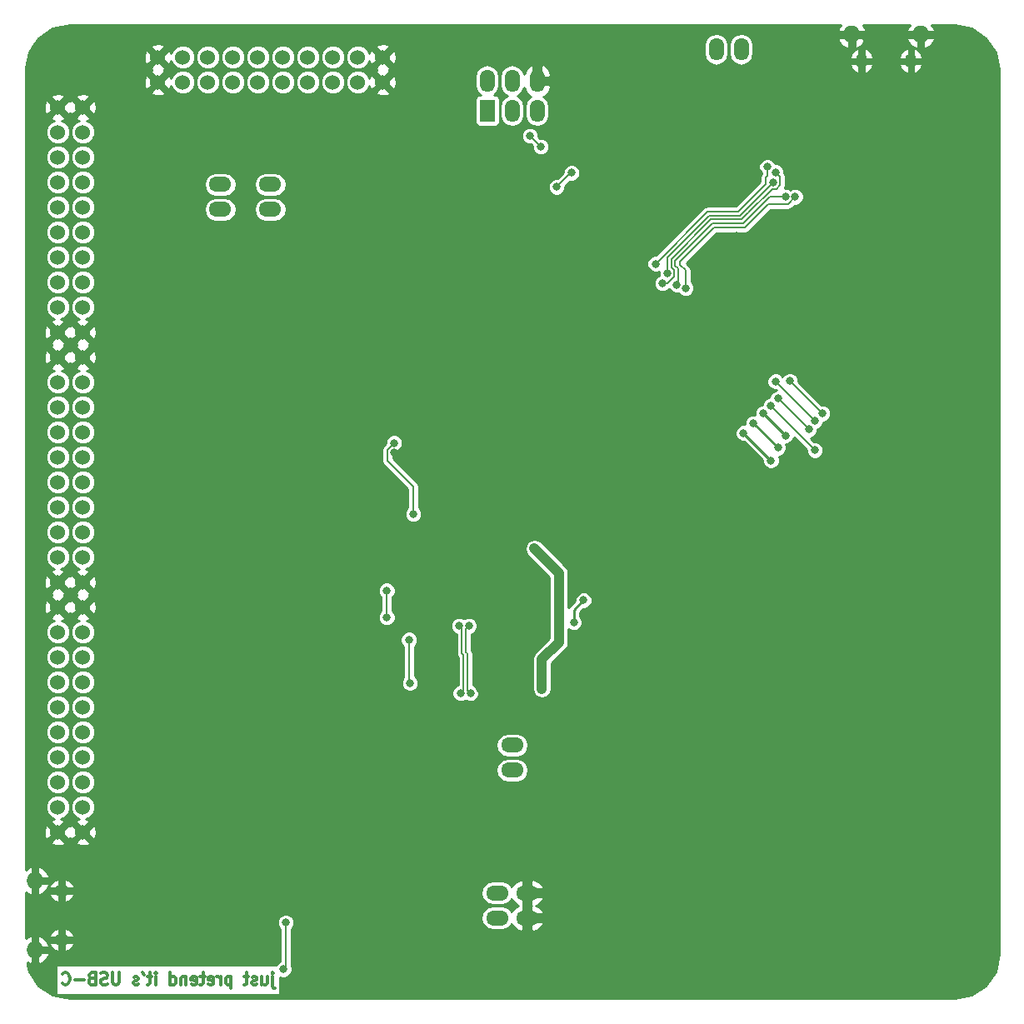
<source format=gbl>
G04 #@! TF.FileFunction,Copper,L2,Bot,Signal*
%FSLAX46Y46*%
G04 Gerber Fmt 4.6, Leading zero omitted, Abs format (unit mm)*
G04 Created by KiCad (PCBNEW (2016-03-18 BZR 6629, Git 60d93d0)-product) date Tue 22 Mar 2016 11:04:14 AM EDT*
%MOMM*%
G01*
G04 APERTURE LIST*
%ADD10C,0.100000*%
%ADD11C,0.300000*%
%ADD12O,1.750000X1.750000*%
%ADD13O,1.450000X1.250000*%
%ADD14O,1.250000X1.450000*%
%ADD15O,2.286000X1.524000*%
%ADD16O,1.524000X2.286000*%
%ADD17C,1.524000*%
%ADD18R,1.524000X2.286000*%
%ADD19C,0.800000*%
%ADD20C,0.250000*%
%ADD21C,0.200000*%
%ADD22C,1.000000*%
G04 APERTURE END LIST*
D10*
D11*
X25657143Y-97242857D02*
X25657143Y-98271429D01*
X25714286Y-98385714D01*
X25828571Y-98442857D01*
X25885714Y-98442857D01*
X25657143Y-96842857D02*
X25714286Y-96900000D01*
X25657143Y-96957143D01*
X25600000Y-96900000D01*
X25657143Y-96842857D01*
X25657143Y-96957143D01*
X24571428Y-97242857D02*
X24571428Y-98042857D01*
X25085714Y-97242857D02*
X25085714Y-97871429D01*
X25028571Y-97985714D01*
X24914285Y-98042857D01*
X24742857Y-98042857D01*
X24628571Y-97985714D01*
X24571428Y-97928571D01*
X24057143Y-97985714D02*
X23942857Y-98042857D01*
X23714285Y-98042857D01*
X23600000Y-97985714D01*
X23542857Y-97871429D01*
X23542857Y-97814286D01*
X23600000Y-97700000D01*
X23714285Y-97642857D01*
X23885714Y-97642857D01*
X24000000Y-97585714D01*
X24057143Y-97471429D01*
X24057143Y-97414286D01*
X24000000Y-97300000D01*
X23885714Y-97242857D01*
X23714285Y-97242857D01*
X23600000Y-97300000D01*
X23199999Y-97242857D02*
X22742856Y-97242857D01*
X23028571Y-96842857D02*
X23028571Y-97871429D01*
X22971428Y-97985714D01*
X22857142Y-98042857D01*
X22742856Y-98042857D01*
X21428571Y-97242857D02*
X21428571Y-98442857D01*
X21428571Y-97300000D02*
X21314285Y-97242857D01*
X21085714Y-97242857D01*
X20971428Y-97300000D01*
X20914285Y-97357143D01*
X20857142Y-97471429D01*
X20857142Y-97814286D01*
X20914285Y-97928571D01*
X20971428Y-97985714D01*
X21085714Y-98042857D01*
X21314285Y-98042857D01*
X21428571Y-97985714D01*
X20342857Y-98042857D02*
X20342857Y-97242857D01*
X20342857Y-97471429D02*
X20285714Y-97357143D01*
X20228571Y-97300000D01*
X20114285Y-97242857D01*
X20000000Y-97242857D01*
X19142857Y-97985714D02*
X19257143Y-98042857D01*
X19485714Y-98042857D01*
X19600000Y-97985714D01*
X19657143Y-97871429D01*
X19657143Y-97414286D01*
X19600000Y-97300000D01*
X19485714Y-97242857D01*
X19257143Y-97242857D01*
X19142857Y-97300000D01*
X19085714Y-97414286D01*
X19085714Y-97528571D01*
X19657143Y-97642857D01*
X18742857Y-97242857D02*
X18285714Y-97242857D01*
X18571429Y-96842857D02*
X18571429Y-97871429D01*
X18514286Y-97985714D01*
X18400000Y-98042857D01*
X18285714Y-98042857D01*
X17428572Y-97985714D02*
X17542858Y-98042857D01*
X17771429Y-98042857D01*
X17885715Y-97985714D01*
X17942858Y-97871429D01*
X17942858Y-97414286D01*
X17885715Y-97300000D01*
X17771429Y-97242857D01*
X17542858Y-97242857D01*
X17428572Y-97300000D01*
X17371429Y-97414286D01*
X17371429Y-97528571D01*
X17942858Y-97642857D01*
X16857144Y-97242857D02*
X16857144Y-98042857D01*
X16857144Y-97357143D02*
X16800001Y-97300000D01*
X16685715Y-97242857D01*
X16514287Y-97242857D01*
X16400001Y-97300000D01*
X16342858Y-97414286D01*
X16342858Y-98042857D01*
X15257144Y-98042857D02*
X15257144Y-96842857D01*
X15257144Y-97985714D02*
X15371430Y-98042857D01*
X15600001Y-98042857D01*
X15714287Y-97985714D01*
X15771430Y-97928571D01*
X15828573Y-97814286D01*
X15828573Y-97471429D01*
X15771430Y-97357143D01*
X15714287Y-97300000D01*
X15600001Y-97242857D01*
X15371430Y-97242857D01*
X15257144Y-97300000D01*
X13771430Y-98042857D02*
X13771430Y-97242857D01*
X13771430Y-96842857D02*
X13828573Y-96900000D01*
X13771430Y-96957143D01*
X13714287Y-96900000D01*
X13771430Y-96842857D01*
X13771430Y-96957143D01*
X13371429Y-97242857D02*
X12914286Y-97242857D01*
X13200001Y-96842857D02*
X13200001Y-97871429D01*
X13142858Y-97985714D01*
X13028572Y-98042857D01*
X12914286Y-98042857D01*
X12457144Y-96842857D02*
X12571430Y-97071429D01*
X12000001Y-97985714D02*
X11885715Y-98042857D01*
X11657143Y-98042857D01*
X11542858Y-97985714D01*
X11485715Y-97871429D01*
X11485715Y-97814286D01*
X11542858Y-97700000D01*
X11657143Y-97642857D01*
X11828572Y-97642857D01*
X11942858Y-97585714D01*
X12000001Y-97471429D01*
X12000001Y-97414286D01*
X11942858Y-97300000D01*
X11828572Y-97242857D01*
X11657143Y-97242857D01*
X11542858Y-97300000D01*
X10057143Y-96842857D02*
X10057143Y-97814286D01*
X10000000Y-97928571D01*
X9942857Y-97985714D01*
X9828571Y-98042857D01*
X9600000Y-98042857D01*
X9485714Y-97985714D01*
X9428571Y-97928571D01*
X9371428Y-97814286D01*
X9371428Y-96842857D01*
X8857143Y-97985714D02*
X8685714Y-98042857D01*
X8400000Y-98042857D01*
X8285714Y-97985714D01*
X8228571Y-97928571D01*
X8171428Y-97814286D01*
X8171428Y-97700000D01*
X8228571Y-97585714D01*
X8285714Y-97528571D01*
X8400000Y-97471429D01*
X8628571Y-97414286D01*
X8742857Y-97357143D01*
X8800000Y-97300000D01*
X8857143Y-97185714D01*
X8857143Y-97071429D01*
X8800000Y-96957143D01*
X8742857Y-96900000D01*
X8628571Y-96842857D01*
X8342857Y-96842857D01*
X8171428Y-96900000D01*
X7257143Y-97414286D02*
X7085714Y-97471429D01*
X7028571Y-97528571D01*
X6971428Y-97642857D01*
X6971428Y-97814286D01*
X7028571Y-97928571D01*
X7085714Y-97985714D01*
X7200000Y-98042857D01*
X7657143Y-98042857D01*
X7657143Y-96842857D01*
X7257143Y-96842857D01*
X7142857Y-96900000D01*
X7085714Y-96957143D01*
X7028571Y-97071429D01*
X7028571Y-97185714D01*
X7085714Y-97300000D01*
X7142857Y-97357143D01*
X7257143Y-97414286D01*
X7657143Y-97414286D01*
X6457143Y-97585714D02*
X5542857Y-97585714D01*
X4285714Y-97928571D02*
X4342857Y-97985714D01*
X4514286Y-98042857D01*
X4628572Y-98042857D01*
X4800000Y-97985714D01*
X4914286Y-97871429D01*
X4971429Y-97757143D01*
X5028572Y-97528571D01*
X5028572Y-97357143D01*
X4971429Y-97128571D01*
X4914286Y-97014286D01*
X4800000Y-96900000D01*
X4628572Y-96842857D01*
X4514286Y-96842857D01*
X4342857Y-96900000D01*
X4285714Y-96957143D01*
D12*
X1500000Y-87500000D03*
X1500000Y-94500000D03*
D13*
X4200000Y-88500000D03*
X4200000Y-93500000D03*
D12*
X91500000Y-1500000D03*
X84500000Y-1500000D03*
D14*
X90500000Y-4200000D03*
X85500000Y-4200000D03*
D15*
X50000000Y-73730000D03*
X50000000Y-76270000D03*
D16*
X70730000Y-3000000D03*
X73270000Y-3000000D03*
D15*
X48476000Y-88730000D03*
X48476000Y-91270000D03*
X51524000Y-88730000D03*
X51524000Y-91270000D03*
D17*
X3810000Y-59690000D03*
X3810000Y-62230000D03*
X3810000Y-64770000D03*
X3810000Y-67310000D03*
X3810000Y-69850000D03*
X3810000Y-72390000D03*
X3810000Y-74930000D03*
X3810000Y-77470000D03*
X3810000Y-80010000D03*
X3810000Y-82550000D03*
X6350000Y-67310000D03*
X6350000Y-59690000D03*
X6350000Y-62230000D03*
X6350000Y-64770000D03*
X6350000Y-69850000D03*
X6350000Y-80010000D03*
X6350000Y-72390000D03*
X6350000Y-74930000D03*
X6350000Y-77470000D03*
X6350000Y-82550000D03*
X3810000Y-34290000D03*
X3810000Y-36830000D03*
X3810000Y-39370000D03*
X3810000Y-41910000D03*
X3810000Y-44450000D03*
X3810000Y-46990000D03*
X3810000Y-49530000D03*
X3810000Y-52070000D03*
X3810000Y-54610000D03*
X3810000Y-57150000D03*
X6350000Y-41910000D03*
X6350000Y-34290000D03*
X6350000Y-36830000D03*
X6350000Y-39370000D03*
X6350000Y-44450000D03*
X6350000Y-54610000D03*
X6350000Y-46990000D03*
X6350000Y-49530000D03*
X6350000Y-52070000D03*
X6350000Y-57150000D03*
X3810000Y-8890000D03*
X3810000Y-11430000D03*
X3810000Y-13970000D03*
X3810000Y-16510000D03*
X3810000Y-19050000D03*
X3810000Y-21590000D03*
X3810000Y-24130000D03*
X3810000Y-26670000D03*
X3810000Y-29210000D03*
X3810000Y-31750000D03*
X6350000Y-16510000D03*
X6350000Y-8890000D03*
X6350000Y-11430000D03*
X6350000Y-13970000D03*
X6350000Y-19050000D03*
X6350000Y-29210000D03*
X6350000Y-21590000D03*
X6350000Y-24130000D03*
X6350000Y-26670000D03*
X6350000Y-31750000D03*
X36830000Y-3810000D03*
X34290000Y-3810000D03*
X31750000Y-3810000D03*
X29210000Y-3810000D03*
X26670000Y-3810000D03*
X24130000Y-3810000D03*
X21590000Y-3810000D03*
X19050000Y-3810000D03*
X16510000Y-3810000D03*
X13970000Y-3810000D03*
X29210000Y-6350000D03*
X36830000Y-6350000D03*
X34290000Y-6350000D03*
X31750000Y-6350000D03*
X26670000Y-6350000D03*
X16510000Y-6350000D03*
X24130000Y-6350000D03*
X21590000Y-6350000D03*
X19050000Y-6350000D03*
X13970000Y-6350000D03*
D15*
X25400000Y-19270000D03*
X25400000Y-16730000D03*
X20320000Y-19270000D03*
X20320000Y-16730000D03*
D18*
X47460000Y-9254000D03*
D16*
X50000000Y-9254000D03*
X52540000Y-9254000D03*
X47460000Y-6206000D03*
X50000000Y-6206000D03*
X52540000Y-6206000D03*
D19*
X37000000Y-81500000D03*
X36000000Y-81500000D03*
X33000000Y-81500000D03*
X34000000Y-81500000D03*
X35000000Y-81500000D03*
X37000000Y-76500000D03*
X36000000Y-76500000D03*
X33000000Y-76500000D03*
X34000000Y-76500000D03*
X35000000Y-76500000D03*
X43500000Y-62749996D03*
X35800000Y-94800000D03*
X36000000Y-93200000D03*
X34800000Y-94800000D03*
X35600000Y-94000000D03*
X38400000Y-89800000D03*
X39400000Y-91000000D03*
X38400000Y-91000000D03*
X37400000Y-91000000D03*
X36400000Y-91000000D03*
X7000000Y-94200000D03*
X8200000Y-94400000D03*
X7600000Y-92000000D03*
X79250002Y-10000000D03*
X21250000Y-94000000D03*
X23750000Y-89500000D03*
X87500000Y-2000000D03*
X86000000Y-2000000D03*
X86750000Y-2750000D03*
X87500000Y-6250000D03*
X86000000Y-6250000D03*
X86750000Y-5500000D03*
X75100937Y-15649063D03*
X28500000Y-59500000D03*
X22750000Y-60500000D03*
X15750000Y-60250000D03*
X50500000Y-25250000D03*
X71000000Y-40000000D03*
X82000000Y-52500000D03*
X81000000Y-52500000D03*
X78000000Y-52500000D03*
X79000000Y-52500000D03*
X80000000Y-52500000D03*
X82000000Y-47500000D03*
X81000000Y-47500000D03*
X78000000Y-47500000D03*
X79000000Y-47500000D03*
X80000000Y-47500000D03*
X53000000Y-29000000D03*
X2000000Y-92000000D03*
X2500000Y-93000000D03*
X3000000Y-92250000D03*
X8750000Y-93250000D03*
X7750000Y-93250000D03*
X6750000Y-93250000D03*
X5750000Y-93250000D03*
X6750000Y-92250000D03*
X5750000Y-92250000D03*
X50000000Y-31750000D03*
X48500000Y-33250000D03*
X47750000Y-36000000D03*
X53000000Y-37750000D03*
X42500000Y-40750000D03*
X41750000Y-40250000D03*
X57250000Y-41000000D03*
X60000000Y-59250000D03*
X40500000Y-57750000D03*
X42250000Y-59500000D03*
X36750000Y-50250000D03*
X63250000Y-50250000D03*
X63500000Y-54750000D03*
X60000000Y-20500000D03*
X66500000Y-30750000D03*
X88250000Y-79500012D03*
X86500000Y-79500000D03*
X66750000Y-79500000D03*
X68750000Y-79500000D03*
X30500000Y-48500000D03*
X24500000Y-46000000D03*
X19500000Y-41000000D03*
X16500000Y-38000000D03*
X14000000Y-35500000D03*
X10500000Y-34500000D03*
X57000000Y-28500000D03*
X53000000Y-32500000D03*
X50500000Y-35000000D03*
X30500000Y-89000000D03*
X30500000Y-90000000D03*
X30500000Y-91000000D03*
X31500000Y-91000000D03*
X32500000Y-91000000D03*
X34500000Y-91000000D03*
X38000000Y-56500000D03*
X71250000Y-18500000D03*
X74000000Y-22000000D03*
X72750000Y-21999996D03*
X70500000Y-15849979D03*
X65750000Y-9250000D03*
X53250000Y-17249994D03*
X71000000Y-73000000D03*
X48000000Y-30750000D03*
X86500000Y-17250000D03*
X87750000Y-26000000D03*
X85500000Y-31000000D03*
X85500000Y-37250000D03*
X70500000Y-17875010D03*
X74250000Y-24000000D03*
X76250000Y-27250000D03*
X78750000Y-32250000D03*
X57000000Y-23000008D03*
X56250000Y-34750000D03*
X64250000Y-12000000D03*
X61750000Y-18750000D03*
X70500000Y-15000000D03*
X14000000Y-11500000D03*
X18500000Y-13000000D03*
X22500000Y-13000000D03*
X33000000Y-32500000D03*
X32000000Y-32500000D03*
X29000000Y-32500000D03*
X30000000Y-32500000D03*
X31000000Y-32500000D03*
X33000000Y-27500000D03*
X31987347Y-27512653D03*
X29000000Y-27500000D03*
X30000000Y-27500000D03*
X31000000Y-27500000D03*
X11000000Y-59750000D03*
X75500000Y-35500000D03*
X62000000Y-43250000D03*
X57000000Y-25500000D03*
X39500000Y-13000000D03*
X42500000Y-16000000D03*
X45500000Y-19000000D03*
X47000000Y-22000000D03*
X47000000Y-25000000D03*
X47000000Y-28500000D03*
X53000000Y-63000000D03*
X47000000Y-62749996D03*
X47000000Y-61749993D03*
X38000000Y-44000000D03*
X44500000Y-45000000D03*
X59500000Y-42000000D03*
X59500000Y-58000000D03*
X51500000Y-43750000D03*
X56000000Y-45500000D03*
X56000000Y-50500000D03*
X31500000Y-37000000D03*
X28000000Y-36000000D03*
X25500000Y-33500000D03*
X21750000Y-25000000D03*
X21750000Y-23000000D03*
X60800000Y-5800000D03*
X90750000Y-89750000D03*
X80500000Y-89750000D03*
X70750000Y-89750000D03*
X60750000Y-89750000D03*
X91000000Y-73000000D03*
X84500000Y-73000000D03*
X77500000Y-73000000D03*
X47000002Y-55750002D03*
X44000000Y-54750000D03*
X44000000Y-49750000D03*
X52250000Y-56000000D03*
X47750000Y-43750000D03*
X44500000Y-48750000D03*
X47250000Y-48500000D03*
X49500000Y-46250000D03*
X55750000Y-55250000D03*
X16000000Y-89000000D03*
X20000000Y-86500000D03*
X43750000Y-69250000D03*
X43750000Y-68000000D03*
X20500000Y-81500000D03*
X25250000Y-76750000D03*
X29500000Y-72500000D03*
X36250000Y-71250000D03*
X42750000Y-71250000D03*
X24500000Y-82000000D03*
X46750000Y-69250000D03*
X46750000Y-68000000D03*
X29250000Y-77250000D03*
X34750000Y-73500000D03*
X41000000Y-73500000D03*
X54500000Y-16999990D03*
X56026041Y-15566761D03*
X56250000Y-61250000D03*
X53000000Y-68000000D03*
X53000000Y-67000000D03*
X53000000Y-66000000D03*
X39936814Y-50250000D03*
X38000000Y-43000000D03*
X53750000Y-55250000D03*
X52250000Y-53750000D03*
X53000000Y-54500000D03*
X57250000Y-59000000D03*
X75500000Y-40000000D03*
X77750000Y-42250000D03*
X74503771Y-41003771D03*
X77000000Y-43500000D03*
X73503771Y-42003771D03*
X76296883Y-44796883D03*
X80759020Y-40759020D03*
X76750000Y-36750000D03*
X77000000Y-38500000D03*
X80139244Y-41639244D03*
X65246929Y-26786896D03*
X76750000Y-15500000D03*
X81509020Y-40009020D03*
X78220922Y-36720922D03*
X65750000Y-25750000D03*
X76500000Y-16500000D03*
X77750000Y-18000000D03*
X66674154Y-26924154D03*
X78750000Y-18000000D03*
X67604367Y-27291179D03*
X75905345Y-14964685D03*
X64550486Y-24800486D03*
X76250000Y-39250000D03*
X80750000Y-43750000D03*
X51800000Y-11800000D03*
X52900000Y-12900000D03*
X45585000Y-61595000D03*
X45750000Y-68454030D03*
X44750000Y-68454030D03*
X44585000Y-61595000D03*
X37250000Y-58000000D03*
X37250000Y-60750000D03*
X26750000Y-96500000D03*
X27000000Y-91750000D03*
X39599996Y-67400000D03*
X39500000Y-63000000D03*
D20*
X49500000Y-36000000D02*
X47750000Y-36000000D01*
X50500000Y-35000000D02*
X49500000Y-36000000D01*
D21*
X61750000Y-18750000D02*
X60000000Y-20500000D01*
D20*
X18500000Y-13000000D02*
X15500000Y-13000000D01*
X15500000Y-13000000D02*
X14000000Y-11500000D01*
X22500000Y-13000000D02*
X18500000Y-13000000D01*
X31000000Y-19000000D02*
X25000000Y-13000000D01*
X25000000Y-13000000D02*
X22500000Y-13000000D01*
X31000000Y-27500000D02*
X31000000Y-19000000D01*
X47000000Y-61749993D02*
X47000000Y-62749996D01*
X43750000Y-68000000D02*
X43750000Y-69250000D01*
X43750000Y-64750000D02*
X43750000Y-68000000D01*
X44000000Y-64500000D02*
X43750000Y-64750000D01*
X44000000Y-62750000D02*
X44000000Y-64500000D01*
D21*
X21000000Y-82000000D02*
X20500000Y-81500000D01*
X24500000Y-82000000D02*
X21000000Y-82000000D01*
D20*
X46750000Y-68000000D02*
X46750000Y-69250000D01*
X46750000Y-65000000D02*
X46750000Y-68000000D01*
X46000000Y-64250000D02*
X46750000Y-65000000D01*
X46000000Y-62750000D02*
X46000000Y-64250000D01*
D21*
X54500010Y-16999990D02*
X54500000Y-16999990D01*
X55933239Y-15566761D02*
X54500010Y-16999990D01*
X56026041Y-15566761D02*
X55933239Y-15566761D01*
X37299999Y-44799999D02*
X39936814Y-47436814D01*
X39936814Y-47436814D02*
X39936814Y-50250000D01*
X38000000Y-43000000D02*
X37299999Y-43700001D01*
X37299999Y-43700001D02*
X37299999Y-44799999D01*
D22*
X53000000Y-65000000D02*
X54750000Y-63250000D01*
X53000000Y-68000000D02*
X53000000Y-65000000D01*
X54750000Y-63250000D02*
X54750000Y-56250000D01*
X54750000Y-56250000D02*
X53750000Y-55250000D01*
X53750000Y-55250000D02*
X53000000Y-54500000D01*
X53000000Y-54500000D02*
X52250000Y-53750000D01*
D20*
X56250000Y-61250000D02*
X56250000Y-60000000D01*
X56250000Y-60000000D02*
X57250000Y-59000000D01*
X77750000Y-42250000D02*
X75500000Y-40000000D01*
X77000000Y-43500000D02*
X74503771Y-41003771D01*
X76296883Y-44796883D02*
X73503771Y-42003771D01*
D21*
X80759020Y-40759020D02*
X76750000Y-36750000D01*
X80139244Y-41639244D02*
X77000000Y-38500000D01*
X76401699Y-17200001D02*
X76836001Y-17200001D01*
X76836001Y-17200001D02*
X77200001Y-16836001D01*
X77200001Y-16836001D02*
X77200001Y-15950001D01*
X77200001Y-15950001D02*
X76750000Y-15500000D01*
X74000000Y-19601700D02*
X76401699Y-17200001D01*
X70182348Y-20300020D02*
X73301681Y-20300020D01*
X73301681Y-20300020D02*
X74000000Y-19601700D01*
X66150010Y-24332358D02*
X70182348Y-20300020D01*
X66150010Y-25150010D02*
X66150010Y-24332358D01*
X66450001Y-25450001D02*
X66150010Y-25150010D01*
X65246929Y-26786896D02*
X65775410Y-26786896D01*
X65775410Y-26786896D02*
X66450001Y-26112305D01*
X66450001Y-26112305D02*
X66450001Y-25450001D01*
X81509020Y-40009020D02*
X78220922Y-36720922D01*
X73950001Y-19086001D02*
X73950001Y-19049999D01*
X73950001Y-19049999D02*
X76500000Y-16500000D01*
X70016660Y-19900010D02*
X73135992Y-19900010D01*
X73135992Y-19900010D02*
X73950001Y-19086001D01*
X65750000Y-24166670D02*
X70016660Y-19900010D01*
X65750000Y-25750000D02*
X65750000Y-24166670D01*
D20*
X76500000Y-16573002D02*
X76500000Y-16500000D01*
D21*
X74083700Y-20083698D02*
X76167398Y-18000000D01*
X76167398Y-18000000D02*
X77750000Y-18000000D01*
X70348036Y-20700030D02*
X73467370Y-20700030D01*
X73467370Y-20700030D02*
X74083700Y-20083698D01*
X66550020Y-24498046D02*
X70348036Y-20700030D01*
X66550020Y-24984321D02*
X66550020Y-24498046D01*
X66674154Y-26924154D02*
X66850011Y-26748297D01*
X66850011Y-26748297D02*
X66850011Y-25284312D01*
X66850011Y-25284312D02*
X66550020Y-24984321D01*
X78000000Y-18750000D02*
X78750000Y-18000000D01*
X75250000Y-19483100D02*
X75250000Y-19483096D01*
X73633061Y-21100039D02*
X75250000Y-19483100D01*
X70513724Y-21100040D02*
X73633061Y-21100039D01*
X67015700Y-24598064D02*
X70513724Y-21100040D01*
X75983096Y-18750000D02*
X78000000Y-18750000D01*
X67015700Y-24884302D02*
X67015700Y-24598064D01*
X67604367Y-25472969D02*
X67015700Y-24884302D01*
X75250000Y-19483096D02*
X75983096Y-18750000D01*
X67604367Y-27291179D02*
X67604367Y-25472969D01*
D20*
X78750000Y-18000000D02*
X78750000Y-18073002D01*
D21*
X64550486Y-24800486D02*
X69850972Y-19500000D01*
X69850972Y-19500000D02*
X72970304Y-19500000D01*
X72970304Y-19500000D02*
X72970304Y-19463998D01*
X72970304Y-19463998D02*
X75750000Y-16684302D01*
X75750000Y-16684302D02*
X75750000Y-16036002D01*
X75750000Y-16036002D02*
X75905345Y-15880657D01*
X75905345Y-15880657D02*
X75905345Y-14964685D01*
X80750000Y-43750000D02*
X76250000Y-39250000D01*
X52900000Y-12900000D02*
X51800000Y-11800000D01*
X45284999Y-61895001D02*
X45284999Y-64252157D01*
X45585000Y-61595000D02*
X45284999Y-61895001D01*
X45284999Y-64252157D02*
X45449999Y-64417157D01*
X45449999Y-64417157D02*
X45449999Y-68154029D01*
X45449999Y-68154029D02*
X45750000Y-68454030D01*
X45050001Y-68154029D02*
X44750000Y-68454030D01*
X45050001Y-64582843D02*
X45050001Y-68154029D01*
X44885001Y-64417843D02*
X45050001Y-64582843D01*
X44885001Y-61895001D02*
X44885001Y-64417843D01*
X44585000Y-61595000D02*
X44885001Y-61895001D01*
X37250000Y-60750000D02*
X37250000Y-58000000D01*
X27000000Y-91750000D02*
X27000000Y-96250000D01*
X27000000Y-96250000D02*
X26750000Y-96500000D01*
X39500000Y-63000000D02*
X39500000Y-67300004D01*
X39500000Y-67300004D02*
X39599996Y-67400000D01*
D20*
G36*
X83138801Y-850950D02*
X83078561Y-996438D01*
X83178561Y-1225000D01*
X84225000Y-1225000D01*
X84225000Y-1205000D01*
X84775000Y-1205000D01*
X84775000Y-1225000D01*
X85821439Y-1225000D01*
X85921439Y-996438D01*
X85861199Y-850950D01*
X85636527Y-550000D01*
X90363473Y-550000D01*
X90138801Y-850950D01*
X90078561Y-996438D01*
X90178561Y-1225000D01*
X91225000Y-1225000D01*
X91225000Y-1205000D01*
X91775000Y-1205000D01*
X91775000Y-1225000D01*
X92821439Y-1225000D01*
X92921439Y-996438D01*
X92861199Y-850950D01*
X92636527Y-550000D01*
X94945829Y-550000D01*
X96698818Y-898691D01*
X98139007Y-1860994D01*
X99101309Y-3301182D01*
X99450000Y-5054171D01*
X99450000Y-94945829D01*
X99101309Y-96698818D01*
X98139007Y-98139006D01*
X96698818Y-99101309D01*
X94945829Y-99450000D01*
X5054171Y-99450000D01*
X3301182Y-99101309D01*
X1860994Y-98139007D01*
X898691Y-96698818D01*
X766650Y-96035000D01*
X3582143Y-96035000D01*
X3582143Y-99085000D01*
X26417857Y-99085000D01*
X26417857Y-97309518D01*
X26575188Y-97374848D01*
X26923285Y-97375151D01*
X27245000Y-97242221D01*
X27491356Y-96996295D01*
X27624848Y-96674812D01*
X27625151Y-96326715D01*
X27575000Y-96205340D01*
X27575000Y-92412361D01*
X27741356Y-92246295D01*
X27874848Y-91924812D01*
X27875151Y-91576715D01*
X27742221Y-91255000D01*
X27496295Y-91008644D01*
X27174812Y-90875152D01*
X26826715Y-90874849D01*
X26505000Y-91007779D01*
X26258644Y-91253705D01*
X26125152Y-91575188D01*
X26124849Y-91923285D01*
X26257779Y-92245000D01*
X26425000Y-92412513D01*
X26425000Y-95687536D01*
X26255000Y-95757779D01*
X26008644Y-96003705D01*
X25995649Y-96035000D01*
X3582143Y-96035000D01*
X766650Y-96035000D01*
X711348Y-95756980D01*
X850950Y-95861199D01*
X996438Y-95921439D01*
X1225000Y-95821439D01*
X1225000Y-94775000D01*
X1775000Y-94775000D01*
X1775000Y-95821439D01*
X2003562Y-95921439D01*
X2149050Y-95861199D01*
X2620552Y-95509203D01*
X2921460Y-95003565D01*
X2824484Y-94775000D01*
X1775000Y-94775000D01*
X1225000Y-94775000D01*
X1205000Y-94775000D01*
X1205000Y-94225000D01*
X1225000Y-94225000D01*
X1225000Y-93178561D01*
X1775000Y-93178561D01*
X1775000Y-94225000D01*
X2824484Y-94225000D01*
X2921460Y-93996435D01*
X2873505Y-93915851D01*
X2912721Y-93915851D01*
X3017858Y-94131713D01*
X3341977Y-94497745D01*
X3781499Y-94711879D01*
X3975000Y-94588533D01*
X3975000Y-93725000D01*
X4425000Y-93725000D01*
X4425000Y-94588533D01*
X4618501Y-94711879D01*
X5058023Y-94497745D01*
X5382142Y-94131713D01*
X5487279Y-93915851D01*
X5376487Y-93725000D01*
X4425000Y-93725000D01*
X3975000Y-93725000D01*
X3023513Y-93725000D01*
X2912721Y-93915851D01*
X2873505Y-93915851D01*
X2620552Y-93490797D01*
X2149050Y-93138801D01*
X2017058Y-93084149D01*
X2912721Y-93084149D01*
X3023513Y-93275000D01*
X3975000Y-93275000D01*
X3975000Y-92411467D01*
X4425000Y-92411467D01*
X4425000Y-93275000D01*
X5376487Y-93275000D01*
X5487279Y-93084149D01*
X5382142Y-92868287D01*
X5058023Y-92502255D01*
X4618501Y-92288121D01*
X4425000Y-92411467D01*
X3975000Y-92411467D01*
X3781499Y-92288121D01*
X3341977Y-92502255D01*
X3017858Y-92868287D01*
X2912721Y-93084149D01*
X2017058Y-93084149D01*
X2003562Y-93078561D01*
X1775000Y-93178561D01*
X1225000Y-93178561D01*
X996438Y-93078561D01*
X850950Y-93138801D01*
X550000Y-93363473D01*
X550000Y-88636527D01*
X850950Y-88861199D01*
X996438Y-88921439D01*
X1225000Y-88821439D01*
X1225000Y-87775000D01*
X1775000Y-87775000D01*
X1775000Y-88821439D01*
X2003562Y-88921439D01*
X2017057Y-88915851D01*
X2912721Y-88915851D01*
X3017858Y-89131713D01*
X3341977Y-89497745D01*
X3781499Y-89711879D01*
X3975000Y-89588533D01*
X3975000Y-88725000D01*
X4425000Y-88725000D01*
X4425000Y-89588533D01*
X4618501Y-89711879D01*
X5058023Y-89497745D01*
X5382142Y-89131713D01*
X5487279Y-88915851D01*
X5379390Y-88730000D01*
X46826302Y-88730000D01*
X46920463Y-89203379D01*
X47188611Y-89604691D01*
X47589923Y-89872839D01*
X48063302Y-89967000D01*
X48888698Y-89967000D01*
X49362077Y-89872839D01*
X49763389Y-89604691D01*
X49914338Y-89378780D01*
X50017296Y-89555288D01*
X50418809Y-89923255D01*
X50629621Y-90000000D01*
X50418809Y-90076745D01*
X50017296Y-90444712D01*
X49914338Y-90621220D01*
X49763389Y-90395309D01*
X49362077Y-90127161D01*
X48888698Y-90033000D01*
X48063302Y-90033000D01*
X47589923Y-90127161D01*
X47188611Y-90395309D01*
X46920463Y-90796621D01*
X46826302Y-91270000D01*
X46920463Y-91743379D01*
X47188611Y-92144691D01*
X47589923Y-92412839D01*
X48063302Y-92507000D01*
X48888698Y-92507000D01*
X49362077Y-92412839D01*
X49763389Y-92144691D01*
X49914338Y-91918780D01*
X50017296Y-92095288D01*
X50418809Y-92463255D01*
X50930574Y-92649560D01*
X51149000Y-92507556D01*
X51149000Y-91645000D01*
X51899000Y-91645000D01*
X51899000Y-92507556D01*
X52117426Y-92649560D01*
X52629191Y-92463255D01*
X53030704Y-92095288D01*
X53173446Y-91850577D01*
X53083527Y-91645000D01*
X51899000Y-91645000D01*
X51149000Y-91645000D01*
X51129000Y-91645000D01*
X51129000Y-90895000D01*
X51149000Y-90895000D01*
X51149000Y-90032444D01*
X51099096Y-90000000D01*
X51149000Y-89967556D01*
X51149000Y-89105000D01*
X51899000Y-89105000D01*
X51899000Y-89967556D01*
X51948904Y-90000000D01*
X51899000Y-90032444D01*
X51899000Y-90895000D01*
X53083527Y-90895000D01*
X53173446Y-90689423D01*
X53030704Y-90444712D01*
X52629191Y-90076745D01*
X52418379Y-90000000D01*
X52629191Y-89923255D01*
X53030704Y-89555288D01*
X53173446Y-89310577D01*
X53083527Y-89105000D01*
X51899000Y-89105000D01*
X51149000Y-89105000D01*
X51129000Y-89105000D01*
X51129000Y-88355000D01*
X51149000Y-88355000D01*
X51149000Y-87492444D01*
X51899000Y-87492444D01*
X51899000Y-88355000D01*
X53083527Y-88355000D01*
X53173446Y-88149423D01*
X53030704Y-87904712D01*
X52629191Y-87536745D01*
X52117426Y-87350440D01*
X51899000Y-87492444D01*
X51149000Y-87492444D01*
X50930574Y-87350440D01*
X50418809Y-87536745D01*
X50017296Y-87904712D01*
X49914338Y-88081220D01*
X49763389Y-87855309D01*
X49362077Y-87587161D01*
X48888698Y-87493000D01*
X48063302Y-87493000D01*
X47589923Y-87587161D01*
X47188611Y-87855309D01*
X46920463Y-88256621D01*
X46826302Y-88730000D01*
X5379390Y-88730000D01*
X5376487Y-88725000D01*
X4425000Y-88725000D01*
X3975000Y-88725000D01*
X3023513Y-88725000D01*
X2912721Y-88915851D01*
X2017057Y-88915851D01*
X2149050Y-88861199D01*
X2620552Y-88509203D01*
X2873504Y-88084149D01*
X2912721Y-88084149D01*
X3023513Y-88275000D01*
X3975000Y-88275000D01*
X3975000Y-87411467D01*
X4425000Y-87411467D01*
X4425000Y-88275000D01*
X5376487Y-88275000D01*
X5487279Y-88084149D01*
X5382142Y-87868287D01*
X5058023Y-87502255D01*
X4618501Y-87288121D01*
X4425000Y-87411467D01*
X3975000Y-87411467D01*
X3781499Y-87288121D01*
X3341977Y-87502255D01*
X3017858Y-87868287D01*
X2912721Y-88084149D01*
X2873504Y-88084149D01*
X2921460Y-88003565D01*
X2824484Y-87775000D01*
X1775000Y-87775000D01*
X1225000Y-87775000D01*
X1205000Y-87775000D01*
X1205000Y-87225000D01*
X1225000Y-87225000D01*
X1225000Y-86178561D01*
X1775000Y-86178561D01*
X1775000Y-87225000D01*
X2824484Y-87225000D01*
X2921460Y-86996435D01*
X2620552Y-86490797D01*
X2149050Y-86138801D01*
X2003562Y-86078561D01*
X1775000Y-86178561D01*
X1225000Y-86178561D01*
X996438Y-86078561D01*
X850950Y-86138801D01*
X550000Y-86363473D01*
X550000Y-83588665D01*
X3089533Y-83588665D01*
X3166531Y-83818452D01*
X3700928Y-83968142D01*
X4251930Y-83901932D01*
X4453469Y-83818452D01*
X4530467Y-83588665D01*
X5629533Y-83588665D01*
X5706531Y-83818452D01*
X6240928Y-83968142D01*
X6791930Y-83901932D01*
X6993469Y-83818452D01*
X7070467Y-83588665D01*
X6350000Y-82868198D01*
X5629533Y-83588665D01*
X4530467Y-83588665D01*
X3810000Y-82868198D01*
X3089533Y-83588665D01*
X550000Y-83588665D01*
X550000Y-82440928D01*
X2391858Y-82440928D01*
X2458068Y-82991930D01*
X2541548Y-83193469D01*
X2771335Y-83270467D01*
X3491802Y-82550000D01*
X4128198Y-82550000D01*
X4848665Y-83270467D01*
X5078452Y-83193469D01*
X5079701Y-83189010D01*
X5081548Y-83193469D01*
X5311335Y-83270467D01*
X6031802Y-82550000D01*
X6668198Y-82550000D01*
X7388665Y-83270467D01*
X7618452Y-83193469D01*
X7768142Y-82659072D01*
X7701932Y-82108070D01*
X7618452Y-81906531D01*
X7388665Y-81829533D01*
X6668198Y-82550000D01*
X6031802Y-82550000D01*
X5311335Y-81829533D01*
X5081548Y-81906531D01*
X5080299Y-81910990D01*
X5078452Y-81906531D01*
X4848665Y-81829533D01*
X4128198Y-82550000D01*
X3491802Y-82550000D01*
X2771335Y-81829533D01*
X2541548Y-81906531D01*
X2391858Y-82440928D01*
X550000Y-82440928D01*
X550000Y-80254975D01*
X2572786Y-80254975D01*
X2760711Y-80709789D01*
X3108381Y-81058066D01*
X3428155Y-81190848D01*
X3368070Y-81198068D01*
X3166531Y-81281548D01*
X3089533Y-81511335D01*
X3810000Y-82231802D01*
X4530467Y-81511335D01*
X4453469Y-81281548D01*
X4166454Y-81201152D01*
X4509789Y-81059289D01*
X4858066Y-80711619D01*
X5046785Y-80257134D01*
X5046786Y-80254975D01*
X5112786Y-80254975D01*
X5300711Y-80709789D01*
X5648381Y-81058066D01*
X5968155Y-81190848D01*
X5908070Y-81198068D01*
X5706531Y-81281548D01*
X5629533Y-81511335D01*
X6350000Y-82231802D01*
X7070467Y-81511335D01*
X6993469Y-81281548D01*
X6706454Y-81201152D01*
X7049789Y-81059289D01*
X7398066Y-80711619D01*
X7586785Y-80257134D01*
X7587214Y-79765025D01*
X7399289Y-79310211D01*
X7051619Y-78961934D01*
X6597134Y-78773215D01*
X6105025Y-78772786D01*
X5650211Y-78960711D01*
X5301934Y-79308381D01*
X5113215Y-79762866D01*
X5112786Y-80254975D01*
X5046786Y-80254975D01*
X5047214Y-79765025D01*
X4859289Y-79310211D01*
X4511619Y-78961934D01*
X4057134Y-78773215D01*
X3565025Y-78772786D01*
X3110211Y-78960711D01*
X2761934Y-79308381D01*
X2573215Y-79762866D01*
X2572786Y-80254975D01*
X550000Y-80254975D01*
X550000Y-77714975D01*
X2572786Y-77714975D01*
X2760711Y-78169789D01*
X3108381Y-78518066D01*
X3562866Y-78706785D01*
X4054975Y-78707214D01*
X4509789Y-78519289D01*
X4858066Y-78171619D01*
X5046785Y-77717134D01*
X5046786Y-77714975D01*
X5112786Y-77714975D01*
X5300711Y-78169789D01*
X5648381Y-78518066D01*
X6102866Y-78706785D01*
X6594975Y-78707214D01*
X7049789Y-78519289D01*
X7398066Y-78171619D01*
X7586785Y-77717134D01*
X7587214Y-77225025D01*
X7399289Y-76770211D01*
X7051619Y-76421934D01*
X6685722Y-76270000D01*
X48350302Y-76270000D01*
X48444463Y-76743379D01*
X48712611Y-77144691D01*
X49113923Y-77412839D01*
X49587302Y-77507000D01*
X50412698Y-77507000D01*
X50886077Y-77412839D01*
X51287389Y-77144691D01*
X51555537Y-76743379D01*
X51649698Y-76270000D01*
X51555537Y-75796621D01*
X51287389Y-75395309D01*
X50886077Y-75127161D01*
X50412698Y-75033000D01*
X49587302Y-75033000D01*
X49113923Y-75127161D01*
X48712611Y-75395309D01*
X48444463Y-75796621D01*
X48350302Y-76270000D01*
X6685722Y-76270000D01*
X6597134Y-76233215D01*
X6105025Y-76232786D01*
X5650211Y-76420711D01*
X5301934Y-76768381D01*
X5113215Y-77222866D01*
X5112786Y-77714975D01*
X5046786Y-77714975D01*
X5047214Y-77225025D01*
X4859289Y-76770211D01*
X4511619Y-76421934D01*
X4057134Y-76233215D01*
X3565025Y-76232786D01*
X3110211Y-76420711D01*
X2761934Y-76768381D01*
X2573215Y-77222866D01*
X2572786Y-77714975D01*
X550000Y-77714975D01*
X550000Y-75174975D01*
X2572786Y-75174975D01*
X2760711Y-75629789D01*
X3108381Y-75978066D01*
X3562866Y-76166785D01*
X4054975Y-76167214D01*
X4509789Y-75979289D01*
X4858066Y-75631619D01*
X5046785Y-75177134D01*
X5046786Y-75174975D01*
X5112786Y-75174975D01*
X5300711Y-75629789D01*
X5648381Y-75978066D01*
X6102866Y-76166785D01*
X6594975Y-76167214D01*
X7049789Y-75979289D01*
X7398066Y-75631619D01*
X7586785Y-75177134D01*
X7587214Y-74685025D01*
X7399289Y-74230211D01*
X7051619Y-73881934D01*
X6685722Y-73730000D01*
X48350302Y-73730000D01*
X48444463Y-74203379D01*
X48712611Y-74604691D01*
X49113923Y-74872839D01*
X49587302Y-74967000D01*
X50412698Y-74967000D01*
X50886077Y-74872839D01*
X51287389Y-74604691D01*
X51555537Y-74203379D01*
X51649698Y-73730000D01*
X51555537Y-73256621D01*
X51287389Y-72855309D01*
X50886077Y-72587161D01*
X50412698Y-72493000D01*
X49587302Y-72493000D01*
X49113923Y-72587161D01*
X48712611Y-72855309D01*
X48444463Y-73256621D01*
X48350302Y-73730000D01*
X6685722Y-73730000D01*
X6597134Y-73693215D01*
X6105025Y-73692786D01*
X5650211Y-73880711D01*
X5301934Y-74228381D01*
X5113215Y-74682866D01*
X5112786Y-75174975D01*
X5046786Y-75174975D01*
X5047214Y-74685025D01*
X4859289Y-74230211D01*
X4511619Y-73881934D01*
X4057134Y-73693215D01*
X3565025Y-73692786D01*
X3110211Y-73880711D01*
X2761934Y-74228381D01*
X2573215Y-74682866D01*
X2572786Y-75174975D01*
X550000Y-75174975D01*
X550000Y-72634975D01*
X2572786Y-72634975D01*
X2760711Y-73089789D01*
X3108381Y-73438066D01*
X3562866Y-73626785D01*
X4054975Y-73627214D01*
X4509789Y-73439289D01*
X4858066Y-73091619D01*
X5046785Y-72637134D01*
X5046786Y-72634975D01*
X5112786Y-72634975D01*
X5300711Y-73089789D01*
X5648381Y-73438066D01*
X6102866Y-73626785D01*
X6594975Y-73627214D01*
X7049789Y-73439289D01*
X7398066Y-73091619D01*
X7586785Y-72637134D01*
X7587214Y-72145025D01*
X7399289Y-71690211D01*
X7051619Y-71341934D01*
X6597134Y-71153215D01*
X6105025Y-71152786D01*
X5650211Y-71340711D01*
X5301934Y-71688381D01*
X5113215Y-72142866D01*
X5112786Y-72634975D01*
X5046786Y-72634975D01*
X5047214Y-72145025D01*
X4859289Y-71690211D01*
X4511619Y-71341934D01*
X4057134Y-71153215D01*
X3565025Y-71152786D01*
X3110211Y-71340711D01*
X2761934Y-71688381D01*
X2573215Y-72142866D01*
X2572786Y-72634975D01*
X550000Y-72634975D01*
X550000Y-70094975D01*
X2572786Y-70094975D01*
X2760711Y-70549789D01*
X3108381Y-70898066D01*
X3562866Y-71086785D01*
X4054975Y-71087214D01*
X4509789Y-70899289D01*
X4858066Y-70551619D01*
X5046785Y-70097134D01*
X5046786Y-70094975D01*
X5112786Y-70094975D01*
X5300711Y-70549789D01*
X5648381Y-70898066D01*
X6102866Y-71086785D01*
X6594975Y-71087214D01*
X7049789Y-70899289D01*
X7398066Y-70551619D01*
X7586785Y-70097134D01*
X7587214Y-69605025D01*
X7399289Y-69150211D01*
X7051619Y-68801934D01*
X6597134Y-68613215D01*
X6105025Y-68612786D01*
X5650211Y-68800711D01*
X5301934Y-69148381D01*
X5113215Y-69602866D01*
X5112786Y-70094975D01*
X5046786Y-70094975D01*
X5047214Y-69605025D01*
X4859289Y-69150211D01*
X4511619Y-68801934D01*
X4057134Y-68613215D01*
X3565025Y-68612786D01*
X3110211Y-68800711D01*
X2761934Y-69148381D01*
X2573215Y-69602866D01*
X2572786Y-70094975D01*
X550000Y-70094975D01*
X550000Y-67554975D01*
X2572786Y-67554975D01*
X2760711Y-68009789D01*
X3108381Y-68358066D01*
X3562866Y-68546785D01*
X4054975Y-68547214D01*
X4509789Y-68359289D01*
X4858066Y-68011619D01*
X5046785Y-67557134D01*
X5046786Y-67554975D01*
X5112786Y-67554975D01*
X5300711Y-68009789D01*
X5648381Y-68358066D01*
X6102866Y-68546785D01*
X6594975Y-68547214D01*
X7049789Y-68359289D01*
X7398066Y-68011619D01*
X7586785Y-67557134D01*
X7587214Y-67065025D01*
X7399289Y-66610211D01*
X7051619Y-66261934D01*
X6597134Y-66073215D01*
X6105025Y-66072786D01*
X5650211Y-66260711D01*
X5301934Y-66608381D01*
X5113215Y-67062866D01*
X5112786Y-67554975D01*
X5046786Y-67554975D01*
X5047214Y-67065025D01*
X4859289Y-66610211D01*
X4511619Y-66261934D01*
X4057134Y-66073215D01*
X3565025Y-66072786D01*
X3110211Y-66260711D01*
X2761934Y-66608381D01*
X2573215Y-67062866D01*
X2572786Y-67554975D01*
X550000Y-67554975D01*
X550000Y-65014975D01*
X2572786Y-65014975D01*
X2760711Y-65469789D01*
X3108381Y-65818066D01*
X3562866Y-66006785D01*
X4054975Y-66007214D01*
X4509789Y-65819289D01*
X4858066Y-65471619D01*
X5046785Y-65017134D01*
X5046786Y-65014975D01*
X5112786Y-65014975D01*
X5300711Y-65469789D01*
X5648381Y-65818066D01*
X6102866Y-66006785D01*
X6594975Y-66007214D01*
X7049789Y-65819289D01*
X7398066Y-65471619D01*
X7586785Y-65017134D01*
X7587214Y-64525025D01*
X7399289Y-64070211D01*
X7051619Y-63721934D01*
X6597134Y-63533215D01*
X6105025Y-63532786D01*
X5650211Y-63720711D01*
X5301934Y-64068381D01*
X5113215Y-64522866D01*
X5112786Y-65014975D01*
X5046786Y-65014975D01*
X5047214Y-64525025D01*
X4859289Y-64070211D01*
X4511619Y-63721934D01*
X4057134Y-63533215D01*
X3565025Y-63532786D01*
X3110211Y-63720711D01*
X2761934Y-64068381D01*
X2573215Y-64522866D01*
X2572786Y-65014975D01*
X550000Y-65014975D01*
X550000Y-62474975D01*
X2572786Y-62474975D01*
X2760711Y-62929789D01*
X3108381Y-63278066D01*
X3562866Y-63466785D01*
X4054975Y-63467214D01*
X4509789Y-63279289D01*
X4858066Y-62931619D01*
X5046785Y-62477134D01*
X5046786Y-62474975D01*
X5112786Y-62474975D01*
X5300711Y-62929789D01*
X5648381Y-63278066D01*
X6102866Y-63466785D01*
X6594975Y-63467214D01*
X7049789Y-63279289D01*
X7155978Y-63173285D01*
X38624849Y-63173285D01*
X38757779Y-63495000D01*
X38925000Y-63662513D01*
X38925000Y-66837461D01*
X38858640Y-66903705D01*
X38725148Y-67225188D01*
X38724845Y-67573285D01*
X38857775Y-67895000D01*
X39103701Y-68141356D01*
X39425184Y-68274848D01*
X39773281Y-68275151D01*
X40094996Y-68142221D01*
X40341352Y-67896295D01*
X40474844Y-67574812D01*
X40475147Y-67226715D01*
X40342217Y-66905000D01*
X40096291Y-66658644D01*
X40075000Y-66649803D01*
X40075000Y-63662361D01*
X40241356Y-63496295D01*
X40374848Y-63174812D01*
X40375151Y-62826715D01*
X40242221Y-62505000D01*
X39996295Y-62258644D01*
X39674812Y-62125152D01*
X39326715Y-62124849D01*
X39005000Y-62257779D01*
X38758644Y-62503705D01*
X38625152Y-62825188D01*
X38624849Y-63173285D01*
X7155978Y-63173285D01*
X7398066Y-62931619D01*
X7586785Y-62477134D01*
X7587214Y-61985025D01*
X7497660Y-61768285D01*
X43709849Y-61768285D01*
X43842779Y-62090000D01*
X44088705Y-62336356D01*
X44310001Y-62428247D01*
X44310001Y-64417843D01*
X44351581Y-64626883D01*
X44353770Y-64637886D01*
X44475001Y-64819320D01*
X44475001Y-67620906D01*
X44255000Y-67711809D01*
X44008644Y-67957735D01*
X43875152Y-68279218D01*
X43874849Y-68627315D01*
X44007779Y-68949030D01*
X44253705Y-69195386D01*
X44575188Y-69328878D01*
X44923285Y-69329181D01*
X45245000Y-69196251D01*
X45249793Y-69191467D01*
X45253705Y-69195386D01*
X45575188Y-69328878D01*
X45923285Y-69329181D01*
X46245000Y-69196251D01*
X46491356Y-68950325D01*
X46624848Y-68628842D01*
X46625151Y-68280745D01*
X46492221Y-67959030D01*
X46246295Y-67712674D01*
X46024999Y-67620783D01*
X46024999Y-64417157D01*
X45981230Y-64197114D01*
X45967293Y-64176256D01*
X45859999Y-64015679D01*
X45859999Y-62428124D01*
X46080000Y-62337221D01*
X46326356Y-62091295D01*
X46459848Y-61769812D01*
X46460151Y-61421715D01*
X46327221Y-61100000D01*
X46081295Y-60853644D01*
X45759812Y-60720152D01*
X45411715Y-60719849D01*
X45090000Y-60852779D01*
X45085207Y-60857563D01*
X45081295Y-60853644D01*
X44759812Y-60720152D01*
X44411715Y-60719849D01*
X44090000Y-60852779D01*
X43843644Y-61098705D01*
X43710152Y-61420188D01*
X43709849Y-61768285D01*
X7497660Y-61768285D01*
X7399289Y-61530211D01*
X7051619Y-61181934D01*
X6731845Y-61049152D01*
X6791930Y-61041932D01*
X6993469Y-60958452D01*
X7070467Y-60728665D01*
X6350000Y-60008198D01*
X5629533Y-60728665D01*
X5706531Y-60958452D01*
X5993546Y-61038848D01*
X5650211Y-61180711D01*
X5301934Y-61528381D01*
X5113215Y-61982866D01*
X5112786Y-62474975D01*
X5046786Y-62474975D01*
X5047214Y-61985025D01*
X4859289Y-61530211D01*
X4511619Y-61181934D01*
X4191845Y-61049152D01*
X4251930Y-61041932D01*
X4453469Y-60958452D01*
X4530467Y-60728665D01*
X3810000Y-60008198D01*
X3089533Y-60728665D01*
X3166531Y-60958452D01*
X3453546Y-61038848D01*
X3110211Y-61180711D01*
X2761934Y-61528381D01*
X2573215Y-61982866D01*
X2572786Y-62474975D01*
X550000Y-62474975D01*
X550000Y-59580928D01*
X2391858Y-59580928D01*
X2458068Y-60131930D01*
X2541548Y-60333469D01*
X2771335Y-60410467D01*
X3491802Y-59690000D01*
X4128198Y-59690000D01*
X4848665Y-60410467D01*
X5078452Y-60333469D01*
X5079701Y-60329010D01*
X5081548Y-60333469D01*
X5311335Y-60410467D01*
X6031802Y-59690000D01*
X6668198Y-59690000D01*
X7388665Y-60410467D01*
X7618452Y-60333469D01*
X7768142Y-59799072D01*
X7701932Y-59248070D01*
X7618452Y-59046531D01*
X7388665Y-58969533D01*
X6668198Y-59690000D01*
X6031802Y-59690000D01*
X5311335Y-58969533D01*
X5081548Y-59046531D01*
X5080299Y-59050990D01*
X5078452Y-59046531D01*
X4848665Y-58969533D01*
X4128198Y-59690000D01*
X3491802Y-59690000D01*
X2771335Y-58969533D01*
X2541548Y-59046531D01*
X2391858Y-59580928D01*
X550000Y-59580928D01*
X550000Y-58188665D01*
X3089533Y-58188665D01*
X3166531Y-58418452D01*
X3170990Y-58419701D01*
X3166531Y-58421548D01*
X3089533Y-58651335D01*
X3810000Y-59371802D01*
X4530467Y-58651335D01*
X4453469Y-58421548D01*
X4449010Y-58420299D01*
X4453469Y-58418452D01*
X4530467Y-58188665D01*
X5629533Y-58188665D01*
X5706531Y-58418452D01*
X5710990Y-58419701D01*
X5706531Y-58421548D01*
X5629533Y-58651335D01*
X6350000Y-59371802D01*
X7070467Y-58651335D01*
X6993469Y-58421548D01*
X6989010Y-58420299D01*
X6993469Y-58418452D01*
X7070467Y-58188665D01*
X7055087Y-58173285D01*
X36374849Y-58173285D01*
X36507779Y-58495000D01*
X36675000Y-58662513D01*
X36675000Y-60087639D01*
X36508644Y-60253705D01*
X36375152Y-60575188D01*
X36374849Y-60923285D01*
X36507779Y-61245000D01*
X36753705Y-61491356D01*
X37075188Y-61624848D01*
X37423285Y-61625151D01*
X37745000Y-61492221D01*
X37991356Y-61246295D01*
X38124848Y-60924812D01*
X38125151Y-60576715D01*
X37992221Y-60255000D01*
X37825000Y-60087487D01*
X37825000Y-58662361D01*
X37991356Y-58496295D01*
X38124848Y-58174812D01*
X38125151Y-57826715D01*
X37992221Y-57505000D01*
X37746295Y-57258644D01*
X37424812Y-57125152D01*
X37076715Y-57124849D01*
X36755000Y-57257779D01*
X36508644Y-57503705D01*
X36375152Y-57825188D01*
X36374849Y-58173285D01*
X7055087Y-58173285D01*
X6350000Y-57468198D01*
X5629533Y-58188665D01*
X4530467Y-58188665D01*
X3810000Y-57468198D01*
X3089533Y-58188665D01*
X550000Y-58188665D01*
X550000Y-57040928D01*
X2391858Y-57040928D01*
X2458068Y-57591930D01*
X2541548Y-57793469D01*
X2771335Y-57870467D01*
X3491802Y-57150000D01*
X4128198Y-57150000D01*
X4848665Y-57870467D01*
X5078452Y-57793469D01*
X5079701Y-57789010D01*
X5081548Y-57793469D01*
X5311335Y-57870467D01*
X6031802Y-57150000D01*
X6668198Y-57150000D01*
X7388665Y-57870467D01*
X7618452Y-57793469D01*
X7768142Y-57259072D01*
X7701932Y-56708070D01*
X7618452Y-56506531D01*
X7388665Y-56429533D01*
X6668198Y-57150000D01*
X6031802Y-57150000D01*
X5311335Y-56429533D01*
X5081548Y-56506531D01*
X5080299Y-56510990D01*
X5078452Y-56506531D01*
X4848665Y-56429533D01*
X4128198Y-57150000D01*
X3491802Y-57150000D01*
X2771335Y-56429533D01*
X2541548Y-56506531D01*
X2391858Y-57040928D01*
X550000Y-57040928D01*
X550000Y-54854975D01*
X2572786Y-54854975D01*
X2760711Y-55309789D01*
X3108381Y-55658066D01*
X3428155Y-55790848D01*
X3368070Y-55798068D01*
X3166531Y-55881548D01*
X3089533Y-56111335D01*
X3810000Y-56831802D01*
X4530467Y-56111335D01*
X4453469Y-55881548D01*
X4166454Y-55801152D01*
X4509789Y-55659289D01*
X4858066Y-55311619D01*
X5046785Y-54857134D01*
X5046786Y-54854975D01*
X5112786Y-54854975D01*
X5300711Y-55309789D01*
X5648381Y-55658066D01*
X5968155Y-55790848D01*
X5908070Y-55798068D01*
X5706531Y-55881548D01*
X5629533Y-56111335D01*
X6350000Y-56831802D01*
X7070467Y-56111335D01*
X6993469Y-55881548D01*
X6706454Y-55801152D01*
X7049789Y-55659289D01*
X7398066Y-55311619D01*
X7586785Y-54857134D01*
X7587214Y-54365025D01*
X7399289Y-53910211D01*
X7239358Y-53750000D01*
X51275000Y-53750000D01*
X51349217Y-54123117D01*
X51560571Y-54439429D01*
X53775000Y-56653858D01*
X53775000Y-62846142D01*
X52310571Y-64310571D01*
X52099217Y-64626883D01*
X52059923Y-64824429D01*
X52025000Y-65000000D01*
X52025000Y-68000000D01*
X52099217Y-68373116D01*
X52310571Y-68689429D01*
X52626884Y-68900783D01*
X53000000Y-68975000D01*
X53373116Y-68900783D01*
X53689429Y-68689429D01*
X53900783Y-68373116D01*
X53975000Y-68000000D01*
X53975000Y-65403858D01*
X55439429Y-63939429D01*
X55650783Y-63623117D01*
X55725000Y-63250000D01*
X55725000Y-61962601D01*
X55753705Y-61991356D01*
X56075188Y-62124848D01*
X56423285Y-62125151D01*
X56745000Y-61992221D01*
X56991356Y-61746295D01*
X57124848Y-61424812D01*
X57125151Y-61076715D01*
X56992221Y-60755000D01*
X56850000Y-60612530D01*
X56850000Y-60248528D01*
X57223551Y-59874977D01*
X57423285Y-59875151D01*
X57745000Y-59742221D01*
X57991356Y-59496295D01*
X58124848Y-59174812D01*
X58125151Y-58826715D01*
X57992221Y-58505000D01*
X57746295Y-58258644D01*
X57424812Y-58125152D01*
X57076715Y-58124849D01*
X56755000Y-58257779D01*
X56508644Y-58503705D01*
X56375152Y-58825188D01*
X56374977Y-59026495D01*
X55825736Y-59575736D01*
X55725000Y-59726498D01*
X55725000Y-56250000D01*
X55650783Y-55876884D01*
X55650783Y-55876883D01*
X55439429Y-55560571D01*
X52939429Y-53060571D01*
X52623117Y-52849217D01*
X52250000Y-52775000D01*
X51876883Y-52849217D01*
X51560571Y-53060571D01*
X51349217Y-53376883D01*
X51275000Y-53750000D01*
X7239358Y-53750000D01*
X7051619Y-53561934D01*
X6597134Y-53373215D01*
X6105025Y-53372786D01*
X5650211Y-53560711D01*
X5301934Y-53908381D01*
X5113215Y-54362866D01*
X5112786Y-54854975D01*
X5046786Y-54854975D01*
X5047214Y-54365025D01*
X4859289Y-53910211D01*
X4511619Y-53561934D01*
X4057134Y-53373215D01*
X3565025Y-53372786D01*
X3110211Y-53560711D01*
X2761934Y-53908381D01*
X2573215Y-54362866D01*
X2572786Y-54854975D01*
X550000Y-54854975D01*
X550000Y-52314975D01*
X2572786Y-52314975D01*
X2760711Y-52769789D01*
X3108381Y-53118066D01*
X3562866Y-53306785D01*
X4054975Y-53307214D01*
X4509789Y-53119289D01*
X4858066Y-52771619D01*
X5046785Y-52317134D01*
X5046786Y-52314975D01*
X5112786Y-52314975D01*
X5300711Y-52769789D01*
X5648381Y-53118066D01*
X6102866Y-53306785D01*
X6594975Y-53307214D01*
X7049789Y-53119289D01*
X7398066Y-52771619D01*
X7586785Y-52317134D01*
X7587214Y-51825025D01*
X7399289Y-51370211D01*
X7051619Y-51021934D01*
X6597134Y-50833215D01*
X6105025Y-50832786D01*
X5650211Y-51020711D01*
X5301934Y-51368381D01*
X5113215Y-51822866D01*
X5112786Y-52314975D01*
X5046786Y-52314975D01*
X5047214Y-51825025D01*
X4859289Y-51370211D01*
X4511619Y-51021934D01*
X4057134Y-50833215D01*
X3565025Y-50832786D01*
X3110211Y-51020711D01*
X2761934Y-51368381D01*
X2573215Y-51822866D01*
X2572786Y-52314975D01*
X550000Y-52314975D01*
X550000Y-49774975D01*
X2572786Y-49774975D01*
X2760711Y-50229789D01*
X3108381Y-50578066D01*
X3562866Y-50766785D01*
X4054975Y-50767214D01*
X4509789Y-50579289D01*
X4858066Y-50231619D01*
X5046785Y-49777134D01*
X5046786Y-49774975D01*
X5112786Y-49774975D01*
X5300711Y-50229789D01*
X5648381Y-50578066D01*
X6102866Y-50766785D01*
X6594975Y-50767214D01*
X7049789Y-50579289D01*
X7398066Y-50231619D01*
X7586785Y-49777134D01*
X7587214Y-49285025D01*
X7399289Y-48830211D01*
X7051619Y-48481934D01*
X6597134Y-48293215D01*
X6105025Y-48292786D01*
X5650211Y-48480711D01*
X5301934Y-48828381D01*
X5113215Y-49282866D01*
X5112786Y-49774975D01*
X5046786Y-49774975D01*
X5047214Y-49285025D01*
X4859289Y-48830211D01*
X4511619Y-48481934D01*
X4057134Y-48293215D01*
X3565025Y-48292786D01*
X3110211Y-48480711D01*
X2761934Y-48828381D01*
X2573215Y-49282866D01*
X2572786Y-49774975D01*
X550000Y-49774975D01*
X550000Y-47234975D01*
X2572786Y-47234975D01*
X2760711Y-47689789D01*
X3108381Y-48038066D01*
X3562866Y-48226785D01*
X4054975Y-48227214D01*
X4509789Y-48039289D01*
X4858066Y-47691619D01*
X5046785Y-47237134D01*
X5046786Y-47234975D01*
X5112786Y-47234975D01*
X5300711Y-47689789D01*
X5648381Y-48038066D01*
X6102866Y-48226785D01*
X6594975Y-48227214D01*
X7049789Y-48039289D01*
X7398066Y-47691619D01*
X7586785Y-47237134D01*
X7587214Y-46745025D01*
X7399289Y-46290211D01*
X7051619Y-45941934D01*
X6597134Y-45753215D01*
X6105025Y-45752786D01*
X5650211Y-45940711D01*
X5301934Y-46288381D01*
X5113215Y-46742866D01*
X5112786Y-47234975D01*
X5046786Y-47234975D01*
X5047214Y-46745025D01*
X4859289Y-46290211D01*
X4511619Y-45941934D01*
X4057134Y-45753215D01*
X3565025Y-45752786D01*
X3110211Y-45940711D01*
X2761934Y-46288381D01*
X2573215Y-46742866D01*
X2572786Y-47234975D01*
X550000Y-47234975D01*
X550000Y-44694975D01*
X2572786Y-44694975D01*
X2760711Y-45149789D01*
X3108381Y-45498066D01*
X3562866Y-45686785D01*
X4054975Y-45687214D01*
X4509789Y-45499289D01*
X4858066Y-45151619D01*
X5046785Y-44697134D01*
X5046786Y-44694975D01*
X5112786Y-44694975D01*
X5300711Y-45149789D01*
X5648381Y-45498066D01*
X6102866Y-45686785D01*
X6594975Y-45687214D01*
X7049789Y-45499289D01*
X7398066Y-45151619D01*
X7586785Y-44697134D01*
X7587214Y-44205025D01*
X7399289Y-43750211D01*
X7349167Y-43700001D01*
X36724999Y-43700001D01*
X36724999Y-44799999D01*
X36758848Y-44970168D01*
X36768768Y-45020042D01*
X36893413Y-45206585D01*
X39361814Y-47674987D01*
X39361814Y-49587639D01*
X39195458Y-49753705D01*
X39061966Y-50075188D01*
X39061663Y-50423285D01*
X39194593Y-50745000D01*
X39440519Y-50991356D01*
X39762002Y-51124848D01*
X40110099Y-51125151D01*
X40431814Y-50992221D01*
X40678170Y-50746295D01*
X40811662Y-50424812D01*
X40811965Y-50076715D01*
X40679035Y-49755000D01*
X40511814Y-49587487D01*
X40511814Y-47436814D01*
X40468045Y-47216771D01*
X40343401Y-47030228D01*
X37874999Y-44561827D01*
X37874999Y-43938173D01*
X37938226Y-43874946D01*
X38173285Y-43875151D01*
X38495000Y-43742221D01*
X38741356Y-43496295D01*
X38874848Y-43174812D01*
X38875151Y-42826715D01*
X38742221Y-42505000D01*
X38496295Y-42258644D01*
X38299811Y-42177056D01*
X72628620Y-42177056D01*
X72761550Y-42498771D01*
X73007476Y-42745127D01*
X73328959Y-42878619D01*
X73530266Y-42878794D01*
X75421906Y-44770434D01*
X75421732Y-44970168D01*
X75554662Y-45291883D01*
X75800588Y-45538239D01*
X76122071Y-45671731D01*
X76470168Y-45672034D01*
X76791883Y-45539104D01*
X77038239Y-45293178D01*
X77171731Y-44971695D01*
X77172034Y-44623598D01*
X77069340Y-44375061D01*
X77173285Y-44375151D01*
X77495000Y-44242221D01*
X77741356Y-43996295D01*
X77874848Y-43674812D01*
X77875151Y-43326715D01*
X77791819Y-43125037D01*
X77923285Y-43125151D01*
X78245000Y-42992221D01*
X78491356Y-42746295D01*
X78620973Y-42434145D01*
X79875054Y-43688226D01*
X79874849Y-43923285D01*
X80007779Y-44245000D01*
X80253705Y-44491356D01*
X80575188Y-44624848D01*
X80923285Y-44625151D01*
X81245000Y-44492221D01*
X81491356Y-44246295D01*
X81624848Y-43924812D01*
X81625151Y-43576715D01*
X81492221Y-43255000D01*
X81246295Y-43008644D01*
X80924812Y-42875152D01*
X80688118Y-42874946D01*
X80323170Y-42509998D01*
X80634244Y-42381465D01*
X80880600Y-42135539D01*
X81014092Y-41814056D01*
X81014278Y-41600300D01*
X81254020Y-41501241D01*
X81500376Y-41255315D01*
X81633868Y-40933832D01*
X81633911Y-40884129D01*
X81682305Y-40884171D01*
X82004020Y-40751241D01*
X82250376Y-40505315D01*
X82383868Y-40183832D01*
X82384171Y-39835735D01*
X82251241Y-39514020D01*
X82005315Y-39267664D01*
X81683832Y-39134172D01*
X81447139Y-39133966D01*
X79095868Y-36782696D01*
X79096073Y-36547637D01*
X78963143Y-36225922D01*
X78717217Y-35979566D01*
X78395734Y-35846074D01*
X78047637Y-35845771D01*
X77725922Y-35978701D01*
X77479566Y-36224627D01*
X77474377Y-36237124D01*
X77246295Y-36008644D01*
X76924812Y-35875152D01*
X76576715Y-35874849D01*
X76255000Y-36007779D01*
X76008644Y-36253705D01*
X75875152Y-36575188D01*
X75874849Y-36923285D01*
X76007779Y-37245000D01*
X76253705Y-37491356D01*
X76575188Y-37624848D01*
X76811882Y-37625054D01*
X76816074Y-37629246D01*
X76505000Y-37757779D01*
X76258644Y-38003705D01*
X76125152Y-38325188D01*
X76125109Y-38374891D01*
X76076715Y-38374849D01*
X75755000Y-38507779D01*
X75508644Y-38753705D01*
X75375152Y-39075188D01*
X75375109Y-39124891D01*
X75326715Y-39124849D01*
X75005000Y-39257779D01*
X74758644Y-39503705D01*
X74625152Y-39825188D01*
X74624888Y-40128876D01*
X74330486Y-40128620D01*
X74008771Y-40261550D01*
X73762415Y-40507476D01*
X73628923Y-40828959D01*
X73628662Y-41128880D01*
X73330486Y-41128620D01*
X73008771Y-41261550D01*
X72762415Y-41507476D01*
X72628923Y-41828959D01*
X72628620Y-42177056D01*
X38299811Y-42177056D01*
X38174812Y-42125152D01*
X37826715Y-42124849D01*
X37505000Y-42257779D01*
X37258644Y-42503705D01*
X37125152Y-42825188D01*
X37124946Y-43061882D01*
X36893413Y-43293415D01*
X36768768Y-43479958D01*
X36724999Y-43700001D01*
X7349167Y-43700001D01*
X7051619Y-43401934D01*
X6597134Y-43213215D01*
X6105025Y-43212786D01*
X5650211Y-43400711D01*
X5301934Y-43748381D01*
X5113215Y-44202866D01*
X5112786Y-44694975D01*
X5046786Y-44694975D01*
X5047214Y-44205025D01*
X4859289Y-43750211D01*
X4511619Y-43401934D01*
X4057134Y-43213215D01*
X3565025Y-43212786D01*
X3110211Y-43400711D01*
X2761934Y-43748381D01*
X2573215Y-44202866D01*
X2572786Y-44694975D01*
X550000Y-44694975D01*
X550000Y-42154975D01*
X2572786Y-42154975D01*
X2760711Y-42609789D01*
X3108381Y-42958066D01*
X3562866Y-43146785D01*
X4054975Y-43147214D01*
X4509789Y-42959289D01*
X4858066Y-42611619D01*
X5046785Y-42157134D01*
X5046786Y-42154975D01*
X5112786Y-42154975D01*
X5300711Y-42609789D01*
X5648381Y-42958066D01*
X6102866Y-43146785D01*
X6594975Y-43147214D01*
X7049789Y-42959289D01*
X7398066Y-42611619D01*
X7586785Y-42157134D01*
X7587214Y-41665025D01*
X7399289Y-41210211D01*
X7051619Y-40861934D01*
X6597134Y-40673215D01*
X6105025Y-40672786D01*
X5650211Y-40860711D01*
X5301934Y-41208381D01*
X5113215Y-41662866D01*
X5112786Y-42154975D01*
X5046786Y-42154975D01*
X5047214Y-41665025D01*
X4859289Y-41210211D01*
X4511619Y-40861934D01*
X4057134Y-40673215D01*
X3565025Y-40672786D01*
X3110211Y-40860711D01*
X2761934Y-41208381D01*
X2573215Y-41662866D01*
X2572786Y-42154975D01*
X550000Y-42154975D01*
X550000Y-39614975D01*
X2572786Y-39614975D01*
X2760711Y-40069789D01*
X3108381Y-40418066D01*
X3562866Y-40606785D01*
X4054975Y-40607214D01*
X4509789Y-40419289D01*
X4858066Y-40071619D01*
X5046785Y-39617134D01*
X5046786Y-39614975D01*
X5112786Y-39614975D01*
X5300711Y-40069789D01*
X5648381Y-40418066D01*
X6102866Y-40606785D01*
X6594975Y-40607214D01*
X7049789Y-40419289D01*
X7398066Y-40071619D01*
X7586785Y-39617134D01*
X7587214Y-39125025D01*
X7399289Y-38670211D01*
X7051619Y-38321934D01*
X6597134Y-38133215D01*
X6105025Y-38132786D01*
X5650211Y-38320711D01*
X5301934Y-38668381D01*
X5113215Y-39122866D01*
X5112786Y-39614975D01*
X5046786Y-39614975D01*
X5047214Y-39125025D01*
X4859289Y-38670211D01*
X4511619Y-38321934D01*
X4057134Y-38133215D01*
X3565025Y-38132786D01*
X3110211Y-38320711D01*
X2761934Y-38668381D01*
X2573215Y-39122866D01*
X2572786Y-39614975D01*
X550000Y-39614975D01*
X550000Y-37074975D01*
X2572786Y-37074975D01*
X2760711Y-37529789D01*
X3108381Y-37878066D01*
X3562866Y-38066785D01*
X4054975Y-38067214D01*
X4509789Y-37879289D01*
X4858066Y-37531619D01*
X5046785Y-37077134D01*
X5046786Y-37074975D01*
X5112786Y-37074975D01*
X5300711Y-37529789D01*
X5648381Y-37878066D01*
X6102866Y-38066785D01*
X6594975Y-38067214D01*
X7049789Y-37879289D01*
X7398066Y-37531619D01*
X7586785Y-37077134D01*
X7587214Y-36585025D01*
X7399289Y-36130211D01*
X7051619Y-35781934D01*
X6731845Y-35649152D01*
X6791930Y-35641932D01*
X6993469Y-35558452D01*
X7070467Y-35328665D01*
X6350000Y-34608198D01*
X5629533Y-35328665D01*
X5706531Y-35558452D01*
X5993546Y-35638848D01*
X5650211Y-35780711D01*
X5301934Y-36128381D01*
X5113215Y-36582866D01*
X5112786Y-37074975D01*
X5046786Y-37074975D01*
X5047214Y-36585025D01*
X4859289Y-36130211D01*
X4511619Y-35781934D01*
X4191845Y-35649152D01*
X4251930Y-35641932D01*
X4453469Y-35558452D01*
X4530467Y-35328665D01*
X3810000Y-34608198D01*
X3089533Y-35328665D01*
X3166531Y-35558452D01*
X3453546Y-35638848D01*
X3110211Y-35780711D01*
X2761934Y-36128381D01*
X2573215Y-36582866D01*
X2572786Y-37074975D01*
X550000Y-37074975D01*
X550000Y-34180928D01*
X2391858Y-34180928D01*
X2458068Y-34731930D01*
X2541548Y-34933469D01*
X2771335Y-35010467D01*
X3491802Y-34290000D01*
X4128198Y-34290000D01*
X4848665Y-35010467D01*
X5078452Y-34933469D01*
X5079701Y-34929010D01*
X5081548Y-34933469D01*
X5311335Y-35010467D01*
X6031802Y-34290000D01*
X6668198Y-34290000D01*
X7388665Y-35010467D01*
X7618452Y-34933469D01*
X7768142Y-34399072D01*
X7701932Y-33848070D01*
X7618452Y-33646531D01*
X7388665Y-33569533D01*
X6668198Y-34290000D01*
X6031802Y-34290000D01*
X5311335Y-33569533D01*
X5081548Y-33646531D01*
X5080299Y-33650990D01*
X5078452Y-33646531D01*
X4848665Y-33569533D01*
X4128198Y-34290000D01*
X3491802Y-34290000D01*
X2771335Y-33569533D01*
X2541548Y-33646531D01*
X2391858Y-34180928D01*
X550000Y-34180928D01*
X550000Y-32788665D01*
X3089533Y-32788665D01*
X3166531Y-33018452D01*
X3170990Y-33019701D01*
X3166531Y-33021548D01*
X3089533Y-33251335D01*
X3810000Y-33971802D01*
X4530467Y-33251335D01*
X4453469Y-33021548D01*
X4449010Y-33020299D01*
X4453469Y-33018452D01*
X4530467Y-32788665D01*
X5629533Y-32788665D01*
X5706531Y-33018452D01*
X5710990Y-33019701D01*
X5706531Y-33021548D01*
X5629533Y-33251335D01*
X6350000Y-33971802D01*
X7070467Y-33251335D01*
X6993469Y-33021548D01*
X6989010Y-33020299D01*
X6993469Y-33018452D01*
X7070467Y-32788665D01*
X6350000Y-32068198D01*
X5629533Y-32788665D01*
X4530467Y-32788665D01*
X3810000Y-32068198D01*
X3089533Y-32788665D01*
X550000Y-32788665D01*
X550000Y-31640928D01*
X2391858Y-31640928D01*
X2458068Y-32191930D01*
X2541548Y-32393469D01*
X2771335Y-32470467D01*
X3491802Y-31750000D01*
X4128198Y-31750000D01*
X4848665Y-32470467D01*
X5078452Y-32393469D01*
X5079701Y-32389010D01*
X5081548Y-32393469D01*
X5311335Y-32470467D01*
X6031802Y-31750000D01*
X6668198Y-31750000D01*
X7388665Y-32470467D01*
X7618452Y-32393469D01*
X7768142Y-31859072D01*
X7701932Y-31308070D01*
X7618452Y-31106531D01*
X7388665Y-31029533D01*
X6668198Y-31750000D01*
X6031802Y-31750000D01*
X5311335Y-31029533D01*
X5081548Y-31106531D01*
X5080299Y-31110990D01*
X5078452Y-31106531D01*
X4848665Y-31029533D01*
X4128198Y-31750000D01*
X3491802Y-31750000D01*
X2771335Y-31029533D01*
X2541548Y-31106531D01*
X2391858Y-31640928D01*
X550000Y-31640928D01*
X550000Y-29454975D01*
X2572786Y-29454975D01*
X2760711Y-29909789D01*
X3108381Y-30258066D01*
X3428155Y-30390848D01*
X3368070Y-30398068D01*
X3166531Y-30481548D01*
X3089533Y-30711335D01*
X3810000Y-31431802D01*
X4530467Y-30711335D01*
X4453469Y-30481548D01*
X4166454Y-30401152D01*
X4509789Y-30259289D01*
X4858066Y-29911619D01*
X5046785Y-29457134D01*
X5046786Y-29454975D01*
X5112786Y-29454975D01*
X5300711Y-29909789D01*
X5648381Y-30258066D01*
X5968155Y-30390848D01*
X5908070Y-30398068D01*
X5706531Y-30481548D01*
X5629533Y-30711335D01*
X6350000Y-31431802D01*
X7070467Y-30711335D01*
X6993469Y-30481548D01*
X6706454Y-30401152D01*
X7049789Y-30259289D01*
X7398066Y-29911619D01*
X7586785Y-29457134D01*
X7587214Y-28965025D01*
X7399289Y-28510211D01*
X7051619Y-28161934D01*
X6597134Y-27973215D01*
X6105025Y-27972786D01*
X5650211Y-28160711D01*
X5301934Y-28508381D01*
X5113215Y-28962866D01*
X5112786Y-29454975D01*
X5046786Y-29454975D01*
X5047214Y-28965025D01*
X4859289Y-28510211D01*
X4511619Y-28161934D01*
X4057134Y-27973215D01*
X3565025Y-27972786D01*
X3110211Y-28160711D01*
X2761934Y-28508381D01*
X2573215Y-28962866D01*
X2572786Y-29454975D01*
X550000Y-29454975D01*
X550000Y-26914975D01*
X2572786Y-26914975D01*
X2760711Y-27369789D01*
X3108381Y-27718066D01*
X3562866Y-27906785D01*
X4054975Y-27907214D01*
X4509789Y-27719289D01*
X4858066Y-27371619D01*
X5046785Y-26917134D01*
X5046786Y-26914975D01*
X5112786Y-26914975D01*
X5300711Y-27369789D01*
X5648381Y-27718066D01*
X6102866Y-27906785D01*
X6594975Y-27907214D01*
X7049789Y-27719289D01*
X7398066Y-27371619D01*
X7586785Y-26917134D01*
X7587214Y-26425025D01*
X7399289Y-25970211D01*
X7051619Y-25621934D01*
X6597134Y-25433215D01*
X6105025Y-25432786D01*
X5650211Y-25620711D01*
X5301934Y-25968381D01*
X5113215Y-26422866D01*
X5112786Y-26914975D01*
X5046786Y-26914975D01*
X5047214Y-26425025D01*
X4859289Y-25970211D01*
X4511619Y-25621934D01*
X4057134Y-25433215D01*
X3565025Y-25432786D01*
X3110211Y-25620711D01*
X2761934Y-25968381D01*
X2573215Y-26422866D01*
X2572786Y-26914975D01*
X550000Y-26914975D01*
X550000Y-24374975D01*
X2572786Y-24374975D01*
X2760711Y-24829789D01*
X3108381Y-25178066D01*
X3562866Y-25366785D01*
X4054975Y-25367214D01*
X4509789Y-25179289D01*
X4858066Y-24831619D01*
X5046785Y-24377134D01*
X5046786Y-24374975D01*
X5112786Y-24374975D01*
X5300711Y-24829789D01*
X5648381Y-25178066D01*
X6102866Y-25366785D01*
X6594975Y-25367214D01*
X7049789Y-25179289D01*
X7255665Y-24973771D01*
X63675335Y-24973771D01*
X63808265Y-25295486D01*
X64054191Y-25541842D01*
X64375674Y-25675334D01*
X64723771Y-25675637D01*
X64875119Y-25613101D01*
X64874849Y-25923285D01*
X64899766Y-25983590D01*
X64751929Y-26044675D01*
X64505573Y-26290601D01*
X64372081Y-26612084D01*
X64371778Y-26960181D01*
X64504708Y-27281896D01*
X64750634Y-27528252D01*
X65072117Y-27661744D01*
X65420214Y-27662047D01*
X65741929Y-27529117D01*
X65908616Y-27362721D01*
X65931933Y-27419154D01*
X66177859Y-27665510D01*
X66499342Y-27799002D01*
X66847439Y-27799305D01*
X66867128Y-27791170D01*
X67108072Y-28032535D01*
X67429555Y-28166027D01*
X67777652Y-28166330D01*
X68099367Y-28033400D01*
X68345723Y-27787474D01*
X68479215Y-27465991D01*
X68479518Y-27117894D01*
X68346588Y-26796179D01*
X68179367Y-26628666D01*
X68179367Y-25472969D01*
X68135598Y-25252926D01*
X68082235Y-25173063D01*
X68010954Y-25066383D01*
X67685753Y-24741183D01*
X70751896Y-21675040D01*
X73633061Y-21675039D01*
X73853104Y-21631270D01*
X74039647Y-21506625D01*
X75656586Y-19889686D01*
X75656594Y-19889674D01*
X76221269Y-19325000D01*
X78000000Y-19325000D01*
X78220043Y-19281231D01*
X78406586Y-19156586D01*
X78688226Y-18874946D01*
X78923285Y-18875151D01*
X79245000Y-18742221D01*
X79491356Y-18496295D01*
X79624848Y-18174812D01*
X79625151Y-17826715D01*
X79492221Y-17505000D01*
X79246295Y-17258644D01*
X78924812Y-17125152D01*
X78576715Y-17124849D01*
X78255000Y-17257779D01*
X78250207Y-17262563D01*
X78246295Y-17258644D01*
X77924812Y-17125152D01*
X77685195Y-17124943D01*
X77731232Y-17056044D01*
X77775001Y-16836001D01*
X77775001Y-15950001D01*
X77731232Y-15729958D01*
X77715251Y-15706041D01*
X77624938Y-15570878D01*
X77625151Y-15326715D01*
X77492221Y-15005000D01*
X77246295Y-14758644D01*
X76924812Y-14625152D01*
X76711727Y-14624967D01*
X76647566Y-14469685D01*
X76401640Y-14223329D01*
X76080157Y-14089837D01*
X75732060Y-14089534D01*
X75410345Y-14222464D01*
X75163989Y-14468390D01*
X75030497Y-14789873D01*
X75030194Y-15137970D01*
X75163124Y-15459685D01*
X75330345Y-15627198D01*
X75330345Y-15648975D01*
X75218769Y-15815959D01*
X75175000Y-16036002D01*
X75175000Y-16446129D01*
X72696130Y-18925000D01*
X69850972Y-18925000D01*
X69630929Y-18968769D01*
X69444385Y-19093414D01*
X64612260Y-23925540D01*
X64377201Y-23925335D01*
X64055486Y-24058265D01*
X63809130Y-24304191D01*
X63675638Y-24625674D01*
X63675335Y-24973771D01*
X7255665Y-24973771D01*
X7398066Y-24831619D01*
X7586785Y-24377134D01*
X7587214Y-23885025D01*
X7399289Y-23430211D01*
X7051619Y-23081934D01*
X6597134Y-22893215D01*
X6105025Y-22892786D01*
X5650211Y-23080711D01*
X5301934Y-23428381D01*
X5113215Y-23882866D01*
X5112786Y-24374975D01*
X5046786Y-24374975D01*
X5047214Y-23885025D01*
X4859289Y-23430211D01*
X4511619Y-23081934D01*
X4057134Y-22893215D01*
X3565025Y-22892786D01*
X3110211Y-23080711D01*
X2761934Y-23428381D01*
X2573215Y-23882866D01*
X2572786Y-24374975D01*
X550000Y-24374975D01*
X550000Y-21834975D01*
X2572786Y-21834975D01*
X2760711Y-22289789D01*
X3108381Y-22638066D01*
X3562866Y-22826785D01*
X4054975Y-22827214D01*
X4509789Y-22639289D01*
X4858066Y-22291619D01*
X5046785Y-21837134D01*
X5046786Y-21834975D01*
X5112786Y-21834975D01*
X5300711Y-22289789D01*
X5648381Y-22638066D01*
X6102866Y-22826785D01*
X6594975Y-22827214D01*
X7049789Y-22639289D01*
X7398066Y-22291619D01*
X7586785Y-21837134D01*
X7587214Y-21345025D01*
X7399289Y-20890211D01*
X7051619Y-20541934D01*
X6597134Y-20353215D01*
X6105025Y-20352786D01*
X5650211Y-20540711D01*
X5301934Y-20888381D01*
X5113215Y-21342866D01*
X5112786Y-21834975D01*
X5046786Y-21834975D01*
X5047214Y-21345025D01*
X4859289Y-20890211D01*
X4511619Y-20541934D01*
X4057134Y-20353215D01*
X3565025Y-20352786D01*
X3110211Y-20540711D01*
X2761934Y-20888381D01*
X2573215Y-21342866D01*
X2572786Y-21834975D01*
X550000Y-21834975D01*
X550000Y-19294975D01*
X2572786Y-19294975D01*
X2760711Y-19749789D01*
X3108381Y-20098066D01*
X3562866Y-20286785D01*
X4054975Y-20287214D01*
X4509789Y-20099289D01*
X4858066Y-19751619D01*
X5046785Y-19297134D01*
X5046786Y-19294975D01*
X5112786Y-19294975D01*
X5300711Y-19749789D01*
X5648381Y-20098066D01*
X6102866Y-20286785D01*
X6594975Y-20287214D01*
X7049789Y-20099289D01*
X7398066Y-19751619D01*
X7586785Y-19297134D01*
X7586808Y-19270000D01*
X18670302Y-19270000D01*
X18764463Y-19743379D01*
X19032611Y-20144691D01*
X19433923Y-20412839D01*
X19907302Y-20507000D01*
X20732698Y-20507000D01*
X21206077Y-20412839D01*
X21607389Y-20144691D01*
X21875537Y-19743379D01*
X21969698Y-19270000D01*
X23750302Y-19270000D01*
X23844463Y-19743379D01*
X24112611Y-20144691D01*
X24513923Y-20412839D01*
X24987302Y-20507000D01*
X25812698Y-20507000D01*
X26286077Y-20412839D01*
X26687389Y-20144691D01*
X26955537Y-19743379D01*
X27049698Y-19270000D01*
X26955537Y-18796621D01*
X26687389Y-18395309D01*
X26286077Y-18127161D01*
X25812698Y-18033000D01*
X24987302Y-18033000D01*
X24513923Y-18127161D01*
X24112611Y-18395309D01*
X23844463Y-18796621D01*
X23750302Y-19270000D01*
X21969698Y-19270000D01*
X21875537Y-18796621D01*
X21607389Y-18395309D01*
X21206077Y-18127161D01*
X20732698Y-18033000D01*
X19907302Y-18033000D01*
X19433923Y-18127161D01*
X19032611Y-18395309D01*
X18764463Y-18796621D01*
X18670302Y-19270000D01*
X7586808Y-19270000D01*
X7587214Y-18805025D01*
X7399289Y-18350211D01*
X7051619Y-18001934D01*
X6597134Y-17813215D01*
X6105025Y-17812786D01*
X5650211Y-18000711D01*
X5301934Y-18348381D01*
X5113215Y-18802866D01*
X5112786Y-19294975D01*
X5046786Y-19294975D01*
X5047214Y-18805025D01*
X4859289Y-18350211D01*
X4511619Y-18001934D01*
X4057134Y-17813215D01*
X3565025Y-17812786D01*
X3110211Y-18000711D01*
X2761934Y-18348381D01*
X2573215Y-18802866D01*
X2572786Y-19294975D01*
X550000Y-19294975D01*
X550000Y-16754975D01*
X2572786Y-16754975D01*
X2760711Y-17209789D01*
X3108381Y-17558066D01*
X3562866Y-17746785D01*
X4054975Y-17747214D01*
X4509789Y-17559289D01*
X4858066Y-17211619D01*
X5046785Y-16757134D01*
X5046786Y-16754975D01*
X5112786Y-16754975D01*
X5300711Y-17209789D01*
X5648381Y-17558066D01*
X6102866Y-17746785D01*
X6594975Y-17747214D01*
X7049789Y-17559289D01*
X7398066Y-17211619D01*
X7586785Y-16757134D01*
X7586808Y-16730000D01*
X18670302Y-16730000D01*
X18764463Y-17203379D01*
X19032611Y-17604691D01*
X19433923Y-17872839D01*
X19907302Y-17967000D01*
X20732698Y-17967000D01*
X21206077Y-17872839D01*
X21607389Y-17604691D01*
X21875537Y-17203379D01*
X21969698Y-16730000D01*
X23750302Y-16730000D01*
X23844463Y-17203379D01*
X24112611Y-17604691D01*
X24513923Y-17872839D01*
X24987302Y-17967000D01*
X25812698Y-17967000D01*
X26286077Y-17872839D01*
X26687389Y-17604691D01*
X26955537Y-17203379D01*
X26961525Y-17173275D01*
X53624849Y-17173275D01*
X53757779Y-17494990D01*
X54003705Y-17741346D01*
X54325188Y-17874838D01*
X54673285Y-17875141D01*
X54995000Y-17742211D01*
X55241356Y-17496285D01*
X55374848Y-17174802D01*
X55375054Y-16938118D01*
X55871545Y-16441627D01*
X56199326Y-16441912D01*
X56521041Y-16308982D01*
X56767397Y-16063056D01*
X56900889Y-15741573D01*
X56901192Y-15393476D01*
X56768262Y-15071761D01*
X56522336Y-14825405D01*
X56200853Y-14691913D01*
X55852756Y-14691610D01*
X55531041Y-14824540D01*
X55284685Y-15070466D01*
X55151193Y-15391949D01*
X55151068Y-15535760D01*
X54561784Y-16125044D01*
X54326715Y-16124839D01*
X54005000Y-16257769D01*
X53758644Y-16503695D01*
X53625152Y-16825178D01*
X53624849Y-17173275D01*
X26961525Y-17173275D01*
X27049698Y-16730000D01*
X26955537Y-16256621D01*
X26687389Y-15855309D01*
X26286077Y-15587161D01*
X25812698Y-15493000D01*
X24987302Y-15493000D01*
X24513923Y-15587161D01*
X24112611Y-15855309D01*
X23844463Y-16256621D01*
X23750302Y-16730000D01*
X21969698Y-16730000D01*
X21875537Y-16256621D01*
X21607389Y-15855309D01*
X21206077Y-15587161D01*
X20732698Y-15493000D01*
X19907302Y-15493000D01*
X19433923Y-15587161D01*
X19032611Y-15855309D01*
X18764463Y-16256621D01*
X18670302Y-16730000D01*
X7586808Y-16730000D01*
X7587214Y-16265025D01*
X7399289Y-15810211D01*
X7051619Y-15461934D01*
X6597134Y-15273215D01*
X6105025Y-15272786D01*
X5650211Y-15460711D01*
X5301934Y-15808381D01*
X5113215Y-16262866D01*
X5112786Y-16754975D01*
X5046786Y-16754975D01*
X5047214Y-16265025D01*
X4859289Y-15810211D01*
X4511619Y-15461934D01*
X4057134Y-15273215D01*
X3565025Y-15272786D01*
X3110211Y-15460711D01*
X2761934Y-15808381D01*
X2573215Y-16262866D01*
X2572786Y-16754975D01*
X550000Y-16754975D01*
X550000Y-14214975D01*
X2572786Y-14214975D01*
X2760711Y-14669789D01*
X3108381Y-15018066D01*
X3562866Y-15206785D01*
X4054975Y-15207214D01*
X4509789Y-15019289D01*
X4858066Y-14671619D01*
X5046785Y-14217134D01*
X5046786Y-14214975D01*
X5112786Y-14214975D01*
X5300711Y-14669789D01*
X5648381Y-15018066D01*
X6102866Y-15206785D01*
X6594975Y-15207214D01*
X7049789Y-15019289D01*
X7398066Y-14671619D01*
X7586785Y-14217134D01*
X7587214Y-13725025D01*
X7399289Y-13270211D01*
X7051619Y-12921934D01*
X6597134Y-12733215D01*
X6105025Y-12732786D01*
X5650211Y-12920711D01*
X5301934Y-13268381D01*
X5113215Y-13722866D01*
X5112786Y-14214975D01*
X5046786Y-14214975D01*
X5047214Y-13725025D01*
X4859289Y-13270211D01*
X4511619Y-12921934D01*
X4057134Y-12733215D01*
X3565025Y-12732786D01*
X3110211Y-12920711D01*
X2761934Y-13268381D01*
X2573215Y-13722866D01*
X2572786Y-14214975D01*
X550000Y-14214975D01*
X550000Y-11674975D01*
X2572786Y-11674975D01*
X2760711Y-12129789D01*
X3108381Y-12478066D01*
X3562866Y-12666785D01*
X4054975Y-12667214D01*
X4509789Y-12479289D01*
X4858066Y-12131619D01*
X5046785Y-11677134D01*
X5046786Y-11674975D01*
X5112786Y-11674975D01*
X5300711Y-12129789D01*
X5648381Y-12478066D01*
X6102866Y-12666785D01*
X6594975Y-12667214D01*
X7049789Y-12479289D01*
X7398066Y-12131619D01*
X7463812Y-11973285D01*
X50924849Y-11973285D01*
X51057779Y-12295000D01*
X51303705Y-12541356D01*
X51625188Y-12674848D01*
X51861882Y-12675054D01*
X52025054Y-12838226D01*
X52024849Y-13073285D01*
X52157779Y-13395000D01*
X52403705Y-13641356D01*
X52725188Y-13774848D01*
X53073285Y-13775151D01*
X53395000Y-13642221D01*
X53641356Y-13396295D01*
X53774848Y-13074812D01*
X53775151Y-12726715D01*
X53642221Y-12405000D01*
X53396295Y-12158644D01*
X53074812Y-12025152D01*
X52838118Y-12024946D01*
X52674946Y-11861774D01*
X52675151Y-11626715D01*
X52542221Y-11305000D01*
X52296295Y-11058644D01*
X51974812Y-10925152D01*
X51626715Y-10924849D01*
X51305000Y-11057779D01*
X51058644Y-11303705D01*
X50925152Y-11625188D01*
X50924849Y-11973285D01*
X7463812Y-11973285D01*
X7586785Y-11677134D01*
X7587214Y-11185025D01*
X7399289Y-10730211D01*
X7051619Y-10381934D01*
X6731845Y-10249152D01*
X6791930Y-10241932D01*
X6993469Y-10158452D01*
X7070467Y-9928665D01*
X6350000Y-9208198D01*
X5629533Y-9928665D01*
X5706531Y-10158452D01*
X5993546Y-10238848D01*
X5650211Y-10380711D01*
X5301934Y-10728381D01*
X5113215Y-11182866D01*
X5112786Y-11674975D01*
X5046786Y-11674975D01*
X5047214Y-11185025D01*
X4859289Y-10730211D01*
X4511619Y-10381934D01*
X4191845Y-10249152D01*
X4251930Y-10241932D01*
X4453469Y-10158452D01*
X4530467Y-9928665D01*
X3810000Y-9208198D01*
X3089533Y-9928665D01*
X3166531Y-10158452D01*
X3453546Y-10238848D01*
X3110211Y-10380711D01*
X2761934Y-10728381D01*
X2573215Y-11182866D01*
X2572786Y-11674975D01*
X550000Y-11674975D01*
X550000Y-8780928D01*
X2391858Y-8780928D01*
X2458068Y-9331930D01*
X2541548Y-9533469D01*
X2771335Y-9610467D01*
X3491802Y-8890000D01*
X4128198Y-8890000D01*
X4848665Y-9610467D01*
X5078452Y-9533469D01*
X5079701Y-9529010D01*
X5081548Y-9533469D01*
X5311335Y-9610467D01*
X6031802Y-8890000D01*
X6668198Y-8890000D01*
X7388665Y-9610467D01*
X7618452Y-9533469D01*
X7768142Y-8999072D01*
X7701932Y-8448070D01*
X7618452Y-8246531D01*
X7388665Y-8169533D01*
X6668198Y-8890000D01*
X6031802Y-8890000D01*
X5311335Y-8169533D01*
X5081548Y-8246531D01*
X5080299Y-8250990D01*
X5078452Y-8246531D01*
X4848665Y-8169533D01*
X4128198Y-8890000D01*
X3491802Y-8890000D01*
X2771335Y-8169533D01*
X2541548Y-8246531D01*
X2391858Y-8780928D01*
X550000Y-8780928D01*
X550000Y-7851335D01*
X3089533Y-7851335D01*
X3810000Y-8571802D01*
X4530467Y-7851335D01*
X5629533Y-7851335D01*
X6350000Y-8571802D01*
X6810802Y-8111000D01*
X46213695Y-8111000D01*
X46213695Y-10397000D01*
X46250561Y-10582335D01*
X46355545Y-10739455D01*
X46512665Y-10844439D01*
X46698000Y-10881305D01*
X48222000Y-10881305D01*
X48407335Y-10844439D01*
X48564455Y-10739455D01*
X48669439Y-10582335D01*
X48706305Y-10397000D01*
X48706305Y-8111000D01*
X48669439Y-7925665D01*
X48564455Y-7768545D01*
X48407335Y-7663561D01*
X48222000Y-7626695D01*
X48135184Y-7626695D01*
X48334691Y-7493389D01*
X48602839Y-7092077D01*
X48697000Y-6618698D01*
X48697000Y-5793302D01*
X48763000Y-5793302D01*
X48763000Y-6618698D01*
X48857161Y-7092077D01*
X49125309Y-7493389D01*
X49479423Y-7730000D01*
X49125309Y-7966611D01*
X48857161Y-8367923D01*
X48763000Y-8841302D01*
X48763000Y-9666698D01*
X48857161Y-10140077D01*
X49125309Y-10541389D01*
X49526621Y-10809537D01*
X50000000Y-10903698D01*
X50473379Y-10809537D01*
X50874691Y-10541389D01*
X51142839Y-10140077D01*
X51237000Y-9666698D01*
X51237000Y-8841302D01*
X51142839Y-8367923D01*
X50874691Y-7966611D01*
X50520577Y-7730000D01*
X50874691Y-7493389D01*
X51142839Y-7092077D01*
X51186702Y-6871565D01*
X51346745Y-7311191D01*
X51714712Y-7712704D01*
X51891220Y-7815662D01*
X51665309Y-7966611D01*
X51397161Y-8367923D01*
X51303000Y-8841302D01*
X51303000Y-9666698D01*
X51397161Y-10140077D01*
X51665309Y-10541389D01*
X52066621Y-10809537D01*
X52540000Y-10903698D01*
X53013379Y-10809537D01*
X53414691Y-10541389D01*
X53682839Y-10140077D01*
X53777000Y-9666698D01*
X53777000Y-8841302D01*
X53682839Y-8367923D01*
X53414691Y-7966611D01*
X53188780Y-7815662D01*
X53365288Y-7712704D01*
X53733255Y-7311191D01*
X53919560Y-6799426D01*
X53777556Y-6581000D01*
X52915000Y-6581000D01*
X52915000Y-6601000D01*
X52165000Y-6601000D01*
X52165000Y-6581000D01*
X52145000Y-6581000D01*
X52145000Y-5831000D01*
X52165000Y-5831000D01*
X52165000Y-4646473D01*
X52915000Y-4646473D01*
X52915000Y-5831000D01*
X53777556Y-5831000D01*
X53919560Y-5612574D01*
X53733255Y-5100809D01*
X53365288Y-4699296D01*
X53120577Y-4556554D01*
X52915000Y-4646473D01*
X52165000Y-4646473D01*
X51959423Y-4556554D01*
X51714712Y-4699296D01*
X51346745Y-5100809D01*
X51186702Y-5540435D01*
X51142839Y-5319923D01*
X50874691Y-4918611D01*
X50473379Y-4650463D01*
X50000000Y-4556302D01*
X49526621Y-4650463D01*
X49125309Y-4918611D01*
X48857161Y-5319923D01*
X48763000Y-5793302D01*
X48697000Y-5793302D01*
X48602839Y-5319923D01*
X48334691Y-4918611D01*
X47933379Y-4650463D01*
X47460000Y-4556302D01*
X46986621Y-4650463D01*
X46585309Y-4918611D01*
X46317161Y-5319923D01*
X46223000Y-5793302D01*
X46223000Y-6618698D01*
X46317161Y-7092077D01*
X46585309Y-7493389D01*
X46784816Y-7626695D01*
X46698000Y-7626695D01*
X46512665Y-7663561D01*
X46355545Y-7768545D01*
X46250561Y-7925665D01*
X46213695Y-8111000D01*
X6810802Y-8111000D01*
X7070467Y-7851335D01*
X6993469Y-7621548D01*
X6459072Y-7471858D01*
X5908070Y-7538068D01*
X5706531Y-7621548D01*
X5629533Y-7851335D01*
X4530467Y-7851335D01*
X4453469Y-7621548D01*
X3919072Y-7471858D01*
X3368070Y-7538068D01*
X3166531Y-7621548D01*
X3089533Y-7851335D01*
X550000Y-7851335D01*
X550000Y-7388665D01*
X13249533Y-7388665D01*
X13326531Y-7618452D01*
X13860928Y-7768142D01*
X14411930Y-7701932D01*
X14613469Y-7618452D01*
X14690467Y-7388665D01*
X13970000Y-6668198D01*
X13249533Y-7388665D01*
X550000Y-7388665D01*
X550000Y-6240928D01*
X12551858Y-6240928D01*
X12618068Y-6791930D01*
X12701548Y-6993469D01*
X12931335Y-7070467D01*
X13651802Y-6350000D01*
X14288198Y-6350000D01*
X15008665Y-7070467D01*
X15238452Y-6993469D01*
X15318848Y-6706454D01*
X15460711Y-7049789D01*
X15808381Y-7398066D01*
X16262866Y-7586785D01*
X16754975Y-7587214D01*
X17209789Y-7399289D01*
X17558066Y-7051619D01*
X17746785Y-6597134D01*
X17746786Y-6594975D01*
X17812786Y-6594975D01*
X18000711Y-7049789D01*
X18348381Y-7398066D01*
X18802866Y-7586785D01*
X19294975Y-7587214D01*
X19749789Y-7399289D01*
X20098066Y-7051619D01*
X20286785Y-6597134D01*
X20286786Y-6594975D01*
X20352786Y-6594975D01*
X20540711Y-7049789D01*
X20888381Y-7398066D01*
X21342866Y-7586785D01*
X21834975Y-7587214D01*
X22289789Y-7399289D01*
X22638066Y-7051619D01*
X22826785Y-6597134D01*
X22826786Y-6594975D01*
X22892786Y-6594975D01*
X23080711Y-7049789D01*
X23428381Y-7398066D01*
X23882866Y-7586785D01*
X24374975Y-7587214D01*
X24829789Y-7399289D01*
X25178066Y-7051619D01*
X25366785Y-6597134D01*
X25366786Y-6594975D01*
X25432786Y-6594975D01*
X25620711Y-7049789D01*
X25968381Y-7398066D01*
X26422866Y-7586785D01*
X26914975Y-7587214D01*
X27369789Y-7399289D01*
X27718066Y-7051619D01*
X27906785Y-6597134D01*
X27906786Y-6594975D01*
X27972786Y-6594975D01*
X28160711Y-7049789D01*
X28508381Y-7398066D01*
X28962866Y-7586785D01*
X29454975Y-7587214D01*
X29909789Y-7399289D01*
X30258066Y-7051619D01*
X30446785Y-6597134D01*
X30446786Y-6594975D01*
X30512786Y-6594975D01*
X30700711Y-7049789D01*
X31048381Y-7398066D01*
X31502866Y-7586785D01*
X31994975Y-7587214D01*
X32449789Y-7399289D01*
X32798066Y-7051619D01*
X32986785Y-6597134D01*
X32986786Y-6594975D01*
X33052786Y-6594975D01*
X33240711Y-7049789D01*
X33588381Y-7398066D01*
X34042866Y-7586785D01*
X34534975Y-7587214D01*
X34989789Y-7399289D01*
X35000431Y-7388665D01*
X36109533Y-7388665D01*
X36186531Y-7618452D01*
X36720928Y-7768142D01*
X37271930Y-7701932D01*
X37473469Y-7618452D01*
X37550467Y-7388665D01*
X36830000Y-6668198D01*
X36109533Y-7388665D01*
X35000431Y-7388665D01*
X35338066Y-7051619D01*
X35470848Y-6731845D01*
X35478068Y-6791930D01*
X35561548Y-6993469D01*
X35791335Y-7070467D01*
X36511802Y-6350000D01*
X37148198Y-6350000D01*
X37868665Y-7070467D01*
X38098452Y-6993469D01*
X38248142Y-6459072D01*
X38181932Y-5908070D01*
X38098452Y-5706531D01*
X37868665Y-5629533D01*
X37148198Y-6350000D01*
X36511802Y-6350000D01*
X35791335Y-5629533D01*
X35561548Y-5706531D01*
X35481152Y-5993546D01*
X35339289Y-5650211D01*
X34991619Y-5301934D01*
X34537134Y-5113215D01*
X34045025Y-5112786D01*
X33590211Y-5300711D01*
X33241934Y-5648381D01*
X33053215Y-6102866D01*
X33052786Y-6594975D01*
X32986786Y-6594975D01*
X32987214Y-6105025D01*
X32799289Y-5650211D01*
X32451619Y-5301934D01*
X31997134Y-5113215D01*
X31505025Y-5112786D01*
X31050211Y-5300711D01*
X30701934Y-5648381D01*
X30513215Y-6102866D01*
X30512786Y-6594975D01*
X30446786Y-6594975D01*
X30447214Y-6105025D01*
X30259289Y-5650211D01*
X29911619Y-5301934D01*
X29457134Y-5113215D01*
X28965025Y-5112786D01*
X28510211Y-5300711D01*
X28161934Y-5648381D01*
X27973215Y-6102866D01*
X27972786Y-6594975D01*
X27906786Y-6594975D01*
X27907214Y-6105025D01*
X27719289Y-5650211D01*
X27371619Y-5301934D01*
X26917134Y-5113215D01*
X26425025Y-5112786D01*
X25970211Y-5300711D01*
X25621934Y-5648381D01*
X25433215Y-6102866D01*
X25432786Y-6594975D01*
X25366786Y-6594975D01*
X25367214Y-6105025D01*
X25179289Y-5650211D01*
X24831619Y-5301934D01*
X24377134Y-5113215D01*
X23885025Y-5112786D01*
X23430211Y-5300711D01*
X23081934Y-5648381D01*
X22893215Y-6102866D01*
X22892786Y-6594975D01*
X22826786Y-6594975D01*
X22827214Y-6105025D01*
X22639289Y-5650211D01*
X22291619Y-5301934D01*
X21837134Y-5113215D01*
X21345025Y-5112786D01*
X20890211Y-5300711D01*
X20541934Y-5648381D01*
X20353215Y-6102866D01*
X20352786Y-6594975D01*
X20286786Y-6594975D01*
X20287214Y-6105025D01*
X20099289Y-5650211D01*
X19751619Y-5301934D01*
X19297134Y-5113215D01*
X18805025Y-5112786D01*
X18350211Y-5300711D01*
X18001934Y-5648381D01*
X17813215Y-6102866D01*
X17812786Y-6594975D01*
X17746786Y-6594975D01*
X17747214Y-6105025D01*
X17559289Y-5650211D01*
X17211619Y-5301934D01*
X16757134Y-5113215D01*
X16265025Y-5112786D01*
X15810211Y-5300711D01*
X15461934Y-5648381D01*
X15329152Y-5968155D01*
X15321932Y-5908070D01*
X15238452Y-5706531D01*
X15008665Y-5629533D01*
X14288198Y-6350000D01*
X13651802Y-6350000D01*
X12931335Y-5629533D01*
X12701548Y-5706531D01*
X12551858Y-6240928D01*
X550000Y-6240928D01*
X550000Y-5054171D01*
X590877Y-4848665D01*
X13249533Y-4848665D01*
X13326531Y-5078452D01*
X13330990Y-5079701D01*
X13326531Y-5081548D01*
X13249533Y-5311335D01*
X13970000Y-6031802D01*
X14690467Y-5311335D01*
X14613469Y-5081548D01*
X14609010Y-5080299D01*
X14613469Y-5078452D01*
X14690467Y-4848665D01*
X13970000Y-4128198D01*
X13249533Y-4848665D01*
X590877Y-4848665D01*
X819176Y-3700928D01*
X12551858Y-3700928D01*
X12618068Y-4251930D01*
X12701548Y-4453469D01*
X12931335Y-4530467D01*
X13651802Y-3810000D01*
X14288198Y-3810000D01*
X15008665Y-4530467D01*
X15238452Y-4453469D01*
X15318848Y-4166454D01*
X15460711Y-4509789D01*
X15808381Y-4858066D01*
X16262866Y-5046785D01*
X16754975Y-5047214D01*
X17209789Y-4859289D01*
X17558066Y-4511619D01*
X17746785Y-4057134D01*
X17746786Y-4054975D01*
X17812786Y-4054975D01*
X18000711Y-4509789D01*
X18348381Y-4858066D01*
X18802866Y-5046785D01*
X19294975Y-5047214D01*
X19749789Y-4859289D01*
X20098066Y-4511619D01*
X20286785Y-4057134D01*
X20286786Y-4054975D01*
X20352786Y-4054975D01*
X20540711Y-4509789D01*
X20888381Y-4858066D01*
X21342866Y-5046785D01*
X21834975Y-5047214D01*
X22289789Y-4859289D01*
X22638066Y-4511619D01*
X22826785Y-4057134D01*
X22826786Y-4054975D01*
X22892786Y-4054975D01*
X23080711Y-4509789D01*
X23428381Y-4858066D01*
X23882866Y-5046785D01*
X24374975Y-5047214D01*
X24829789Y-4859289D01*
X25178066Y-4511619D01*
X25366785Y-4057134D01*
X25366786Y-4054975D01*
X25432786Y-4054975D01*
X25620711Y-4509789D01*
X25968381Y-4858066D01*
X26422866Y-5046785D01*
X26914975Y-5047214D01*
X27369789Y-4859289D01*
X27718066Y-4511619D01*
X27906785Y-4057134D01*
X27906786Y-4054975D01*
X27972786Y-4054975D01*
X28160711Y-4509789D01*
X28508381Y-4858066D01*
X28962866Y-5046785D01*
X29454975Y-5047214D01*
X29909789Y-4859289D01*
X30258066Y-4511619D01*
X30446785Y-4057134D01*
X30446786Y-4054975D01*
X30512786Y-4054975D01*
X30700711Y-4509789D01*
X31048381Y-4858066D01*
X31502866Y-5046785D01*
X31994975Y-5047214D01*
X32449789Y-4859289D01*
X32798066Y-4511619D01*
X32986785Y-4057134D01*
X32986786Y-4054975D01*
X33052786Y-4054975D01*
X33240711Y-4509789D01*
X33588381Y-4858066D01*
X34042866Y-5046785D01*
X34534975Y-5047214D01*
X34989789Y-4859289D01*
X35000431Y-4848665D01*
X36109533Y-4848665D01*
X36186531Y-5078452D01*
X36190990Y-5079701D01*
X36186531Y-5081548D01*
X36109533Y-5311335D01*
X36830000Y-6031802D01*
X37550467Y-5311335D01*
X37473469Y-5081548D01*
X37469010Y-5080299D01*
X37473469Y-5078452D01*
X37550467Y-4848665D01*
X36830000Y-4128198D01*
X36109533Y-4848665D01*
X35000431Y-4848665D01*
X35338066Y-4511619D01*
X35470848Y-4191845D01*
X35478068Y-4251930D01*
X35561548Y-4453469D01*
X35791335Y-4530467D01*
X36511802Y-3810000D01*
X37148198Y-3810000D01*
X37868665Y-4530467D01*
X38098452Y-4453469D01*
X38248142Y-3919072D01*
X38181932Y-3368070D01*
X38098452Y-3166531D01*
X37868665Y-3089533D01*
X37148198Y-3810000D01*
X36511802Y-3810000D01*
X35791335Y-3089533D01*
X35561548Y-3166531D01*
X35481152Y-3453546D01*
X35339289Y-3110211D01*
X35001004Y-2771335D01*
X36109533Y-2771335D01*
X36830000Y-3491802D01*
X37550467Y-2771335D01*
X37488801Y-2587302D01*
X69493000Y-2587302D01*
X69493000Y-3412698D01*
X69587161Y-3886077D01*
X69855309Y-4287389D01*
X70256621Y-4555537D01*
X70730000Y-4649698D01*
X71203379Y-4555537D01*
X71604691Y-4287389D01*
X71872839Y-3886077D01*
X71967000Y-3412698D01*
X71967000Y-2587302D01*
X72033000Y-2587302D01*
X72033000Y-3412698D01*
X72127161Y-3886077D01*
X72395309Y-4287389D01*
X72796621Y-4555537D01*
X73270000Y-4649698D01*
X73426837Y-4618501D01*
X84288121Y-4618501D01*
X84502255Y-5058023D01*
X84868287Y-5382142D01*
X85084149Y-5487279D01*
X85275000Y-5376487D01*
X85275000Y-4425000D01*
X85725000Y-4425000D01*
X85725000Y-5376487D01*
X85915851Y-5487279D01*
X86131713Y-5382142D01*
X86497745Y-5058023D01*
X86711879Y-4618501D01*
X89288121Y-4618501D01*
X89502255Y-5058023D01*
X89868287Y-5382142D01*
X90084149Y-5487279D01*
X90275000Y-5376487D01*
X90275000Y-4425000D01*
X90725000Y-4425000D01*
X90725000Y-5376487D01*
X90915851Y-5487279D01*
X91131713Y-5382142D01*
X91497745Y-5058023D01*
X91711879Y-4618501D01*
X91588533Y-4425000D01*
X90725000Y-4425000D01*
X90275000Y-4425000D01*
X89411467Y-4425000D01*
X89288121Y-4618501D01*
X86711879Y-4618501D01*
X86588533Y-4425000D01*
X85725000Y-4425000D01*
X85275000Y-4425000D01*
X84411467Y-4425000D01*
X84288121Y-4618501D01*
X73426837Y-4618501D01*
X73743379Y-4555537D01*
X74144691Y-4287389D01*
X74412839Y-3886077D01*
X74433640Y-3781499D01*
X84288121Y-3781499D01*
X84411467Y-3975000D01*
X85275000Y-3975000D01*
X85275000Y-3023513D01*
X85725000Y-3023513D01*
X85725000Y-3975000D01*
X86588533Y-3975000D01*
X86711879Y-3781499D01*
X89288121Y-3781499D01*
X89411467Y-3975000D01*
X90275000Y-3975000D01*
X90275000Y-3023513D01*
X90725000Y-3023513D01*
X90725000Y-3975000D01*
X91588533Y-3975000D01*
X91711879Y-3781499D01*
X91497745Y-3341977D01*
X91131713Y-3017858D01*
X90915851Y-2912721D01*
X90725000Y-3023513D01*
X90275000Y-3023513D01*
X90084149Y-2912721D01*
X89868287Y-3017858D01*
X89502255Y-3341977D01*
X89288121Y-3781499D01*
X86711879Y-3781499D01*
X86497745Y-3341977D01*
X86131713Y-3017858D01*
X85915851Y-2912721D01*
X85725000Y-3023513D01*
X85275000Y-3023513D01*
X85084149Y-2912721D01*
X84868287Y-3017858D01*
X84502255Y-3341977D01*
X84288121Y-3781499D01*
X74433640Y-3781499D01*
X74507000Y-3412698D01*
X74507000Y-2587302D01*
X74412839Y-2113923D01*
X74339099Y-2003562D01*
X83078561Y-2003562D01*
X83138801Y-2149050D01*
X83490797Y-2620552D01*
X83996435Y-2921460D01*
X84225000Y-2824484D01*
X84225000Y-1775000D01*
X84775000Y-1775000D01*
X84775000Y-2824484D01*
X85003565Y-2921460D01*
X85509203Y-2620552D01*
X85861199Y-2149050D01*
X85921439Y-2003562D01*
X90078561Y-2003562D01*
X90138801Y-2149050D01*
X90490797Y-2620552D01*
X90996435Y-2921460D01*
X91225000Y-2824484D01*
X91225000Y-1775000D01*
X91775000Y-1775000D01*
X91775000Y-2824484D01*
X92003565Y-2921460D01*
X92509203Y-2620552D01*
X92861199Y-2149050D01*
X92921439Y-2003562D01*
X92821439Y-1775000D01*
X91775000Y-1775000D01*
X91225000Y-1775000D01*
X90178561Y-1775000D01*
X90078561Y-2003562D01*
X85921439Y-2003562D01*
X85821439Y-1775000D01*
X84775000Y-1775000D01*
X84225000Y-1775000D01*
X83178561Y-1775000D01*
X83078561Y-2003562D01*
X74339099Y-2003562D01*
X74144691Y-1712611D01*
X73743379Y-1444463D01*
X73270000Y-1350302D01*
X72796621Y-1444463D01*
X72395309Y-1712611D01*
X72127161Y-2113923D01*
X72033000Y-2587302D01*
X71967000Y-2587302D01*
X71872839Y-2113923D01*
X71604691Y-1712611D01*
X71203379Y-1444463D01*
X70730000Y-1350302D01*
X70256621Y-1444463D01*
X69855309Y-1712611D01*
X69587161Y-2113923D01*
X69493000Y-2587302D01*
X37488801Y-2587302D01*
X37473469Y-2541548D01*
X36939072Y-2391858D01*
X36388070Y-2458068D01*
X36186531Y-2541548D01*
X36109533Y-2771335D01*
X35001004Y-2771335D01*
X34991619Y-2761934D01*
X34537134Y-2573215D01*
X34045025Y-2572786D01*
X33590211Y-2760711D01*
X33241934Y-3108381D01*
X33053215Y-3562866D01*
X33052786Y-4054975D01*
X32986786Y-4054975D01*
X32987214Y-3565025D01*
X32799289Y-3110211D01*
X32451619Y-2761934D01*
X31997134Y-2573215D01*
X31505025Y-2572786D01*
X31050211Y-2760711D01*
X30701934Y-3108381D01*
X30513215Y-3562866D01*
X30512786Y-4054975D01*
X30446786Y-4054975D01*
X30447214Y-3565025D01*
X30259289Y-3110211D01*
X29911619Y-2761934D01*
X29457134Y-2573215D01*
X28965025Y-2572786D01*
X28510211Y-2760711D01*
X28161934Y-3108381D01*
X27973215Y-3562866D01*
X27972786Y-4054975D01*
X27906786Y-4054975D01*
X27907214Y-3565025D01*
X27719289Y-3110211D01*
X27371619Y-2761934D01*
X26917134Y-2573215D01*
X26425025Y-2572786D01*
X25970211Y-2760711D01*
X25621934Y-3108381D01*
X25433215Y-3562866D01*
X25432786Y-4054975D01*
X25366786Y-4054975D01*
X25367214Y-3565025D01*
X25179289Y-3110211D01*
X24831619Y-2761934D01*
X24377134Y-2573215D01*
X23885025Y-2572786D01*
X23430211Y-2760711D01*
X23081934Y-3108381D01*
X22893215Y-3562866D01*
X22892786Y-4054975D01*
X22826786Y-4054975D01*
X22827214Y-3565025D01*
X22639289Y-3110211D01*
X22291619Y-2761934D01*
X21837134Y-2573215D01*
X21345025Y-2572786D01*
X20890211Y-2760711D01*
X20541934Y-3108381D01*
X20353215Y-3562866D01*
X20352786Y-4054975D01*
X20286786Y-4054975D01*
X20287214Y-3565025D01*
X20099289Y-3110211D01*
X19751619Y-2761934D01*
X19297134Y-2573215D01*
X18805025Y-2572786D01*
X18350211Y-2760711D01*
X18001934Y-3108381D01*
X17813215Y-3562866D01*
X17812786Y-4054975D01*
X17746786Y-4054975D01*
X17747214Y-3565025D01*
X17559289Y-3110211D01*
X17211619Y-2761934D01*
X16757134Y-2573215D01*
X16265025Y-2572786D01*
X15810211Y-2760711D01*
X15461934Y-3108381D01*
X15329152Y-3428155D01*
X15321932Y-3368070D01*
X15238452Y-3166531D01*
X15008665Y-3089533D01*
X14288198Y-3810000D01*
X13651802Y-3810000D01*
X12931335Y-3089533D01*
X12701548Y-3166531D01*
X12551858Y-3700928D01*
X819176Y-3700928D01*
X898691Y-3301182D01*
X1252723Y-2771335D01*
X13249533Y-2771335D01*
X13970000Y-3491802D01*
X14690467Y-2771335D01*
X14613469Y-2541548D01*
X14079072Y-2391858D01*
X13528070Y-2458068D01*
X13326531Y-2541548D01*
X13249533Y-2771335D01*
X1252723Y-2771335D01*
X1860994Y-1860993D01*
X3301182Y-898691D01*
X5054171Y-550000D01*
X83363473Y-550000D01*
X83138801Y-850950D01*
X83138801Y-850950D01*
G37*
X83138801Y-850950D02*
X83078561Y-996438D01*
X83178561Y-1225000D01*
X84225000Y-1225000D01*
X84225000Y-1205000D01*
X84775000Y-1205000D01*
X84775000Y-1225000D01*
X85821439Y-1225000D01*
X85921439Y-996438D01*
X85861199Y-850950D01*
X85636527Y-550000D01*
X90363473Y-550000D01*
X90138801Y-850950D01*
X90078561Y-996438D01*
X90178561Y-1225000D01*
X91225000Y-1225000D01*
X91225000Y-1205000D01*
X91775000Y-1205000D01*
X91775000Y-1225000D01*
X92821439Y-1225000D01*
X92921439Y-996438D01*
X92861199Y-850950D01*
X92636527Y-550000D01*
X94945829Y-550000D01*
X96698818Y-898691D01*
X98139007Y-1860994D01*
X99101309Y-3301182D01*
X99450000Y-5054171D01*
X99450000Y-94945829D01*
X99101309Y-96698818D01*
X98139007Y-98139006D01*
X96698818Y-99101309D01*
X94945829Y-99450000D01*
X5054171Y-99450000D01*
X3301182Y-99101309D01*
X1860994Y-98139007D01*
X898691Y-96698818D01*
X766650Y-96035000D01*
X3582143Y-96035000D01*
X3582143Y-99085000D01*
X26417857Y-99085000D01*
X26417857Y-97309518D01*
X26575188Y-97374848D01*
X26923285Y-97375151D01*
X27245000Y-97242221D01*
X27491356Y-96996295D01*
X27624848Y-96674812D01*
X27625151Y-96326715D01*
X27575000Y-96205340D01*
X27575000Y-92412361D01*
X27741356Y-92246295D01*
X27874848Y-91924812D01*
X27875151Y-91576715D01*
X27742221Y-91255000D01*
X27496295Y-91008644D01*
X27174812Y-90875152D01*
X26826715Y-90874849D01*
X26505000Y-91007779D01*
X26258644Y-91253705D01*
X26125152Y-91575188D01*
X26124849Y-91923285D01*
X26257779Y-92245000D01*
X26425000Y-92412513D01*
X26425000Y-95687536D01*
X26255000Y-95757779D01*
X26008644Y-96003705D01*
X25995649Y-96035000D01*
X3582143Y-96035000D01*
X766650Y-96035000D01*
X711348Y-95756980D01*
X850950Y-95861199D01*
X996438Y-95921439D01*
X1225000Y-95821439D01*
X1225000Y-94775000D01*
X1775000Y-94775000D01*
X1775000Y-95821439D01*
X2003562Y-95921439D01*
X2149050Y-95861199D01*
X2620552Y-95509203D01*
X2921460Y-95003565D01*
X2824484Y-94775000D01*
X1775000Y-94775000D01*
X1225000Y-94775000D01*
X1205000Y-94775000D01*
X1205000Y-94225000D01*
X1225000Y-94225000D01*
X1225000Y-93178561D01*
X1775000Y-93178561D01*
X1775000Y-94225000D01*
X2824484Y-94225000D01*
X2921460Y-93996435D01*
X2873505Y-93915851D01*
X2912721Y-93915851D01*
X3017858Y-94131713D01*
X3341977Y-94497745D01*
X3781499Y-94711879D01*
X3975000Y-94588533D01*
X3975000Y-93725000D01*
X4425000Y-93725000D01*
X4425000Y-94588533D01*
X4618501Y-94711879D01*
X5058023Y-94497745D01*
X5382142Y-94131713D01*
X5487279Y-93915851D01*
X5376487Y-93725000D01*
X4425000Y-93725000D01*
X3975000Y-93725000D01*
X3023513Y-93725000D01*
X2912721Y-93915851D01*
X2873505Y-93915851D01*
X2620552Y-93490797D01*
X2149050Y-93138801D01*
X2017058Y-93084149D01*
X2912721Y-93084149D01*
X3023513Y-93275000D01*
X3975000Y-93275000D01*
X3975000Y-92411467D01*
X4425000Y-92411467D01*
X4425000Y-93275000D01*
X5376487Y-93275000D01*
X5487279Y-93084149D01*
X5382142Y-92868287D01*
X5058023Y-92502255D01*
X4618501Y-92288121D01*
X4425000Y-92411467D01*
X3975000Y-92411467D01*
X3781499Y-92288121D01*
X3341977Y-92502255D01*
X3017858Y-92868287D01*
X2912721Y-93084149D01*
X2017058Y-93084149D01*
X2003562Y-93078561D01*
X1775000Y-93178561D01*
X1225000Y-93178561D01*
X996438Y-93078561D01*
X850950Y-93138801D01*
X550000Y-93363473D01*
X550000Y-88636527D01*
X850950Y-88861199D01*
X996438Y-88921439D01*
X1225000Y-88821439D01*
X1225000Y-87775000D01*
X1775000Y-87775000D01*
X1775000Y-88821439D01*
X2003562Y-88921439D01*
X2017057Y-88915851D01*
X2912721Y-88915851D01*
X3017858Y-89131713D01*
X3341977Y-89497745D01*
X3781499Y-89711879D01*
X3975000Y-89588533D01*
X3975000Y-88725000D01*
X4425000Y-88725000D01*
X4425000Y-89588533D01*
X4618501Y-89711879D01*
X5058023Y-89497745D01*
X5382142Y-89131713D01*
X5487279Y-88915851D01*
X5379390Y-88730000D01*
X46826302Y-88730000D01*
X46920463Y-89203379D01*
X47188611Y-89604691D01*
X47589923Y-89872839D01*
X48063302Y-89967000D01*
X48888698Y-89967000D01*
X49362077Y-89872839D01*
X49763389Y-89604691D01*
X49914338Y-89378780D01*
X50017296Y-89555288D01*
X50418809Y-89923255D01*
X50629621Y-90000000D01*
X50418809Y-90076745D01*
X50017296Y-90444712D01*
X49914338Y-90621220D01*
X49763389Y-90395309D01*
X49362077Y-90127161D01*
X48888698Y-90033000D01*
X48063302Y-90033000D01*
X47589923Y-90127161D01*
X47188611Y-90395309D01*
X46920463Y-90796621D01*
X46826302Y-91270000D01*
X46920463Y-91743379D01*
X47188611Y-92144691D01*
X47589923Y-92412839D01*
X48063302Y-92507000D01*
X48888698Y-92507000D01*
X49362077Y-92412839D01*
X49763389Y-92144691D01*
X49914338Y-91918780D01*
X50017296Y-92095288D01*
X50418809Y-92463255D01*
X50930574Y-92649560D01*
X51149000Y-92507556D01*
X51149000Y-91645000D01*
X51899000Y-91645000D01*
X51899000Y-92507556D01*
X52117426Y-92649560D01*
X52629191Y-92463255D01*
X53030704Y-92095288D01*
X53173446Y-91850577D01*
X53083527Y-91645000D01*
X51899000Y-91645000D01*
X51149000Y-91645000D01*
X51129000Y-91645000D01*
X51129000Y-90895000D01*
X51149000Y-90895000D01*
X51149000Y-90032444D01*
X51099096Y-90000000D01*
X51149000Y-89967556D01*
X51149000Y-89105000D01*
X51899000Y-89105000D01*
X51899000Y-89967556D01*
X51948904Y-90000000D01*
X51899000Y-90032444D01*
X51899000Y-90895000D01*
X53083527Y-90895000D01*
X53173446Y-90689423D01*
X53030704Y-90444712D01*
X52629191Y-90076745D01*
X52418379Y-90000000D01*
X52629191Y-89923255D01*
X53030704Y-89555288D01*
X53173446Y-89310577D01*
X53083527Y-89105000D01*
X51899000Y-89105000D01*
X51149000Y-89105000D01*
X51129000Y-89105000D01*
X51129000Y-88355000D01*
X51149000Y-88355000D01*
X51149000Y-87492444D01*
X51899000Y-87492444D01*
X51899000Y-88355000D01*
X53083527Y-88355000D01*
X53173446Y-88149423D01*
X53030704Y-87904712D01*
X52629191Y-87536745D01*
X52117426Y-87350440D01*
X51899000Y-87492444D01*
X51149000Y-87492444D01*
X50930574Y-87350440D01*
X50418809Y-87536745D01*
X50017296Y-87904712D01*
X49914338Y-88081220D01*
X49763389Y-87855309D01*
X49362077Y-87587161D01*
X48888698Y-87493000D01*
X48063302Y-87493000D01*
X47589923Y-87587161D01*
X47188611Y-87855309D01*
X46920463Y-88256621D01*
X46826302Y-88730000D01*
X5379390Y-88730000D01*
X5376487Y-88725000D01*
X4425000Y-88725000D01*
X3975000Y-88725000D01*
X3023513Y-88725000D01*
X2912721Y-88915851D01*
X2017057Y-88915851D01*
X2149050Y-88861199D01*
X2620552Y-88509203D01*
X2873504Y-88084149D01*
X2912721Y-88084149D01*
X3023513Y-88275000D01*
X3975000Y-88275000D01*
X3975000Y-87411467D01*
X4425000Y-87411467D01*
X4425000Y-88275000D01*
X5376487Y-88275000D01*
X5487279Y-88084149D01*
X5382142Y-87868287D01*
X5058023Y-87502255D01*
X4618501Y-87288121D01*
X4425000Y-87411467D01*
X3975000Y-87411467D01*
X3781499Y-87288121D01*
X3341977Y-87502255D01*
X3017858Y-87868287D01*
X2912721Y-88084149D01*
X2873504Y-88084149D01*
X2921460Y-88003565D01*
X2824484Y-87775000D01*
X1775000Y-87775000D01*
X1225000Y-87775000D01*
X1205000Y-87775000D01*
X1205000Y-87225000D01*
X1225000Y-87225000D01*
X1225000Y-86178561D01*
X1775000Y-86178561D01*
X1775000Y-87225000D01*
X2824484Y-87225000D01*
X2921460Y-86996435D01*
X2620552Y-86490797D01*
X2149050Y-86138801D01*
X2003562Y-86078561D01*
X1775000Y-86178561D01*
X1225000Y-86178561D01*
X996438Y-86078561D01*
X850950Y-86138801D01*
X550000Y-86363473D01*
X550000Y-83588665D01*
X3089533Y-83588665D01*
X3166531Y-83818452D01*
X3700928Y-83968142D01*
X4251930Y-83901932D01*
X4453469Y-83818452D01*
X4530467Y-83588665D01*
X5629533Y-83588665D01*
X5706531Y-83818452D01*
X6240928Y-83968142D01*
X6791930Y-83901932D01*
X6993469Y-83818452D01*
X7070467Y-83588665D01*
X6350000Y-82868198D01*
X5629533Y-83588665D01*
X4530467Y-83588665D01*
X3810000Y-82868198D01*
X3089533Y-83588665D01*
X550000Y-83588665D01*
X550000Y-82440928D01*
X2391858Y-82440928D01*
X2458068Y-82991930D01*
X2541548Y-83193469D01*
X2771335Y-83270467D01*
X3491802Y-82550000D01*
X4128198Y-82550000D01*
X4848665Y-83270467D01*
X5078452Y-83193469D01*
X5079701Y-83189010D01*
X5081548Y-83193469D01*
X5311335Y-83270467D01*
X6031802Y-82550000D01*
X6668198Y-82550000D01*
X7388665Y-83270467D01*
X7618452Y-83193469D01*
X7768142Y-82659072D01*
X7701932Y-82108070D01*
X7618452Y-81906531D01*
X7388665Y-81829533D01*
X6668198Y-82550000D01*
X6031802Y-82550000D01*
X5311335Y-81829533D01*
X5081548Y-81906531D01*
X5080299Y-81910990D01*
X5078452Y-81906531D01*
X4848665Y-81829533D01*
X4128198Y-82550000D01*
X3491802Y-82550000D01*
X2771335Y-81829533D01*
X2541548Y-81906531D01*
X2391858Y-82440928D01*
X550000Y-82440928D01*
X550000Y-80254975D01*
X2572786Y-80254975D01*
X2760711Y-80709789D01*
X3108381Y-81058066D01*
X3428155Y-81190848D01*
X3368070Y-81198068D01*
X3166531Y-81281548D01*
X3089533Y-81511335D01*
X3810000Y-82231802D01*
X4530467Y-81511335D01*
X4453469Y-81281548D01*
X4166454Y-81201152D01*
X4509789Y-81059289D01*
X4858066Y-80711619D01*
X5046785Y-80257134D01*
X5046786Y-80254975D01*
X5112786Y-80254975D01*
X5300711Y-80709789D01*
X5648381Y-81058066D01*
X5968155Y-81190848D01*
X5908070Y-81198068D01*
X5706531Y-81281548D01*
X5629533Y-81511335D01*
X6350000Y-82231802D01*
X7070467Y-81511335D01*
X6993469Y-81281548D01*
X6706454Y-81201152D01*
X7049789Y-81059289D01*
X7398066Y-80711619D01*
X7586785Y-80257134D01*
X7587214Y-79765025D01*
X7399289Y-79310211D01*
X7051619Y-78961934D01*
X6597134Y-78773215D01*
X6105025Y-78772786D01*
X5650211Y-78960711D01*
X5301934Y-79308381D01*
X5113215Y-79762866D01*
X5112786Y-80254975D01*
X5046786Y-80254975D01*
X5047214Y-79765025D01*
X4859289Y-79310211D01*
X4511619Y-78961934D01*
X4057134Y-78773215D01*
X3565025Y-78772786D01*
X3110211Y-78960711D01*
X2761934Y-79308381D01*
X2573215Y-79762866D01*
X2572786Y-80254975D01*
X550000Y-80254975D01*
X550000Y-77714975D01*
X2572786Y-77714975D01*
X2760711Y-78169789D01*
X3108381Y-78518066D01*
X3562866Y-78706785D01*
X4054975Y-78707214D01*
X4509789Y-78519289D01*
X4858066Y-78171619D01*
X5046785Y-77717134D01*
X5046786Y-77714975D01*
X5112786Y-77714975D01*
X5300711Y-78169789D01*
X5648381Y-78518066D01*
X6102866Y-78706785D01*
X6594975Y-78707214D01*
X7049789Y-78519289D01*
X7398066Y-78171619D01*
X7586785Y-77717134D01*
X7587214Y-77225025D01*
X7399289Y-76770211D01*
X7051619Y-76421934D01*
X6685722Y-76270000D01*
X48350302Y-76270000D01*
X48444463Y-76743379D01*
X48712611Y-77144691D01*
X49113923Y-77412839D01*
X49587302Y-77507000D01*
X50412698Y-77507000D01*
X50886077Y-77412839D01*
X51287389Y-77144691D01*
X51555537Y-76743379D01*
X51649698Y-76270000D01*
X51555537Y-75796621D01*
X51287389Y-75395309D01*
X50886077Y-75127161D01*
X50412698Y-75033000D01*
X49587302Y-75033000D01*
X49113923Y-75127161D01*
X48712611Y-75395309D01*
X48444463Y-75796621D01*
X48350302Y-76270000D01*
X6685722Y-76270000D01*
X6597134Y-76233215D01*
X6105025Y-76232786D01*
X5650211Y-76420711D01*
X5301934Y-76768381D01*
X5113215Y-77222866D01*
X5112786Y-77714975D01*
X5046786Y-77714975D01*
X5047214Y-77225025D01*
X4859289Y-76770211D01*
X4511619Y-76421934D01*
X4057134Y-76233215D01*
X3565025Y-76232786D01*
X3110211Y-76420711D01*
X2761934Y-76768381D01*
X2573215Y-77222866D01*
X2572786Y-77714975D01*
X550000Y-77714975D01*
X550000Y-75174975D01*
X2572786Y-75174975D01*
X2760711Y-75629789D01*
X3108381Y-75978066D01*
X3562866Y-76166785D01*
X4054975Y-76167214D01*
X4509789Y-75979289D01*
X4858066Y-75631619D01*
X5046785Y-75177134D01*
X5046786Y-75174975D01*
X5112786Y-75174975D01*
X5300711Y-75629789D01*
X5648381Y-75978066D01*
X6102866Y-76166785D01*
X6594975Y-76167214D01*
X7049789Y-75979289D01*
X7398066Y-75631619D01*
X7586785Y-75177134D01*
X7587214Y-74685025D01*
X7399289Y-74230211D01*
X7051619Y-73881934D01*
X6685722Y-73730000D01*
X48350302Y-73730000D01*
X48444463Y-74203379D01*
X48712611Y-74604691D01*
X49113923Y-74872839D01*
X49587302Y-74967000D01*
X50412698Y-74967000D01*
X50886077Y-74872839D01*
X51287389Y-74604691D01*
X51555537Y-74203379D01*
X51649698Y-73730000D01*
X51555537Y-73256621D01*
X51287389Y-72855309D01*
X50886077Y-72587161D01*
X50412698Y-72493000D01*
X49587302Y-72493000D01*
X49113923Y-72587161D01*
X48712611Y-72855309D01*
X48444463Y-73256621D01*
X48350302Y-73730000D01*
X6685722Y-73730000D01*
X6597134Y-73693215D01*
X6105025Y-73692786D01*
X5650211Y-73880711D01*
X5301934Y-74228381D01*
X5113215Y-74682866D01*
X5112786Y-75174975D01*
X5046786Y-75174975D01*
X5047214Y-74685025D01*
X4859289Y-74230211D01*
X4511619Y-73881934D01*
X4057134Y-73693215D01*
X3565025Y-73692786D01*
X3110211Y-73880711D01*
X2761934Y-74228381D01*
X2573215Y-74682866D01*
X2572786Y-75174975D01*
X550000Y-75174975D01*
X550000Y-72634975D01*
X2572786Y-72634975D01*
X2760711Y-73089789D01*
X3108381Y-73438066D01*
X3562866Y-73626785D01*
X4054975Y-73627214D01*
X4509789Y-73439289D01*
X4858066Y-73091619D01*
X5046785Y-72637134D01*
X5046786Y-72634975D01*
X5112786Y-72634975D01*
X5300711Y-73089789D01*
X5648381Y-73438066D01*
X6102866Y-73626785D01*
X6594975Y-73627214D01*
X7049789Y-73439289D01*
X7398066Y-73091619D01*
X7586785Y-72637134D01*
X7587214Y-72145025D01*
X7399289Y-71690211D01*
X7051619Y-71341934D01*
X6597134Y-71153215D01*
X6105025Y-71152786D01*
X5650211Y-71340711D01*
X5301934Y-71688381D01*
X5113215Y-72142866D01*
X5112786Y-72634975D01*
X5046786Y-72634975D01*
X5047214Y-72145025D01*
X4859289Y-71690211D01*
X4511619Y-71341934D01*
X4057134Y-71153215D01*
X3565025Y-71152786D01*
X3110211Y-71340711D01*
X2761934Y-71688381D01*
X2573215Y-72142866D01*
X2572786Y-72634975D01*
X550000Y-72634975D01*
X550000Y-70094975D01*
X2572786Y-70094975D01*
X2760711Y-70549789D01*
X3108381Y-70898066D01*
X3562866Y-71086785D01*
X4054975Y-71087214D01*
X4509789Y-70899289D01*
X4858066Y-70551619D01*
X5046785Y-70097134D01*
X5046786Y-70094975D01*
X5112786Y-70094975D01*
X5300711Y-70549789D01*
X5648381Y-70898066D01*
X6102866Y-71086785D01*
X6594975Y-71087214D01*
X7049789Y-70899289D01*
X7398066Y-70551619D01*
X7586785Y-70097134D01*
X7587214Y-69605025D01*
X7399289Y-69150211D01*
X7051619Y-68801934D01*
X6597134Y-68613215D01*
X6105025Y-68612786D01*
X5650211Y-68800711D01*
X5301934Y-69148381D01*
X5113215Y-69602866D01*
X5112786Y-70094975D01*
X5046786Y-70094975D01*
X5047214Y-69605025D01*
X4859289Y-69150211D01*
X4511619Y-68801934D01*
X4057134Y-68613215D01*
X3565025Y-68612786D01*
X3110211Y-68800711D01*
X2761934Y-69148381D01*
X2573215Y-69602866D01*
X2572786Y-70094975D01*
X550000Y-70094975D01*
X550000Y-67554975D01*
X2572786Y-67554975D01*
X2760711Y-68009789D01*
X3108381Y-68358066D01*
X3562866Y-68546785D01*
X4054975Y-68547214D01*
X4509789Y-68359289D01*
X4858066Y-68011619D01*
X5046785Y-67557134D01*
X5046786Y-67554975D01*
X5112786Y-67554975D01*
X5300711Y-68009789D01*
X5648381Y-68358066D01*
X6102866Y-68546785D01*
X6594975Y-68547214D01*
X7049789Y-68359289D01*
X7398066Y-68011619D01*
X7586785Y-67557134D01*
X7587214Y-67065025D01*
X7399289Y-66610211D01*
X7051619Y-66261934D01*
X6597134Y-66073215D01*
X6105025Y-66072786D01*
X5650211Y-66260711D01*
X5301934Y-66608381D01*
X5113215Y-67062866D01*
X5112786Y-67554975D01*
X5046786Y-67554975D01*
X5047214Y-67065025D01*
X4859289Y-66610211D01*
X4511619Y-66261934D01*
X4057134Y-66073215D01*
X3565025Y-66072786D01*
X3110211Y-66260711D01*
X2761934Y-66608381D01*
X2573215Y-67062866D01*
X2572786Y-67554975D01*
X550000Y-67554975D01*
X550000Y-65014975D01*
X2572786Y-65014975D01*
X2760711Y-65469789D01*
X3108381Y-65818066D01*
X3562866Y-66006785D01*
X4054975Y-66007214D01*
X4509789Y-65819289D01*
X4858066Y-65471619D01*
X5046785Y-65017134D01*
X5046786Y-65014975D01*
X5112786Y-65014975D01*
X5300711Y-65469789D01*
X5648381Y-65818066D01*
X6102866Y-66006785D01*
X6594975Y-66007214D01*
X7049789Y-65819289D01*
X7398066Y-65471619D01*
X7586785Y-65017134D01*
X7587214Y-64525025D01*
X7399289Y-64070211D01*
X7051619Y-63721934D01*
X6597134Y-63533215D01*
X6105025Y-63532786D01*
X5650211Y-63720711D01*
X5301934Y-64068381D01*
X5113215Y-64522866D01*
X5112786Y-65014975D01*
X5046786Y-65014975D01*
X5047214Y-64525025D01*
X4859289Y-64070211D01*
X4511619Y-63721934D01*
X4057134Y-63533215D01*
X3565025Y-63532786D01*
X3110211Y-63720711D01*
X2761934Y-64068381D01*
X2573215Y-64522866D01*
X2572786Y-65014975D01*
X550000Y-65014975D01*
X550000Y-62474975D01*
X2572786Y-62474975D01*
X2760711Y-62929789D01*
X3108381Y-63278066D01*
X3562866Y-63466785D01*
X4054975Y-63467214D01*
X4509789Y-63279289D01*
X4858066Y-62931619D01*
X5046785Y-62477134D01*
X5046786Y-62474975D01*
X5112786Y-62474975D01*
X5300711Y-62929789D01*
X5648381Y-63278066D01*
X6102866Y-63466785D01*
X6594975Y-63467214D01*
X7049789Y-63279289D01*
X7155978Y-63173285D01*
X38624849Y-63173285D01*
X38757779Y-63495000D01*
X38925000Y-63662513D01*
X38925000Y-66837461D01*
X38858640Y-66903705D01*
X38725148Y-67225188D01*
X38724845Y-67573285D01*
X38857775Y-67895000D01*
X39103701Y-68141356D01*
X39425184Y-68274848D01*
X39773281Y-68275151D01*
X40094996Y-68142221D01*
X40341352Y-67896295D01*
X40474844Y-67574812D01*
X40475147Y-67226715D01*
X40342217Y-66905000D01*
X40096291Y-66658644D01*
X40075000Y-66649803D01*
X40075000Y-63662361D01*
X40241356Y-63496295D01*
X40374848Y-63174812D01*
X40375151Y-62826715D01*
X40242221Y-62505000D01*
X39996295Y-62258644D01*
X39674812Y-62125152D01*
X39326715Y-62124849D01*
X39005000Y-62257779D01*
X38758644Y-62503705D01*
X38625152Y-62825188D01*
X38624849Y-63173285D01*
X7155978Y-63173285D01*
X7398066Y-62931619D01*
X7586785Y-62477134D01*
X7587214Y-61985025D01*
X7497660Y-61768285D01*
X43709849Y-61768285D01*
X43842779Y-62090000D01*
X44088705Y-62336356D01*
X44310001Y-62428247D01*
X44310001Y-64417843D01*
X44351581Y-64626883D01*
X44353770Y-64637886D01*
X44475001Y-64819320D01*
X44475001Y-67620906D01*
X44255000Y-67711809D01*
X44008644Y-67957735D01*
X43875152Y-68279218D01*
X43874849Y-68627315D01*
X44007779Y-68949030D01*
X44253705Y-69195386D01*
X44575188Y-69328878D01*
X44923285Y-69329181D01*
X45245000Y-69196251D01*
X45249793Y-69191467D01*
X45253705Y-69195386D01*
X45575188Y-69328878D01*
X45923285Y-69329181D01*
X46245000Y-69196251D01*
X46491356Y-68950325D01*
X46624848Y-68628842D01*
X46625151Y-68280745D01*
X46492221Y-67959030D01*
X46246295Y-67712674D01*
X46024999Y-67620783D01*
X46024999Y-64417157D01*
X45981230Y-64197114D01*
X45967293Y-64176256D01*
X45859999Y-64015679D01*
X45859999Y-62428124D01*
X46080000Y-62337221D01*
X46326356Y-62091295D01*
X46459848Y-61769812D01*
X46460151Y-61421715D01*
X46327221Y-61100000D01*
X46081295Y-60853644D01*
X45759812Y-60720152D01*
X45411715Y-60719849D01*
X45090000Y-60852779D01*
X45085207Y-60857563D01*
X45081295Y-60853644D01*
X44759812Y-60720152D01*
X44411715Y-60719849D01*
X44090000Y-60852779D01*
X43843644Y-61098705D01*
X43710152Y-61420188D01*
X43709849Y-61768285D01*
X7497660Y-61768285D01*
X7399289Y-61530211D01*
X7051619Y-61181934D01*
X6731845Y-61049152D01*
X6791930Y-61041932D01*
X6993469Y-60958452D01*
X7070467Y-60728665D01*
X6350000Y-60008198D01*
X5629533Y-60728665D01*
X5706531Y-60958452D01*
X5993546Y-61038848D01*
X5650211Y-61180711D01*
X5301934Y-61528381D01*
X5113215Y-61982866D01*
X5112786Y-62474975D01*
X5046786Y-62474975D01*
X5047214Y-61985025D01*
X4859289Y-61530211D01*
X4511619Y-61181934D01*
X4191845Y-61049152D01*
X4251930Y-61041932D01*
X4453469Y-60958452D01*
X4530467Y-60728665D01*
X3810000Y-60008198D01*
X3089533Y-60728665D01*
X3166531Y-60958452D01*
X3453546Y-61038848D01*
X3110211Y-61180711D01*
X2761934Y-61528381D01*
X2573215Y-61982866D01*
X2572786Y-62474975D01*
X550000Y-62474975D01*
X550000Y-59580928D01*
X2391858Y-59580928D01*
X2458068Y-60131930D01*
X2541548Y-60333469D01*
X2771335Y-60410467D01*
X3491802Y-59690000D01*
X4128198Y-59690000D01*
X4848665Y-60410467D01*
X5078452Y-60333469D01*
X5079701Y-60329010D01*
X5081548Y-60333469D01*
X5311335Y-60410467D01*
X6031802Y-59690000D01*
X6668198Y-59690000D01*
X7388665Y-60410467D01*
X7618452Y-60333469D01*
X7768142Y-59799072D01*
X7701932Y-59248070D01*
X7618452Y-59046531D01*
X7388665Y-58969533D01*
X6668198Y-59690000D01*
X6031802Y-59690000D01*
X5311335Y-58969533D01*
X5081548Y-59046531D01*
X5080299Y-59050990D01*
X5078452Y-59046531D01*
X4848665Y-58969533D01*
X4128198Y-59690000D01*
X3491802Y-59690000D01*
X2771335Y-58969533D01*
X2541548Y-59046531D01*
X2391858Y-59580928D01*
X550000Y-59580928D01*
X550000Y-58188665D01*
X3089533Y-58188665D01*
X3166531Y-58418452D01*
X3170990Y-58419701D01*
X3166531Y-58421548D01*
X3089533Y-58651335D01*
X3810000Y-59371802D01*
X4530467Y-58651335D01*
X4453469Y-58421548D01*
X4449010Y-58420299D01*
X4453469Y-58418452D01*
X4530467Y-58188665D01*
X5629533Y-58188665D01*
X5706531Y-58418452D01*
X5710990Y-58419701D01*
X5706531Y-58421548D01*
X5629533Y-58651335D01*
X6350000Y-59371802D01*
X7070467Y-58651335D01*
X6993469Y-58421548D01*
X6989010Y-58420299D01*
X6993469Y-58418452D01*
X7070467Y-58188665D01*
X7055087Y-58173285D01*
X36374849Y-58173285D01*
X36507779Y-58495000D01*
X36675000Y-58662513D01*
X36675000Y-60087639D01*
X36508644Y-60253705D01*
X36375152Y-60575188D01*
X36374849Y-60923285D01*
X36507779Y-61245000D01*
X36753705Y-61491356D01*
X37075188Y-61624848D01*
X37423285Y-61625151D01*
X37745000Y-61492221D01*
X37991356Y-61246295D01*
X38124848Y-60924812D01*
X38125151Y-60576715D01*
X37992221Y-60255000D01*
X37825000Y-60087487D01*
X37825000Y-58662361D01*
X37991356Y-58496295D01*
X38124848Y-58174812D01*
X38125151Y-57826715D01*
X37992221Y-57505000D01*
X37746295Y-57258644D01*
X37424812Y-57125152D01*
X37076715Y-57124849D01*
X36755000Y-57257779D01*
X36508644Y-57503705D01*
X36375152Y-57825188D01*
X36374849Y-58173285D01*
X7055087Y-58173285D01*
X6350000Y-57468198D01*
X5629533Y-58188665D01*
X4530467Y-58188665D01*
X3810000Y-57468198D01*
X3089533Y-58188665D01*
X550000Y-58188665D01*
X550000Y-57040928D01*
X2391858Y-57040928D01*
X2458068Y-57591930D01*
X2541548Y-57793469D01*
X2771335Y-57870467D01*
X3491802Y-57150000D01*
X4128198Y-57150000D01*
X4848665Y-57870467D01*
X5078452Y-57793469D01*
X5079701Y-57789010D01*
X5081548Y-57793469D01*
X5311335Y-57870467D01*
X6031802Y-57150000D01*
X6668198Y-57150000D01*
X7388665Y-57870467D01*
X7618452Y-57793469D01*
X7768142Y-57259072D01*
X7701932Y-56708070D01*
X7618452Y-56506531D01*
X7388665Y-56429533D01*
X6668198Y-57150000D01*
X6031802Y-57150000D01*
X5311335Y-56429533D01*
X5081548Y-56506531D01*
X5080299Y-56510990D01*
X5078452Y-56506531D01*
X4848665Y-56429533D01*
X4128198Y-57150000D01*
X3491802Y-57150000D01*
X2771335Y-56429533D01*
X2541548Y-56506531D01*
X2391858Y-57040928D01*
X550000Y-57040928D01*
X550000Y-54854975D01*
X2572786Y-54854975D01*
X2760711Y-55309789D01*
X3108381Y-55658066D01*
X3428155Y-55790848D01*
X3368070Y-55798068D01*
X3166531Y-55881548D01*
X3089533Y-56111335D01*
X3810000Y-56831802D01*
X4530467Y-56111335D01*
X4453469Y-55881548D01*
X4166454Y-55801152D01*
X4509789Y-55659289D01*
X4858066Y-55311619D01*
X5046785Y-54857134D01*
X5046786Y-54854975D01*
X5112786Y-54854975D01*
X5300711Y-55309789D01*
X5648381Y-55658066D01*
X5968155Y-55790848D01*
X5908070Y-55798068D01*
X5706531Y-55881548D01*
X5629533Y-56111335D01*
X6350000Y-56831802D01*
X7070467Y-56111335D01*
X6993469Y-55881548D01*
X6706454Y-55801152D01*
X7049789Y-55659289D01*
X7398066Y-55311619D01*
X7586785Y-54857134D01*
X7587214Y-54365025D01*
X7399289Y-53910211D01*
X7239358Y-53750000D01*
X51275000Y-53750000D01*
X51349217Y-54123117D01*
X51560571Y-54439429D01*
X53775000Y-56653858D01*
X53775000Y-62846142D01*
X52310571Y-64310571D01*
X52099217Y-64626883D01*
X52059923Y-64824429D01*
X52025000Y-65000000D01*
X52025000Y-68000000D01*
X52099217Y-68373116D01*
X52310571Y-68689429D01*
X52626884Y-68900783D01*
X53000000Y-68975000D01*
X53373116Y-68900783D01*
X53689429Y-68689429D01*
X53900783Y-68373116D01*
X53975000Y-68000000D01*
X53975000Y-65403858D01*
X55439429Y-63939429D01*
X55650783Y-63623117D01*
X55725000Y-63250000D01*
X55725000Y-61962601D01*
X55753705Y-61991356D01*
X56075188Y-62124848D01*
X56423285Y-62125151D01*
X56745000Y-61992221D01*
X56991356Y-61746295D01*
X57124848Y-61424812D01*
X57125151Y-61076715D01*
X56992221Y-60755000D01*
X56850000Y-60612530D01*
X56850000Y-60248528D01*
X57223551Y-59874977D01*
X57423285Y-59875151D01*
X57745000Y-59742221D01*
X57991356Y-59496295D01*
X58124848Y-59174812D01*
X58125151Y-58826715D01*
X57992221Y-58505000D01*
X57746295Y-58258644D01*
X57424812Y-58125152D01*
X57076715Y-58124849D01*
X56755000Y-58257779D01*
X56508644Y-58503705D01*
X56375152Y-58825188D01*
X56374977Y-59026495D01*
X55825736Y-59575736D01*
X55725000Y-59726498D01*
X55725000Y-56250000D01*
X55650783Y-55876884D01*
X55650783Y-55876883D01*
X55439429Y-55560571D01*
X52939429Y-53060571D01*
X52623117Y-52849217D01*
X52250000Y-52775000D01*
X51876883Y-52849217D01*
X51560571Y-53060571D01*
X51349217Y-53376883D01*
X51275000Y-53750000D01*
X7239358Y-53750000D01*
X7051619Y-53561934D01*
X6597134Y-53373215D01*
X6105025Y-53372786D01*
X5650211Y-53560711D01*
X5301934Y-53908381D01*
X5113215Y-54362866D01*
X5112786Y-54854975D01*
X5046786Y-54854975D01*
X5047214Y-54365025D01*
X4859289Y-53910211D01*
X4511619Y-53561934D01*
X4057134Y-53373215D01*
X3565025Y-53372786D01*
X3110211Y-53560711D01*
X2761934Y-53908381D01*
X2573215Y-54362866D01*
X2572786Y-54854975D01*
X550000Y-54854975D01*
X550000Y-52314975D01*
X2572786Y-52314975D01*
X2760711Y-52769789D01*
X3108381Y-53118066D01*
X3562866Y-53306785D01*
X4054975Y-53307214D01*
X4509789Y-53119289D01*
X4858066Y-52771619D01*
X5046785Y-52317134D01*
X5046786Y-52314975D01*
X5112786Y-52314975D01*
X5300711Y-52769789D01*
X5648381Y-53118066D01*
X6102866Y-53306785D01*
X6594975Y-53307214D01*
X7049789Y-53119289D01*
X7398066Y-52771619D01*
X7586785Y-52317134D01*
X7587214Y-51825025D01*
X7399289Y-51370211D01*
X7051619Y-51021934D01*
X6597134Y-50833215D01*
X6105025Y-50832786D01*
X5650211Y-51020711D01*
X5301934Y-51368381D01*
X5113215Y-51822866D01*
X5112786Y-52314975D01*
X5046786Y-52314975D01*
X5047214Y-51825025D01*
X4859289Y-51370211D01*
X4511619Y-51021934D01*
X4057134Y-50833215D01*
X3565025Y-50832786D01*
X3110211Y-51020711D01*
X2761934Y-51368381D01*
X2573215Y-51822866D01*
X2572786Y-52314975D01*
X550000Y-52314975D01*
X550000Y-49774975D01*
X2572786Y-49774975D01*
X2760711Y-50229789D01*
X3108381Y-50578066D01*
X3562866Y-50766785D01*
X4054975Y-50767214D01*
X4509789Y-50579289D01*
X4858066Y-50231619D01*
X5046785Y-49777134D01*
X5046786Y-49774975D01*
X5112786Y-49774975D01*
X5300711Y-50229789D01*
X5648381Y-50578066D01*
X6102866Y-50766785D01*
X6594975Y-50767214D01*
X7049789Y-50579289D01*
X7398066Y-50231619D01*
X7586785Y-49777134D01*
X7587214Y-49285025D01*
X7399289Y-48830211D01*
X7051619Y-48481934D01*
X6597134Y-48293215D01*
X6105025Y-48292786D01*
X5650211Y-48480711D01*
X5301934Y-48828381D01*
X5113215Y-49282866D01*
X5112786Y-49774975D01*
X5046786Y-49774975D01*
X5047214Y-49285025D01*
X4859289Y-48830211D01*
X4511619Y-48481934D01*
X4057134Y-48293215D01*
X3565025Y-48292786D01*
X3110211Y-48480711D01*
X2761934Y-48828381D01*
X2573215Y-49282866D01*
X2572786Y-49774975D01*
X550000Y-49774975D01*
X550000Y-47234975D01*
X2572786Y-47234975D01*
X2760711Y-47689789D01*
X3108381Y-48038066D01*
X3562866Y-48226785D01*
X4054975Y-48227214D01*
X4509789Y-48039289D01*
X4858066Y-47691619D01*
X5046785Y-47237134D01*
X5046786Y-47234975D01*
X5112786Y-47234975D01*
X5300711Y-47689789D01*
X5648381Y-48038066D01*
X6102866Y-48226785D01*
X6594975Y-48227214D01*
X7049789Y-48039289D01*
X7398066Y-47691619D01*
X7586785Y-47237134D01*
X7587214Y-46745025D01*
X7399289Y-46290211D01*
X7051619Y-45941934D01*
X6597134Y-45753215D01*
X6105025Y-45752786D01*
X5650211Y-45940711D01*
X5301934Y-46288381D01*
X5113215Y-46742866D01*
X5112786Y-47234975D01*
X5046786Y-47234975D01*
X5047214Y-46745025D01*
X4859289Y-46290211D01*
X4511619Y-45941934D01*
X4057134Y-45753215D01*
X3565025Y-45752786D01*
X3110211Y-45940711D01*
X2761934Y-46288381D01*
X2573215Y-46742866D01*
X2572786Y-47234975D01*
X550000Y-47234975D01*
X550000Y-44694975D01*
X2572786Y-44694975D01*
X2760711Y-45149789D01*
X3108381Y-45498066D01*
X3562866Y-45686785D01*
X4054975Y-45687214D01*
X4509789Y-45499289D01*
X4858066Y-45151619D01*
X5046785Y-44697134D01*
X5046786Y-44694975D01*
X5112786Y-44694975D01*
X5300711Y-45149789D01*
X5648381Y-45498066D01*
X6102866Y-45686785D01*
X6594975Y-45687214D01*
X7049789Y-45499289D01*
X7398066Y-45151619D01*
X7586785Y-44697134D01*
X7587214Y-44205025D01*
X7399289Y-43750211D01*
X7349167Y-43700001D01*
X36724999Y-43700001D01*
X36724999Y-44799999D01*
X36758848Y-44970168D01*
X36768768Y-45020042D01*
X36893413Y-45206585D01*
X39361814Y-47674987D01*
X39361814Y-49587639D01*
X39195458Y-49753705D01*
X39061966Y-50075188D01*
X39061663Y-50423285D01*
X39194593Y-50745000D01*
X39440519Y-50991356D01*
X39762002Y-51124848D01*
X40110099Y-51125151D01*
X40431814Y-50992221D01*
X40678170Y-50746295D01*
X40811662Y-50424812D01*
X40811965Y-50076715D01*
X40679035Y-49755000D01*
X40511814Y-49587487D01*
X40511814Y-47436814D01*
X40468045Y-47216771D01*
X40343401Y-47030228D01*
X37874999Y-44561827D01*
X37874999Y-43938173D01*
X37938226Y-43874946D01*
X38173285Y-43875151D01*
X38495000Y-43742221D01*
X38741356Y-43496295D01*
X38874848Y-43174812D01*
X38875151Y-42826715D01*
X38742221Y-42505000D01*
X38496295Y-42258644D01*
X38299811Y-42177056D01*
X72628620Y-42177056D01*
X72761550Y-42498771D01*
X73007476Y-42745127D01*
X73328959Y-42878619D01*
X73530266Y-42878794D01*
X75421906Y-44770434D01*
X75421732Y-44970168D01*
X75554662Y-45291883D01*
X75800588Y-45538239D01*
X76122071Y-45671731D01*
X76470168Y-45672034D01*
X76791883Y-45539104D01*
X77038239Y-45293178D01*
X77171731Y-44971695D01*
X77172034Y-44623598D01*
X77069340Y-44375061D01*
X77173285Y-44375151D01*
X77495000Y-44242221D01*
X77741356Y-43996295D01*
X77874848Y-43674812D01*
X77875151Y-43326715D01*
X77791819Y-43125037D01*
X77923285Y-43125151D01*
X78245000Y-42992221D01*
X78491356Y-42746295D01*
X78620973Y-42434145D01*
X79875054Y-43688226D01*
X79874849Y-43923285D01*
X80007779Y-44245000D01*
X80253705Y-44491356D01*
X80575188Y-44624848D01*
X80923285Y-44625151D01*
X81245000Y-44492221D01*
X81491356Y-44246295D01*
X81624848Y-43924812D01*
X81625151Y-43576715D01*
X81492221Y-43255000D01*
X81246295Y-43008644D01*
X80924812Y-42875152D01*
X80688118Y-42874946D01*
X80323170Y-42509998D01*
X80634244Y-42381465D01*
X80880600Y-42135539D01*
X81014092Y-41814056D01*
X81014278Y-41600300D01*
X81254020Y-41501241D01*
X81500376Y-41255315D01*
X81633868Y-40933832D01*
X81633911Y-40884129D01*
X81682305Y-40884171D01*
X82004020Y-40751241D01*
X82250376Y-40505315D01*
X82383868Y-40183832D01*
X82384171Y-39835735D01*
X82251241Y-39514020D01*
X82005315Y-39267664D01*
X81683832Y-39134172D01*
X81447139Y-39133966D01*
X79095868Y-36782696D01*
X79096073Y-36547637D01*
X78963143Y-36225922D01*
X78717217Y-35979566D01*
X78395734Y-35846074D01*
X78047637Y-35845771D01*
X77725922Y-35978701D01*
X77479566Y-36224627D01*
X77474377Y-36237124D01*
X77246295Y-36008644D01*
X76924812Y-35875152D01*
X76576715Y-35874849D01*
X76255000Y-36007779D01*
X76008644Y-36253705D01*
X75875152Y-36575188D01*
X75874849Y-36923285D01*
X76007779Y-37245000D01*
X76253705Y-37491356D01*
X76575188Y-37624848D01*
X76811882Y-37625054D01*
X76816074Y-37629246D01*
X76505000Y-37757779D01*
X76258644Y-38003705D01*
X76125152Y-38325188D01*
X76125109Y-38374891D01*
X76076715Y-38374849D01*
X75755000Y-38507779D01*
X75508644Y-38753705D01*
X75375152Y-39075188D01*
X75375109Y-39124891D01*
X75326715Y-39124849D01*
X75005000Y-39257779D01*
X74758644Y-39503705D01*
X74625152Y-39825188D01*
X74624888Y-40128876D01*
X74330486Y-40128620D01*
X74008771Y-40261550D01*
X73762415Y-40507476D01*
X73628923Y-40828959D01*
X73628662Y-41128880D01*
X73330486Y-41128620D01*
X73008771Y-41261550D01*
X72762415Y-41507476D01*
X72628923Y-41828959D01*
X72628620Y-42177056D01*
X38299811Y-42177056D01*
X38174812Y-42125152D01*
X37826715Y-42124849D01*
X37505000Y-42257779D01*
X37258644Y-42503705D01*
X37125152Y-42825188D01*
X37124946Y-43061882D01*
X36893413Y-43293415D01*
X36768768Y-43479958D01*
X36724999Y-43700001D01*
X7349167Y-43700001D01*
X7051619Y-43401934D01*
X6597134Y-43213215D01*
X6105025Y-43212786D01*
X5650211Y-43400711D01*
X5301934Y-43748381D01*
X5113215Y-44202866D01*
X5112786Y-44694975D01*
X5046786Y-44694975D01*
X5047214Y-44205025D01*
X4859289Y-43750211D01*
X4511619Y-43401934D01*
X4057134Y-43213215D01*
X3565025Y-43212786D01*
X3110211Y-43400711D01*
X2761934Y-43748381D01*
X2573215Y-44202866D01*
X2572786Y-44694975D01*
X550000Y-44694975D01*
X550000Y-42154975D01*
X2572786Y-42154975D01*
X2760711Y-42609789D01*
X3108381Y-42958066D01*
X3562866Y-43146785D01*
X4054975Y-43147214D01*
X4509789Y-42959289D01*
X4858066Y-42611619D01*
X5046785Y-42157134D01*
X5046786Y-42154975D01*
X5112786Y-42154975D01*
X5300711Y-42609789D01*
X5648381Y-42958066D01*
X6102866Y-43146785D01*
X6594975Y-43147214D01*
X7049789Y-42959289D01*
X7398066Y-42611619D01*
X7586785Y-42157134D01*
X7587214Y-41665025D01*
X7399289Y-41210211D01*
X7051619Y-40861934D01*
X6597134Y-40673215D01*
X6105025Y-40672786D01*
X5650211Y-40860711D01*
X5301934Y-41208381D01*
X5113215Y-41662866D01*
X5112786Y-42154975D01*
X5046786Y-42154975D01*
X5047214Y-41665025D01*
X4859289Y-41210211D01*
X4511619Y-40861934D01*
X4057134Y-40673215D01*
X3565025Y-40672786D01*
X3110211Y-40860711D01*
X2761934Y-41208381D01*
X2573215Y-41662866D01*
X2572786Y-42154975D01*
X550000Y-42154975D01*
X550000Y-39614975D01*
X2572786Y-39614975D01*
X2760711Y-40069789D01*
X3108381Y-40418066D01*
X3562866Y-40606785D01*
X4054975Y-40607214D01*
X4509789Y-40419289D01*
X4858066Y-40071619D01*
X5046785Y-39617134D01*
X5046786Y-39614975D01*
X5112786Y-39614975D01*
X5300711Y-40069789D01*
X5648381Y-40418066D01*
X6102866Y-40606785D01*
X6594975Y-40607214D01*
X7049789Y-40419289D01*
X7398066Y-40071619D01*
X7586785Y-39617134D01*
X7587214Y-39125025D01*
X7399289Y-38670211D01*
X7051619Y-38321934D01*
X6597134Y-38133215D01*
X6105025Y-38132786D01*
X5650211Y-38320711D01*
X5301934Y-38668381D01*
X5113215Y-39122866D01*
X5112786Y-39614975D01*
X5046786Y-39614975D01*
X5047214Y-39125025D01*
X4859289Y-38670211D01*
X4511619Y-38321934D01*
X4057134Y-38133215D01*
X3565025Y-38132786D01*
X3110211Y-38320711D01*
X2761934Y-38668381D01*
X2573215Y-39122866D01*
X2572786Y-39614975D01*
X550000Y-39614975D01*
X550000Y-37074975D01*
X2572786Y-37074975D01*
X2760711Y-37529789D01*
X3108381Y-37878066D01*
X3562866Y-38066785D01*
X4054975Y-38067214D01*
X4509789Y-37879289D01*
X4858066Y-37531619D01*
X5046785Y-37077134D01*
X5046786Y-37074975D01*
X5112786Y-37074975D01*
X5300711Y-37529789D01*
X5648381Y-37878066D01*
X6102866Y-38066785D01*
X6594975Y-38067214D01*
X7049789Y-37879289D01*
X7398066Y-37531619D01*
X7586785Y-37077134D01*
X7587214Y-36585025D01*
X7399289Y-36130211D01*
X7051619Y-35781934D01*
X6731845Y-35649152D01*
X6791930Y-35641932D01*
X6993469Y-35558452D01*
X7070467Y-35328665D01*
X6350000Y-34608198D01*
X5629533Y-35328665D01*
X5706531Y-35558452D01*
X5993546Y-35638848D01*
X5650211Y-35780711D01*
X5301934Y-36128381D01*
X5113215Y-36582866D01*
X5112786Y-37074975D01*
X5046786Y-37074975D01*
X5047214Y-36585025D01*
X4859289Y-36130211D01*
X4511619Y-35781934D01*
X4191845Y-35649152D01*
X4251930Y-35641932D01*
X4453469Y-35558452D01*
X4530467Y-35328665D01*
X3810000Y-34608198D01*
X3089533Y-35328665D01*
X3166531Y-35558452D01*
X3453546Y-35638848D01*
X3110211Y-35780711D01*
X2761934Y-36128381D01*
X2573215Y-36582866D01*
X2572786Y-37074975D01*
X550000Y-37074975D01*
X550000Y-34180928D01*
X2391858Y-34180928D01*
X2458068Y-34731930D01*
X2541548Y-34933469D01*
X2771335Y-35010467D01*
X3491802Y-34290000D01*
X4128198Y-34290000D01*
X4848665Y-35010467D01*
X5078452Y-34933469D01*
X5079701Y-34929010D01*
X5081548Y-34933469D01*
X5311335Y-35010467D01*
X6031802Y-34290000D01*
X6668198Y-34290000D01*
X7388665Y-35010467D01*
X7618452Y-34933469D01*
X7768142Y-34399072D01*
X7701932Y-33848070D01*
X7618452Y-33646531D01*
X7388665Y-33569533D01*
X6668198Y-34290000D01*
X6031802Y-34290000D01*
X5311335Y-33569533D01*
X5081548Y-33646531D01*
X5080299Y-33650990D01*
X5078452Y-33646531D01*
X4848665Y-33569533D01*
X4128198Y-34290000D01*
X3491802Y-34290000D01*
X2771335Y-33569533D01*
X2541548Y-33646531D01*
X2391858Y-34180928D01*
X550000Y-34180928D01*
X550000Y-32788665D01*
X3089533Y-32788665D01*
X3166531Y-33018452D01*
X3170990Y-33019701D01*
X3166531Y-33021548D01*
X3089533Y-33251335D01*
X3810000Y-33971802D01*
X4530467Y-33251335D01*
X4453469Y-33021548D01*
X4449010Y-33020299D01*
X4453469Y-33018452D01*
X4530467Y-32788665D01*
X5629533Y-32788665D01*
X5706531Y-33018452D01*
X5710990Y-33019701D01*
X5706531Y-33021548D01*
X5629533Y-33251335D01*
X6350000Y-33971802D01*
X7070467Y-33251335D01*
X6993469Y-33021548D01*
X6989010Y-33020299D01*
X6993469Y-33018452D01*
X7070467Y-32788665D01*
X6350000Y-32068198D01*
X5629533Y-32788665D01*
X4530467Y-32788665D01*
X3810000Y-32068198D01*
X3089533Y-32788665D01*
X550000Y-32788665D01*
X550000Y-31640928D01*
X2391858Y-31640928D01*
X2458068Y-32191930D01*
X2541548Y-32393469D01*
X2771335Y-32470467D01*
X3491802Y-31750000D01*
X4128198Y-31750000D01*
X4848665Y-32470467D01*
X5078452Y-32393469D01*
X5079701Y-32389010D01*
X5081548Y-32393469D01*
X5311335Y-32470467D01*
X6031802Y-31750000D01*
X6668198Y-31750000D01*
X7388665Y-32470467D01*
X7618452Y-32393469D01*
X7768142Y-31859072D01*
X7701932Y-31308070D01*
X7618452Y-31106531D01*
X7388665Y-31029533D01*
X6668198Y-31750000D01*
X6031802Y-31750000D01*
X5311335Y-31029533D01*
X5081548Y-31106531D01*
X5080299Y-31110990D01*
X5078452Y-31106531D01*
X4848665Y-31029533D01*
X4128198Y-31750000D01*
X3491802Y-31750000D01*
X2771335Y-31029533D01*
X2541548Y-31106531D01*
X2391858Y-31640928D01*
X550000Y-31640928D01*
X550000Y-29454975D01*
X2572786Y-29454975D01*
X2760711Y-29909789D01*
X3108381Y-30258066D01*
X3428155Y-30390848D01*
X3368070Y-30398068D01*
X3166531Y-30481548D01*
X3089533Y-30711335D01*
X3810000Y-31431802D01*
X4530467Y-30711335D01*
X4453469Y-30481548D01*
X4166454Y-30401152D01*
X4509789Y-30259289D01*
X4858066Y-29911619D01*
X5046785Y-29457134D01*
X5046786Y-29454975D01*
X5112786Y-29454975D01*
X5300711Y-29909789D01*
X5648381Y-30258066D01*
X5968155Y-30390848D01*
X5908070Y-30398068D01*
X5706531Y-30481548D01*
X5629533Y-30711335D01*
X6350000Y-31431802D01*
X7070467Y-30711335D01*
X6993469Y-30481548D01*
X6706454Y-30401152D01*
X7049789Y-30259289D01*
X7398066Y-29911619D01*
X7586785Y-29457134D01*
X7587214Y-28965025D01*
X7399289Y-28510211D01*
X7051619Y-28161934D01*
X6597134Y-27973215D01*
X6105025Y-27972786D01*
X5650211Y-28160711D01*
X5301934Y-28508381D01*
X5113215Y-28962866D01*
X5112786Y-29454975D01*
X5046786Y-29454975D01*
X5047214Y-28965025D01*
X4859289Y-28510211D01*
X4511619Y-28161934D01*
X4057134Y-27973215D01*
X3565025Y-27972786D01*
X3110211Y-28160711D01*
X2761934Y-28508381D01*
X2573215Y-28962866D01*
X2572786Y-29454975D01*
X550000Y-29454975D01*
X550000Y-26914975D01*
X2572786Y-26914975D01*
X2760711Y-27369789D01*
X3108381Y-27718066D01*
X3562866Y-27906785D01*
X4054975Y-27907214D01*
X4509789Y-27719289D01*
X4858066Y-27371619D01*
X5046785Y-26917134D01*
X5046786Y-26914975D01*
X5112786Y-26914975D01*
X5300711Y-27369789D01*
X5648381Y-27718066D01*
X6102866Y-27906785D01*
X6594975Y-27907214D01*
X7049789Y-27719289D01*
X7398066Y-27371619D01*
X7586785Y-26917134D01*
X7587214Y-26425025D01*
X7399289Y-25970211D01*
X7051619Y-25621934D01*
X6597134Y-25433215D01*
X6105025Y-25432786D01*
X5650211Y-25620711D01*
X5301934Y-25968381D01*
X5113215Y-26422866D01*
X5112786Y-26914975D01*
X5046786Y-26914975D01*
X5047214Y-26425025D01*
X4859289Y-25970211D01*
X4511619Y-25621934D01*
X4057134Y-25433215D01*
X3565025Y-25432786D01*
X3110211Y-25620711D01*
X2761934Y-25968381D01*
X2573215Y-26422866D01*
X2572786Y-26914975D01*
X550000Y-26914975D01*
X550000Y-24374975D01*
X2572786Y-24374975D01*
X2760711Y-24829789D01*
X3108381Y-25178066D01*
X3562866Y-25366785D01*
X4054975Y-25367214D01*
X4509789Y-25179289D01*
X4858066Y-24831619D01*
X5046785Y-24377134D01*
X5046786Y-24374975D01*
X5112786Y-24374975D01*
X5300711Y-24829789D01*
X5648381Y-25178066D01*
X6102866Y-25366785D01*
X6594975Y-25367214D01*
X7049789Y-25179289D01*
X7255665Y-24973771D01*
X63675335Y-24973771D01*
X63808265Y-25295486D01*
X64054191Y-25541842D01*
X64375674Y-25675334D01*
X64723771Y-25675637D01*
X64875119Y-25613101D01*
X64874849Y-25923285D01*
X64899766Y-25983590D01*
X64751929Y-26044675D01*
X64505573Y-26290601D01*
X64372081Y-26612084D01*
X64371778Y-26960181D01*
X64504708Y-27281896D01*
X64750634Y-27528252D01*
X65072117Y-27661744D01*
X65420214Y-27662047D01*
X65741929Y-27529117D01*
X65908616Y-27362721D01*
X65931933Y-27419154D01*
X66177859Y-27665510D01*
X66499342Y-27799002D01*
X66847439Y-27799305D01*
X66867128Y-27791170D01*
X67108072Y-28032535D01*
X67429555Y-28166027D01*
X67777652Y-28166330D01*
X68099367Y-28033400D01*
X68345723Y-27787474D01*
X68479215Y-27465991D01*
X68479518Y-27117894D01*
X68346588Y-26796179D01*
X68179367Y-26628666D01*
X68179367Y-25472969D01*
X68135598Y-25252926D01*
X68082235Y-25173063D01*
X68010954Y-25066383D01*
X67685753Y-24741183D01*
X70751896Y-21675040D01*
X73633061Y-21675039D01*
X73853104Y-21631270D01*
X74039647Y-21506625D01*
X75656586Y-19889686D01*
X75656594Y-19889674D01*
X76221269Y-19325000D01*
X78000000Y-19325000D01*
X78220043Y-19281231D01*
X78406586Y-19156586D01*
X78688226Y-18874946D01*
X78923285Y-18875151D01*
X79245000Y-18742221D01*
X79491356Y-18496295D01*
X79624848Y-18174812D01*
X79625151Y-17826715D01*
X79492221Y-17505000D01*
X79246295Y-17258644D01*
X78924812Y-17125152D01*
X78576715Y-17124849D01*
X78255000Y-17257779D01*
X78250207Y-17262563D01*
X78246295Y-17258644D01*
X77924812Y-17125152D01*
X77685195Y-17124943D01*
X77731232Y-17056044D01*
X77775001Y-16836001D01*
X77775001Y-15950001D01*
X77731232Y-15729958D01*
X77715251Y-15706041D01*
X77624938Y-15570878D01*
X77625151Y-15326715D01*
X77492221Y-15005000D01*
X77246295Y-14758644D01*
X76924812Y-14625152D01*
X76711727Y-14624967D01*
X76647566Y-14469685D01*
X76401640Y-14223329D01*
X76080157Y-14089837D01*
X75732060Y-14089534D01*
X75410345Y-14222464D01*
X75163989Y-14468390D01*
X75030497Y-14789873D01*
X75030194Y-15137970D01*
X75163124Y-15459685D01*
X75330345Y-15627198D01*
X75330345Y-15648975D01*
X75218769Y-15815959D01*
X75175000Y-16036002D01*
X75175000Y-16446129D01*
X72696130Y-18925000D01*
X69850972Y-18925000D01*
X69630929Y-18968769D01*
X69444385Y-19093414D01*
X64612260Y-23925540D01*
X64377201Y-23925335D01*
X64055486Y-24058265D01*
X63809130Y-24304191D01*
X63675638Y-24625674D01*
X63675335Y-24973771D01*
X7255665Y-24973771D01*
X7398066Y-24831619D01*
X7586785Y-24377134D01*
X7587214Y-23885025D01*
X7399289Y-23430211D01*
X7051619Y-23081934D01*
X6597134Y-22893215D01*
X6105025Y-22892786D01*
X5650211Y-23080711D01*
X5301934Y-23428381D01*
X5113215Y-23882866D01*
X5112786Y-24374975D01*
X5046786Y-24374975D01*
X5047214Y-23885025D01*
X4859289Y-23430211D01*
X4511619Y-23081934D01*
X4057134Y-22893215D01*
X3565025Y-22892786D01*
X3110211Y-23080711D01*
X2761934Y-23428381D01*
X2573215Y-23882866D01*
X2572786Y-24374975D01*
X550000Y-24374975D01*
X550000Y-21834975D01*
X2572786Y-21834975D01*
X2760711Y-22289789D01*
X3108381Y-22638066D01*
X3562866Y-22826785D01*
X4054975Y-22827214D01*
X4509789Y-22639289D01*
X4858066Y-22291619D01*
X5046785Y-21837134D01*
X5046786Y-21834975D01*
X5112786Y-21834975D01*
X5300711Y-22289789D01*
X5648381Y-22638066D01*
X6102866Y-22826785D01*
X6594975Y-22827214D01*
X7049789Y-22639289D01*
X7398066Y-22291619D01*
X7586785Y-21837134D01*
X7587214Y-21345025D01*
X7399289Y-20890211D01*
X7051619Y-20541934D01*
X6597134Y-20353215D01*
X6105025Y-20352786D01*
X5650211Y-20540711D01*
X5301934Y-20888381D01*
X5113215Y-21342866D01*
X5112786Y-21834975D01*
X5046786Y-21834975D01*
X5047214Y-21345025D01*
X4859289Y-20890211D01*
X4511619Y-20541934D01*
X4057134Y-20353215D01*
X3565025Y-20352786D01*
X3110211Y-20540711D01*
X2761934Y-20888381D01*
X2573215Y-21342866D01*
X2572786Y-21834975D01*
X550000Y-21834975D01*
X550000Y-19294975D01*
X2572786Y-19294975D01*
X2760711Y-19749789D01*
X3108381Y-20098066D01*
X3562866Y-20286785D01*
X4054975Y-20287214D01*
X4509789Y-20099289D01*
X4858066Y-19751619D01*
X5046785Y-19297134D01*
X5046786Y-19294975D01*
X5112786Y-19294975D01*
X5300711Y-19749789D01*
X5648381Y-20098066D01*
X6102866Y-20286785D01*
X6594975Y-20287214D01*
X7049789Y-20099289D01*
X7398066Y-19751619D01*
X7586785Y-19297134D01*
X7586808Y-19270000D01*
X18670302Y-19270000D01*
X18764463Y-19743379D01*
X19032611Y-20144691D01*
X19433923Y-20412839D01*
X19907302Y-20507000D01*
X20732698Y-20507000D01*
X21206077Y-20412839D01*
X21607389Y-20144691D01*
X21875537Y-19743379D01*
X21969698Y-19270000D01*
X23750302Y-19270000D01*
X23844463Y-19743379D01*
X24112611Y-20144691D01*
X24513923Y-20412839D01*
X24987302Y-20507000D01*
X25812698Y-20507000D01*
X26286077Y-20412839D01*
X26687389Y-20144691D01*
X26955537Y-19743379D01*
X27049698Y-19270000D01*
X26955537Y-18796621D01*
X26687389Y-18395309D01*
X26286077Y-18127161D01*
X25812698Y-18033000D01*
X24987302Y-18033000D01*
X24513923Y-18127161D01*
X24112611Y-18395309D01*
X23844463Y-18796621D01*
X23750302Y-19270000D01*
X21969698Y-19270000D01*
X21875537Y-18796621D01*
X21607389Y-18395309D01*
X21206077Y-18127161D01*
X20732698Y-18033000D01*
X19907302Y-18033000D01*
X19433923Y-18127161D01*
X19032611Y-18395309D01*
X18764463Y-18796621D01*
X18670302Y-19270000D01*
X7586808Y-19270000D01*
X7587214Y-18805025D01*
X7399289Y-18350211D01*
X7051619Y-18001934D01*
X6597134Y-17813215D01*
X6105025Y-17812786D01*
X5650211Y-18000711D01*
X5301934Y-18348381D01*
X5113215Y-18802866D01*
X5112786Y-19294975D01*
X5046786Y-19294975D01*
X5047214Y-18805025D01*
X4859289Y-18350211D01*
X4511619Y-18001934D01*
X4057134Y-17813215D01*
X3565025Y-17812786D01*
X3110211Y-18000711D01*
X2761934Y-18348381D01*
X2573215Y-18802866D01*
X2572786Y-19294975D01*
X550000Y-19294975D01*
X550000Y-16754975D01*
X2572786Y-16754975D01*
X2760711Y-17209789D01*
X3108381Y-17558066D01*
X3562866Y-17746785D01*
X4054975Y-17747214D01*
X4509789Y-17559289D01*
X4858066Y-17211619D01*
X5046785Y-16757134D01*
X5046786Y-16754975D01*
X5112786Y-16754975D01*
X5300711Y-17209789D01*
X5648381Y-17558066D01*
X6102866Y-17746785D01*
X6594975Y-17747214D01*
X7049789Y-17559289D01*
X7398066Y-17211619D01*
X7586785Y-16757134D01*
X7586808Y-16730000D01*
X18670302Y-16730000D01*
X18764463Y-17203379D01*
X19032611Y-17604691D01*
X19433923Y-17872839D01*
X19907302Y-17967000D01*
X20732698Y-17967000D01*
X21206077Y-17872839D01*
X21607389Y-17604691D01*
X21875537Y-17203379D01*
X21969698Y-16730000D01*
X23750302Y-16730000D01*
X23844463Y-17203379D01*
X24112611Y-17604691D01*
X24513923Y-17872839D01*
X24987302Y-17967000D01*
X25812698Y-17967000D01*
X26286077Y-17872839D01*
X26687389Y-17604691D01*
X26955537Y-17203379D01*
X26961525Y-17173275D01*
X53624849Y-17173275D01*
X53757779Y-17494990D01*
X54003705Y-17741346D01*
X54325188Y-17874838D01*
X54673285Y-17875141D01*
X54995000Y-17742211D01*
X55241356Y-17496285D01*
X55374848Y-17174802D01*
X55375054Y-16938118D01*
X55871545Y-16441627D01*
X56199326Y-16441912D01*
X56521041Y-16308982D01*
X56767397Y-16063056D01*
X56900889Y-15741573D01*
X56901192Y-15393476D01*
X56768262Y-15071761D01*
X56522336Y-14825405D01*
X56200853Y-14691913D01*
X55852756Y-14691610D01*
X55531041Y-14824540D01*
X55284685Y-15070466D01*
X55151193Y-15391949D01*
X55151068Y-15535760D01*
X54561784Y-16125044D01*
X54326715Y-16124839D01*
X54005000Y-16257769D01*
X53758644Y-16503695D01*
X53625152Y-16825178D01*
X53624849Y-17173275D01*
X26961525Y-17173275D01*
X27049698Y-16730000D01*
X26955537Y-16256621D01*
X26687389Y-15855309D01*
X26286077Y-15587161D01*
X25812698Y-15493000D01*
X24987302Y-15493000D01*
X24513923Y-15587161D01*
X24112611Y-15855309D01*
X23844463Y-16256621D01*
X23750302Y-16730000D01*
X21969698Y-16730000D01*
X21875537Y-16256621D01*
X21607389Y-15855309D01*
X21206077Y-15587161D01*
X20732698Y-15493000D01*
X19907302Y-15493000D01*
X19433923Y-15587161D01*
X19032611Y-15855309D01*
X18764463Y-16256621D01*
X18670302Y-16730000D01*
X7586808Y-16730000D01*
X7587214Y-16265025D01*
X7399289Y-15810211D01*
X7051619Y-15461934D01*
X6597134Y-15273215D01*
X6105025Y-15272786D01*
X5650211Y-15460711D01*
X5301934Y-15808381D01*
X5113215Y-16262866D01*
X5112786Y-16754975D01*
X5046786Y-16754975D01*
X5047214Y-16265025D01*
X4859289Y-15810211D01*
X4511619Y-15461934D01*
X4057134Y-15273215D01*
X3565025Y-15272786D01*
X3110211Y-15460711D01*
X2761934Y-15808381D01*
X2573215Y-16262866D01*
X2572786Y-16754975D01*
X550000Y-16754975D01*
X550000Y-14214975D01*
X2572786Y-14214975D01*
X2760711Y-14669789D01*
X3108381Y-15018066D01*
X3562866Y-15206785D01*
X4054975Y-15207214D01*
X4509789Y-15019289D01*
X4858066Y-14671619D01*
X5046785Y-14217134D01*
X5046786Y-14214975D01*
X5112786Y-14214975D01*
X5300711Y-14669789D01*
X5648381Y-15018066D01*
X6102866Y-15206785D01*
X6594975Y-15207214D01*
X7049789Y-15019289D01*
X7398066Y-14671619D01*
X7586785Y-14217134D01*
X7587214Y-13725025D01*
X7399289Y-13270211D01*
X7051619Y-12921934D01*
X6597134Y-12733215D01*
X6105025Y-12732786D01*
X5650211Y-12920711D01*
X5301934Y-13268381D01*
X5113215Y-13722866D01*
X5112786Y-14214975D01*
X5046786Y-14214975D01*
X5047214Y-13725025D01*
X4859289Y-13270211D01*
X4511619Y-12921934D01*
X4057134Y-12733215D01*
X3565025Y-12732786D01*
X3110211Y-12920711D01*
X2761934Y-13268381D01*
X2573215Y-13722866D01*
X2572786Y-14214975D01*
X550000Y-14214975D01*
X550000Y-11674975D01*
X2572786Y-11674975D01*
X2760711Y-12129789D01*
X3108381Y-12478066D01*
X3562866Y-12666785D01*
X4054975Y-12667214D01*
X4509789Y-12479289D01*
X4858066Y-12131619D01*
X5046785Y-11677134D01*
X5046786Y-11674975D01*
X5112786Y-11674975D01*
X5300711Y-12129789D01*
X5648381Y-12478066D01*
X6102866Y-12666785D01*
X6594975Y-12667214D01*
X7049789Y-12479289D01*
X7398066Y-12131619D01*
X7463812Y-11973285D01*
X50924849Y-11973285D01*
X51057779Y-12295000D01*
X51303705Y-12541356D01*
X51625188Y-12674848D01*
X51861882Y-12675054D01*
X52025054Y-12838226D01*
X52024849Y-13073285D01*
X52157779Y-13395000D01*
X52403705Y-13641356D01*
X52725188Y-13774848D01*
X53073285Y-13775151D01*
X53395000Y-13642221D01*
X53641356Y-13396295D01*
X53774848Y-13074812D01*
X53775151Y-12726715D01*
X53642221Y-12405000D01*
X53396295Y-12158644D01*
X53074812Y-12025152D01*
X52838118Y-12024946D01*
X52674946Y-11861774D01*
X52675151Y-11626715D01*
X52542221Y-11305000D01*
X52296295Y-11058644D01*
X51974812Y-10925152D01*
X51626715Y-10924849D01*
X51305000Y-11057779D01*
X51058644Y-11303705D01*
X50925152Y-11625188D01*
X50924849Y-11973285D01*
X7463812Y-11973285D01*
X7586785Y-11677134D01*
X7587214Y-11185025D01*
X7399289Y-10730211D01*
X7051619Y-10381934D01*
X6731845Y-10249152D01*
X6791930Y-10241932D01*
X6993469Y-10158452D01*
X7070467Y-9928665D01*
X6350000Y-9208198D01*
X5629533Y-9928665D01*
X5706531Y-10158452D01*
X5993546Y-10238848D01*
X5650211Y-10380711D01*
X5301934Y-10728381D01*
X5113215Y-11182866D01*
X5112786Y-11674975D01*
X5046786Y-11674975D01*
X5047214Y-11185025D01*
X4859289Y-10730211D01*
X4511619Y-10381934D01*
X4191845Y-10249152D01*
X4251930Y-10241932D01*
X4453469Y-10158452D01*
X4530467Y-9928665D01*
X3810000Y-9208198D01*
X3089533Y-9928665D01*
X3166531Y-10158452D01*
X3453546Y-10238848D01*
X3110211Y-10380711D01*
X2761934Y-10728381D01*
X2573215Y-11182866D01*
X2572786Y-11674975D01*
X550000Y-11674975D01*
X550000Y-8780928D01*
X2391858Y-8780928D01*
X2458068Y-9331930D01*
X2541548Y-9533469D01*
X2771335Y-9610467D01*
X3491802Y-8890000D01*
X4128198Y-8890000D01*
X4848665Y-9610467D01*
X5078452Y-9533469D01*
X5079701Y-9529010D01*
X5081548Y-9533469D01*
X5311335Y-9610467D01*
X6031802Y-8890000D01*
X6668198Y-8890000D01*
X7388665Y-9610467D01*
X7618452Y-9533469D01*
X7768142Y-8999072D01*
X7701932Y-8448070D01*
X7618452Y-8246531D01*
X7388665Y-8169533D01*
X6668198Y-8890000D01*
X6031802Y-8890000D01*
X5311335Y-8169533D01*
X5081548Y-8246531D01*
X5080299Y-8250990D01*
X5078452Y-8246531D01*
X4848665Y-8169533D01*
X4128198Y-8890000D01*
X3491802Y-8890000D01*
X2771335Y-8169533D01*
X2541548Y-8246531D01*
X2391858Y-8780928D01*
X550000Y-8780928D01*
X550000Y-7851335D01*
X3089533Y-7851335D01*
X3810000Y-8571802D01*
X4530467Y-7851335D01*
X5629533Y-7851335D01*
X6350000Y-8571802D01*
X6810802Y-8111000D01*
X46213695Y-8111000D01*
X46213695Y-10397000D01*
X46250561Y-10582335D01*
X46355545Y-10739455D01*
X46512665Y-10844439D01*
X46698000Y-10881305D01*
X48222000Y-10881305D01*
X48407335Y-10844439D01*
X48564455Y-10739455D01*
X48669439Y-10582335D01*
X48706305Y-10397000D01*
X48706305Y-8111000D01*
X48669439Y-7925665D01*
X48564455Y-7768545D01*
X48407335Y-7663561D01*
X48222000Y-7626695D01*
X48135184Y-7626695D01*
X48334691Y-7493389D01*
X48602839Y-7092077D01*
X48697000Y-6618698D01*
X48697000Y-5793302D01*
X48763000Y-5793302D01*
X48763000Y-6618698D01*
X48857161Y-7092077D01*
X49125309Y-7493389D01*
X49479423Y-7730000D01*
X49125309Y-7966611D01*
X48857161Y-8367923D01*
X48763000Y-8841302D01*
X48763000Y-9666698D01*
X48857161Y-10140077D01*
X49125309Y-10541389D01*
X49526621Y-10809537D01*
X50000000Y-10903698D01*
X50473379Y-10809537D01*
X50874691Y-10541389D01*
X51142839Y-10140077D01*
X51237000Y-9666698D01*
X51237000Y-8841302D01*
X51142839Y-8367923D01*
X50874691Y-7966611D01*
X50520577Y-7730000D01*
X50874691Y-7493389D01*
X51142839Y-7092077D01*
X51186702Y-6871565D01*
X51346745Y-7311191D01*
X51714712Y-7712704D01*
X51891220Y-7815662D01*
X51665309Y-7966611D01*
X51397161Y-8367923D01*
X51303000Y-8841302D01*
X51303000Y-9666698D01*
X51397161Y-10140077D01*
X51665309Y-10541389D01*
X52066621Y-10809537D01*
X52540000Y-10903698D01*
X53013379Y-10809537D01*
X53414691Y-10541389D01*
X53682839Y-10140077D01*
X53777000Y-9666698D01*
X53777000Y-8841302D01*
X53682839Y-8367923D01*
X53414691Y-7966611D01*
X53188780Y-7815662D01*
X53365288Y-7712704D01*
X53733255Y-7311191D01*
X53919560Y-6799426D01*
X53777556Y-6581000D01*
X52915000Y-6581000D01*
X52915000Y-6601000D01*
X52165000Y-6601000D01*
X52165000Y-6581000D01*
X52145000Y-6581000D01*
X52145000Y-5831000D01*
X52165000Y-5831000D01*
X52165000Y-4646473D01*
X52915000Y-4646473D01*
X52915000Y-5831000D01*
X53777556Y-5831000D01*
X53919560Y-5612574D01*
X53733255Y-5100809D01*
X53365288Y-4699296D01*
X53120577Y-4556554D01*
X52915000Y-4646473D01*
X52165000Y-4646473D01*
X51959423Y-4556554D01*
X51714712Y-4699296D01*
X51346745Y-5100809D01*
X51186702Y-5540435D01*
X51142839Y-5319923D01*
X50874691Y-4918611D01*
X50473379Y-4650463D01*
X50000000Y-4556302D01*
X49526621Y-4650463D01*
X49125309Y-4918611D01*
X48857161Y-5319923D01*
X48763000Y-5793302D01*
X48697000Y-5793302D01*
X48602839Y-5319923D01*
X48334691Y-4918611D01*
X47933379Y-4650463D01*
X47460000Y-4556302D01*
X46986621Y-4650463D01*
X46585309Y-4918611D01*
X46317161Y-5319923D01*
X46223000Y-5793302D01*
X46223000Y-6618698D01*
X46317161Y-7092077D01*
X46585309Y-7493389D01*
X46784816Y-7626695D01*
X46698000Y-7626695D01*
X46512665Y-7663561D01*
X46355545Y-7768545D01*
X46250561Y-7925665D01*
X46213695Y-8111000D01*
X6810802Y-8111000D01*
X7070467Y-7851335D01*
X6993469Y-7621548D01*
X6459072Y-7471858D01*
X5908070Y-7538068D01*
X5706531Y-7621548D01*
X5629533Y-7851335D01*
X4530467Y-7851335D01*
X4453469Y-7621548D01*
X3919072Y-7471858D01*
X3368070Y-7538068D01*
X3166531Y-7621548D01*
X3089533Y-7851335D01*
X550000Y-7851335D01*
X550000Y-7388665D01*
X13249533Y-7388665D01*
X13326531Y-7618452D01*
X13860928Y-7768142D01*
X14411930Y-7701932D01*
X14613469Y-7618452D01*
X14690467Y-7388665D01*
X13970000Y-6668198D01*
X13249533Y-7388665D01*
X550000Y-7388665D01*
X550000Y-6240928D01*
X12551858Y-6240928D01*
X12618068Y-6791930D01*
X12701548Y-6993469D01*
X12931335Y-7070467D01*
X13651802Y-6350000D01*
X14288198Y-6350000D01*
X15008665Y-7070467D01*
X15238452Y-6993469D01*
X15318848Y-6706454D01*
X15460711Y-7049789D01*
X15808381Y-7398066D01*
X16262866Y-7586785D01*
X16754975Y-7587214D01*
X17209789Y-7399289D01*
X17558066Y-7051619D01*
X17746785Y-6597134D01*
X17746786Y-6594975D01*
X17812786Y-6594975D01*
X18000711Y-7049789D01*
X18348381Y-7398066D01*
X18802866Y-7586785D01*
X19294975Y-7587214D01*
X19749789Y-7399289D01*
X20098066Y-7051619D01*
X20286785Y-6597134D01*
X20286786Y-6594975D01*
X20352786Y-6594975D01*
X20540711Y-7049789D01*
X20888381Y-7398066D01*
X21342866Y-7586785D01*
X21834975Y-7587214D01*
X22289789Y-7399289D01*
X22638066Y-7051619D01*
X22826785Y-6597134D01*
X22826786Y-6594975D01*
X22892786Y-6594975D01*
X23080711Y-7049789D01*
X23428381Y-7398066D01*
X23882866Y-7586785D01*
X24374975Y-7587214D01*
X24829789Y-7399289D01*
X25178066Y-7051619D01*
X25366785Y-6597134D01*
X25366786Y-6594975D01*
X25432786Y-6594975D01*
X25620711Y-7049789D01*
X25968381Y-7398066D01*
X26422866Y-7586785D01*
X26914975Y-7587214D01*
X27369789Y-7399289D01*
X27718066Y-7051619D01*
X27906785Y-6597134D01*
X27906786Y-6594975D01*
X27972786Y-6594975D01*
X28160711Y-7049789D01*
X28508381Y-7398066D01*
X28962866Y-7586785D01*
X29454975Y-7587214D01*
X29909789Y-7399289D01*
X30258066Y-7051619D01*
X30446785Y-6597134D01*
X30446786Y-6594975D01*
X30512786Y-6594975D01*
X30700711Y-7049789D01*
X31048381Y-7398066D01*
X31502866Y-7586785D01*
X31994975Y-7587214D01*
X32449789Y-7399289D01*
X32798066Y-7051619D01*
X32986785Y-6597134D01*
X32986786Y-6594975D01*
X33052786Y-6594975D01*
X33240711Y-7049789D01*
X33588381Y-7398066D01*
X34042866Y-7586785D01*
X34534975Y-7587214D01*
X34989789Y-7399289D01*
X35000431Y-7388665D01*
X36109533Y-7388665D01*
X36186531Y-7618452D01*
X36720928Y-7768142D01*
X37271930Y-7701932D01*
X37473469Y-7618452D01*
X37550467Y-7388665D01*
X36830000Y-6668198D01*
X36109533Y-7388665D01*
X35000431Y-7388665D01*
X35338066Y-7051619D01*
X35470848Y-6731845D01*
X35478068Y-6791930D01*
X35561548Y-6993469D01*
X35791335Y-7070467D01*
X36511802Y-6350000D01*
X37148198Y-6350000D01*
X37868665Y-7070467D01*
X38098452Y-6993469D01*
X38248142Y-6459072D01*
X38181932Y-5908070D01*
X38098452Y-5706531D01*
X37868665Y-5629533D01*
X37148198Y-6350000D01*
X36511802Y-6350000D01*
X35791335Y-5629533D01*
X35561548Y-5706531D01*
X35481152Y-5993546D01*
X35339289Y-5650211D01*
X34991619Y-5301934D01*
X34537134Y-5113215D01*
X34045025Y-5112786D01*
X33590211Y-5300711D01*
X33241934Y-5648381D01*
X33053215Y-6102866D01*
X33052786Y-6594975D01*
X32986786Y-6594975D01*
X32987214Y-6105025D01*
X32799289Y-5650211D01*
X32451619Y-5301934D01*
X31997134Y-5113215D01*
X31505025Y-5112786D01*
X31050211Y-5300711D01*
X30701934Y-5648381D01*
X30513215Y-6102866D01*
X30512786Y-6594975D01*
X30446786Y-6594975D01*
X30447214Y-6105025D01*
X30259289Y-5650211D01*
X29911619Y-5301934D01*
X29457134Y-5113215D01*
X28965025Y-5112786D01*
X28510211Y-5300711D01*
X28161934Y-5648381D01*
X27973215Y-6102866D01*
X27972786Y-6594975D01*
X27906786Y-6594975D01*
X27907214Y-6105025D01*
X27719289Y-5650211D01*
X27371619Y-5301934D01*
X26917134Y-5113215D01*
X26425025Y-5112786D01*
X25970211Y-5300711D01*
X25621934Y-5648381D01*
X25433215Y-6102866D01*
X25432786Y-6594975D01*
X25366786Y-6594975D01*
X25367214Y-6105025D01*
X25179289Y-5650211D01*
X24831619Y-5301934D01*
X24377134Y-5113215D01*
X23885025Y-5112786D01*
X23430211Y-5300711D01*
X23081934Y-5648381D01*
X22893215Y-6102866D01*
X22892786Y-6594975D01*
X22826786Y-6594975D01*
X22827214Y-6105025D01*
X22639289Y-5650211D01*
X22291619Y-5301934D01*
X21837134Y-5113215D01*
X21345025Y-5112786D01*
X20890211Y-5300711D01*
X20541934Y-5648381D01*
X20353215Y-6102866D01*
X20352786Y-6594975D01*
X20286786Y-6594975D01*
X20287214Y-6105025D01*
X20099289Y-5650211D01*
X19751619Y-5301934D01*
X19297134Y-5113215D01*
X18805025Y-5112786D01*
X18350211Y-5300711D01*
X18001934Y-5648381D01*
X17813215Y-6102866D01*
X17812786Y-6594975D01*
X17746786Y-6594975D01*
X17747214Y-6105025D01*
X17559289Y-5650211D01*
X17211619Y-5301934D01*
X16757134Y-5113215D01*
X16265025Y-5112786D01*
X15810211Y-5300711D01*
X15461934Y-5648381D01*
X15329152Y-5968155D01*
X15321932Y-5908070D01*
X15238452Y-5706531D01*
X15008665Y-5629533D01*
X14288198Y-6350000D01*
X13651802Y-6350000D01*
X12931335Y-5629533D01*
X12701548Y-5706531D01*
X12551858Y-6240928D01*
X550000Y-6240928D01*
X550000Y-5054171D01*
X590877Y-4848665D01*
X13249533Y-4848665D01*
X13326531Y-5078452D01*
X13330990Y-5079701D01*
X13326531Y-5081548D01*
X13249533Y-5311335D01*
X13970000Y-6031802D01*
X14690467Y-5311335D01*
X14613469Y-5081548D01*
X14609010Y-5080299D01*
X14613469Y-5078452D01*
X14690467Y-4848665D01*
X13970000Y-4128198D01*
X13249533Y-4848665D01*
X590877Y-4848665D01*
X819176Y-3700928D01*
X12551858Y-3700928D01*
X12618068Y-4251930D01*
X12701548Y-4453469D01*
X12931335Y-4530467D01*
X13651802Y-3810000D01*
X14288198Y-3810000D01*
X15008665Y-4530467D01*
X15238452Y-4453469D01*
X15318848Y-4166454D01*
X15460711Y-4509789D01*
X15808381Y-4858066D01*
X16262866Y-5046785D01*
X16754975Y-5047214D01*
X17209789Y-4859289D01*
X17558066Y-4511619D01*
X17746785Y-4057134D01*
X17746786Y-4054975D01*
X17812786Y-4054975D01*
X18000711Y-4509789D01*
X18348381Y-4858066D01*
X18802866Y-5046785D01*
X19294975Y-5047214D01*
X19749789Y-4859289D01*
X20098066Y-4511619D01*
X20286785Y-4057134D01*
X20286786Y-4054975D01*
X20352786Y-4054975D01*
X20540711Y-4509789D01*
X20888381Y-4858066D01*
X21342866Y-5046785D01*
X21834975Y-5047214D01*
X22289789Y-4859289D01*
X22638066Y-4511619D01*
X22826785Y-4057134D01*
X22826786Y-4054975D01*
X22892786Y-4054975D01*
X23080711Y-4509789D01*
X23428381Y-4858066D01*
X23882866Y-5046785D01*
X24374975Y-5047214D01*
X24829789Y-4859289D01*
X25178066Y-4511619D01*
X25366785Y-4057134D01*
X25366786Y-4054975D01*
X25432786Y-4054975D01*
X25620711Y-4509789D01*
X25968381Y-4858066D01*
X26422866Y-5046785D01*
X26914975Y-5047214D01*
X27369789Y-4859289D01*
X27718066Y-4511619D01*
X27906785Y-4057134D01*
X27906786Y-4054975D01*
X27972786Y-4054975D01*
X28160711Y-4509789D01*
X28508381Y-4858066D01*
X28962866Y-5046785D01*
X29454975Y-5047214D01*
X29909789Y-4859289D01*
X30258066Y-4511619D01*
X30446785Y-4057134D01*
X30446786Y-4054975D01*
X30512786Y-4054975D01*
X30700711Y-4509789D01*
X31048381Y-4858066D01*
X31502866Y-5046785D01*
X31994975Y-5047214D01*
X32449789Y-4859289D01*
X32798066Y-4511619D01*
X32986785Y-4057134D01*
X32986786Y-4054975D01*
X33052786Y-4054975D01*
X33240711Y-4509789D01*
X33588381Y-4858066D01*
X34042866Y-5046785D01*
X34534975Y-5047214D01*
X34989789Y-4859289D01*
X35000431Y-4848665D01*
X36109533Y-4848665D01*
X36186531Y-5078452D01*
X36190990Y-5079701D01*
X36186531Y-5081548D01*
X36109533Y-5311335D01*
X36830000Y-6031802D01*
X37550467Y-5311335D01*
X37473469Y-5081548D01*
X37469010Y-5080299D01*
X37473469Y-5078452D01*
X37550467Y-4848665D01*
X36830000Y-4128198D01*
X36109533Y-4848665D01*
X35000431Y-4848665D01*
X35338066Y-4511619D01*
X35470848Y-4191845D01*
X35478068Y-4251930D01*
X35561548Y-4453469D01*
X35791335Y-4530467D01*
X36511802Y-3810000D01*
X37148198Y-3810000D01*
X37868665Y-4530467D01*
X38098452Y-4453469D01*
X38248142Y-3919072D01*
X38181932Y-3368070D01*
X38098452Y-3166531D01*
X37868665Y-3089533D01*
X37148198Y-3810000D01*
X36511802Y-3810000D01*
X35791335Y-3089533D01*
X35561548Y-3166531D01*
X35481152Y-3453546D01*
X35339289Y-3110211D01*
X35001004Y-2771335D01*
X36109533Y-2771335D01*
X36830000Y-3491802D01*
X37550467Y-2771335D01*
X37488801Y-2587302D01*
X69493000Y-2587302D01*
X69493000Y-3412698D01*
X69587161Y-3886077D01*
X69855309Y-4287389D01*
X70256621Y-4555537D01*
X70730000Y-4649698D01*
X71203379Y-4555537D01*
X71604691Y-4287389D01*
X71872839Y-3886077D01*
X71967000Y-3412698D01*
X71967000Y-2587302D01*
X72033000Y-2587302D01*
X72033000Y-3412698D01*
X72127161Y-3886077D01*
X72395309Y-4287389D01*
X72796621Y-4555537D01*
X73270000Y-4649698D01*
X73426837Y-4618501D01*
X84288121Y-4618501D01*
X84502255Y-5058023D01*
X84868287Y-5382142D01*
X85084149Y-5487279D01*
X85275000Y-5376487D01*
X85275000Y-4425000D01*
X85725000Y-4425000D01*
X85725000Y-5376487D01*
X85915851Y-5487279D01*
X86131713Y-5382142D01*
X86497745Y-5058023D01*
X86711879Y-4618501D01*
X89288121Y-4618501D01*
X89502255Y-5058023D01*
X89868287Y-5382142D01*
X90084149Y-5487279D01*
X90275000Y-5376487D01*
X90275000Y-4425000D01*
X90725000Y-4425000D01*
X90725000Y-5376487D01*
X90915851Y-5487279D01*
X91131713Y-5382142D01*
X91497745Y-5058023D01*
X91711879Y-4618501D01*
X91588533Y-4425000D01*
X90725000Y-4425000D01*
X90275000Y-4425000D01*
X89411467Y-4425000D01*
X89288121Y-4618501D01*
X86711879Y-4618501D01*
X86588533Y-4425000D01*
X85725000Y-4425000D01*
X85275000Y-4425000D01*
X84411467Y-4425000D01*
X84288121Y-4618501D01*
X73426837Y-4618501D01*
X73743379Y-4555537D01*
X74144691Y-4287389D01*
X74412839Y-3886077D01*
X74433640Y-3781499D01*
X84288121Y-3781499D01*
X84411467Y-3975000D01*
X85275000Y-3975000D01*
X85275000Y-3023513D01*
X85725000Y-3023513D01*
X85725000Y-3975000D01*
X86588533Y-3975000D01*
X86711879Y-3781499D01*
X89288121Y-3781499D01*
X89411467Y-3975000D01*
X90275000Y-3975000D01*
X90275000Y-3023513D01*
X90725000Y-3023513D01*
X90725000Y-3975000D01*
X91588533Y-3975000D01*
X91711879Y-3781499D01*
X91497745Y-3341977D01*
X91131713Y-3017858D01*
X90915851Y-2912721D01*
X90725000Y-3023513D01*
X90275000Y-3023513D01*
X90084149Y-2912721D01*
X89868287Y-3017858D01*
X89502255Y-3341977D01*
X89288121Y-3781499D01*
X86711879Y-3781499D01*
X86497745Y-3341977D01*
X86131713Y-3017858D01*
X85915851Y-2912721D01*
X85725000Y-3023513D01*
X85275000Y-3023513D01*
X85084149Y-2912721D01*
X84868287Y-3017858D01*
X84502255Y-3341977D01*
X84288121Y-3781499D01*
X74433640Y-3781499D01*
X74507000Y-3412698D01*
X74507000Y-2587302D01*
X74412839Y-2113923D01*
X74339099Y-2003562D01*
X83078561Y-2003562D01*
X83138801Y-2149050D01*
X83490797Y-2620552D01*
X83996435Y-2921460D01*
X84225000Y-2824484D01*
X84225000Y-1775000D01*
X84775000Y-1775000D01*
X84775000Y-2824484D01*
X85003565Y-2921460D01*
X85509203Y-2620552D01*
X85861199Y-2149050D01*
X85921439Y-2003562D01*
X90078561Y-2003562D01*
X90138801Y-2149050D01*
X90490797Y-2620552D01*
X90996435Y-2921460D01*
X91225000Y-2824484D01*
X91225000Y-1775000D01*
X91775000Y-1775000D01*
X91775000Y-2824484D01*
X92003565Y-2921460D01*
X92509203Y-2620552D01*
X92861199Y-2149050D01*
X92921439Y-2003562D01*
X92821439Y-1775000D01*
X91775000Y-1775000D01*
X91225000Y-1775000D01*
X90178561Y-1775000D01*
X90078561Y-2003562D01*
X85921439Y-2003562D01*
X85821439Y-1775000D01*
X84775000Y-1775000D01*
X84225000Y-1775000D01*
X83178561Y-1775000D01*
X83078561Y-2003562D01*
X74339099Y-2003562D01*
X74144691Y-1712611D01*
X73743379Y-1444463D01*
X73270000Y-1350302D01*
X72796621Y-1444463D01*
X72395309Y-1712611D01*
X72127161Y-2113923D01*
X72033000Y-2587302D01*
X71967000Y-2587302D01*
X71872839Y-2113923D01*
X71604691Y-1712611D01*
X71203379Y-1444463D01*
X70730000Y-1350302D01*
X70256621Y-1444463D01*
X69855309Y-1712611D01*
X69587161Y-2113923D01*
X69493000Y-2587302D01*
X37488801Y-2587302D01*
X37473469Y-2541548D01*
X36939072Y-2391858D01*
X36388070Y-2458068D01*
X36186531Y-2541548D01*
X36109533Y-2771335D01*
X35001004Y-2771335D01*
X34991619Y-2761934D01*
X34537134Y-2573215D01*
X34045025Y-2572786D01*
X33590211Y-2760711D01*
X33241934Y-3108381D01*
X33053215Y-3562866D01*
X33052786Y-4054975D01*
X32986786Y-4054975D01*
X32987214Y-3565025D01*
X32799289Y-3110211D01*
X32451619Y-2761934D01*
X31997134Y-2573215D01*
X31505025Y-2572786D01*
X31050211Y-2760711D01*
X30701934Y-3108381D01*
X30513215Y-3562866D01*
X30512786Y-4054975D01*
X30446786Y-4054975D01*
X30447214Y-3565025D01*
X30259289Y-3110211D01*
X29911619Y-2761934D01*
X29457134Y-2573215D01*
X28965025Y-2572786D01*
X28510211Y-2760711D01*
X28161934Y-3108381D01*
X27973215Y-3562866D01*
X27972786Y-4054975D01*
X27906786Y-4054975D01*
X27907214Y-3565025D01*
X27719289Y-3110211D01*
X27371619Y-2761934D01*
X26917134Y-2573215D01*
X26425025Y-2572786D01*
X25970211Y-2760711D01*
X25621934Y-3108381D01*
X25433215Y-3562866D01*
X25432786Y-4054975D01*
X25366786Y-4054975D01*
X25367214Y-3565025D01*
X25179289Y-3110211D01*
X24831619Y-2761934D01*
X24377134Y-2573215D01*
X23885025Y-2572786D01*
X23430211Y-2760711D01*
X23081934Y-3108381D01*
X22893215Y-3562866D01*
X22892786Y-4054975D01*
X22826786Y-4054975D01*
X22827214Y-3565025D01*
X22639289Y-3110211D01*
X22291619Y-2761934D01*
X21837134Y-2573215D01*
X21345025Y-2572786D01*
X20890211Y-2760711D01*
X20541934Y-3108381D01*
X20353215Y-3562866D01*
X20352786Y-4054975D01*
X20286786Y-4054975D01*
X20287214Y-3565025D01*
X20099289Y-3110211D01*
X19751619Y-2761934D01*
X19297134Y-2573215D01*
X18805025Y-2572786D01*
X18350211Y-2760711D01*
X18001934Y-3108381D01*
X17813215Y-3562866D01*
X17812786Y-4054975D01*
X17746786Y-4054975D01*
X17747214Y-3565025D01*
X17559289Y-3110211D01*
X17211619Y-2761934D01*
X16757134Y-2573215D01*
X16265025Y-2572786D01*
X15810211Y-2760711D01*
X15461934Y-3108381D01*
X15329152Y-3428155D01*
X15321932Y-3368070D01*
X15238452Y-3166531D01*
X15008665Y-3089533D01*
X14288198Y-3810000D01*
X13651802Y-3810000D01*
X12931335Y-3089533D01*
X12701548Y-3166531D01*
X12551858Y-3700928D01*
X819176Y-3700928D01*
X898691Y-3301182D01*
X1252723Y-2771335D01*
X13249533Y-2771335D01*
X13970000Y-3491802D01*
X14690467Y-2771335D01*
X14613469Y-2541548D01*
X14079072Y-2391858D01*
X13528070Y-2458068D01*
X13326531Y-2541548D01*
X13249533Y-2771335D01*
X1252723Y-2771335D01*
X1860994Y-1860993D01*
X3301182Y-898691D01*
X5054171Y-550000D01*
X83363473Y-550000D01*
X83138801Y-850950D01*
M02*

</source>
